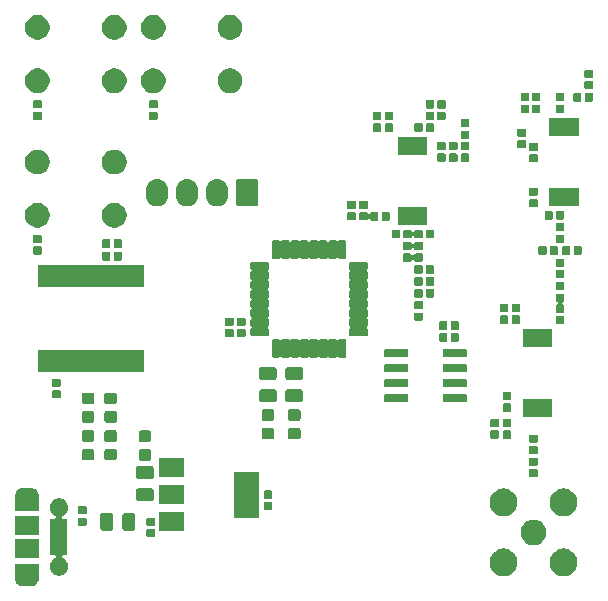
<source format=gbr>
G04 #@! TF.GenerationSoftware,KiCad,Pcbnew,(5.1.5)-3*
G04 #@! TF.CreationDate,2020-05-17T16:05:09+01:00*
G04 #@! TF.ProjectId,Chronos,4368726f-6e6f-4732-9e6b-696361645f70,X301*
G04 #@! TF.SameCoordinates,Original*
G04 #@! TF.FileFunction,Soldermask,Top*
G04 #@! TF.FilePolarity,Negative*
%FSLAX46Y46*%
G04 Gerber Fmt 4.6, Leading zero omitted, Abs format (unit mm)*
G04 Created by KiCad (PCBNEW (5.1.5)-3) date 2020-05-17 16:05:09*
%MOMM*%
%LPD*%
G04 APERTURE LIST*
%ADD10C,0.100000*%
G04 APERTURE END LIST*
D10*
G36*
X183113500Y-158611886D02*
G01*
X183114102Y-158624138D01*
X183116649Y-158650000D01*
X183114102Y-158675862D01*
X183113500Y-158688114D01*
X183113500Y-158761406D01*
X183104543Y-158778164D01*
X183100415Y-158789701D01*
X183074632Y-158874693D01*
X183066854Y-158900336D01*
X183006406Y-159013425D01*
X182925054Y-159112554D01*
X182825925Y-159193906D01*
X182712836Y-159254354D01*
X182680904Y-159264040D01*
X182590118Y-159291580D01*
X182526355Y-159297860D01*
X182494474Y-159301000D01*
X181730526Y-159301000D01*
X181698645Y-159297860D01*
X181634882Y-159291580D01*
X181544096Y-159264040D01*
X181512164Y-159254354D01*
X181399075Y-159193906D01*
X181299946Y-159112554D01*
X181218594Y-159013425D01*
X181158146Y-158900336D01*
X181150368Y-158874693D01*
X181124587Y-158789708D01*
X181115213Y-158767075D01*
X181111500Y-158761518D01*
X181111500Y-158688114D01*
X181110898Y-158675862D01*
X181108351Y-158650000D01*
X181110898Y-158624138D01*
X181111500Y-158611886D01*
X181111500Y-157399000D01*
X183113500Y-157399000D01*
X183113500Y-158611886D01*
G37*
G36*
X227731560Y-156129064D02*
G01*
X227883027Y-156159193D01*
X228097045Y-156247842D01*
X228097046Y-156247843D01*
X228289654Y-156376539D01*
X228453461Y-156540346D01*
X228539258Y-156668751D01*
X228582158Y-156732955D01*
X228670807Y-156946973D01*
X228716000Y-157174174D01*
X228716000Y-157405826D01*
X228670807Y-157633027D01*
X228582158Y-157847045D01*
X228582157Y-157847046D01*
X228453461Y-158039654D01*
X228289654Y-158203461D01*
X228215874Y-158252759D01*
X228097045Y-158332158D01*
X227883027Y-158420807D01*
X227731560Y-158450936D01*
X227655827Y-158466000D01*
X227424173Y-158466000D01*
X227348440Y-158450936D01*
X227196973Y-158420807D01*
X226982955Y-158332158D01*
X226864126Y-158252759D01*
X226790346Y-158203461D01*
X226626539Y-158039654D01*
X226497843Y-157847046D01*
X226497842Y-157847045D01*
X226409193Y-157633027D01*
X226364000Y-157405826D01*
X226364000Y-157174174D01*
X226409193Y-156946973D01*
X226497842Y-156732955D01*
X226540742Y-156668751D01*
X226626539Y-156540346D01*
X226790346Y-156376539D01*
X226982954Y-156247843D01*
X226982955Y-156247842D01*
X227196973Y-156159193D01*
X227348440Y-156129064D01*
X227424173Y-156114000D01*
X227655827Y-156114000D01*
X227731560Y-156129064D01*
G37*
G36*
X222651560Y-156129064D02*
G01*
X222803027Y-156159193D01*
X223017045Y-156247842D01*
X223017046Y-156247843D01*
X223209654Y-156376539D01*
X223373461Y-156540346D01*
X223459258Y-156668751D01*
X223502158Y-156732955D01*
X223590807Y-156946973D01*
X223636000Y-157174174D01*
X223636000Y-157405826D01*
X223590807Y-157633027D01*
X223502158Y-157847045D01*
X223502157Y-157847046D01*
X223373461Y-158039654D01*
X223209654Y-158203461D01*
X223135874Y-158252759D01*
X223017045Y-158332158D01*
X222803027Y-158420807D01*
X222651560Y-158450936D01*
X222575827Y-158466000D01*
X222344173Y-158466000D01*
X222268440Y-158450936D01*
X222116973Y-158420807D01*
X221902955Y-158332158D01*
X221784126Y-158252759D01*
X221710346Y-158203461D01*
X221546539Y-158039654D01*
X221417843Y-157847046D01*
X221417842Y-157847045D01*
X221329193Y-157633027D01*
X221284000Y-157405826D01*
X221284000Y-157174174D01*
X221329193Y-156946973D01*
X221417842Y-156732955D01*
X221460742Y-156668751D01*
X221546539Y-156540346D01*
X221710346Y-156376539D01*
X221902954Y-156247843D01*
X221902955Y-156247842D01*
X222116973Y-156159193D01*
X222268440Y-156129064D01*
X222344173Y-156114000D01*
X222575827Y-156114000D01*
X222651560Y-156129064D01*
G37*
G36*
X185038848Y-151903820D02*
G01*
X185038850Y-151903821D01*
X185038851Y-151903821D01*
X185180074Y-151962317D01*
X185180077Y-151962319D01*
X185307169Y-152047239D01*
X185415261Y-152155331D01*
X185487244Y-152263062D01*
X185500183Y-152282426D01*
X185518160Y-152325827D01*
X185558680Y-152423652D01*
X185588500Y-152573569D01*
X185588500Y-152726431D01*
X185561279Y-152863284D01*
X185558679Y-152876351D01*
X185500183Y-153017574D01*
X185500181Y-153017577D01*
X185415261Y-153144669D01*
X185307169Y-153252761D01*
X185222440Y-153309375D01*
X185180074Y-153337683D01*
X185129772Y-153358519D01*
X185108164Y-153370068D01*
X185089222Y-153385614D01*
X185073677Y-153404556D01*
X185062126Y-153426166D01*
X185055013Y-153449615D01*
X185052611Y-153474001D01*
X185055013Y-153498387D01*
X185062126Y-153521836D01*
X185073677Y-153543447D01*
X185089223Y-153562389D01*
X185108165Y-153577934D01*
X185129775Y-153589485D01*
X185153224Y-153596598D01*
X185177610Y-153599000D01*
X185538500Y-153599000D01*
X185538500Y-156701000D01*
X185177610Y-156701000D01*
X185153224Y-156703402D01*
X185129775Y-156710515D01*
X185108164Y-156722066D01*
X185089222Y-156737611D01*
X185073677Y-156756553D01*
X185062126Y-156778164D01*
X185055013Y-156801613D01*
X185052611Y-156825999D01*
X185055013Y-156850385D01*
X185062126Y-156873834D01*
X185073677Y-156895445D01*
X185089222Y-156914387D01*
X185108164Y-156929932D01*
X185129772Y-156941481D01*
X185180074Y-156962317D01*
X185180075Y-156962318D01*
X185307169Y-157047239D01*
X185415261Y-157155331D01*
X185427851Y-157174174D01*
X185500183Y-157282426D01*
X185551297Y-157405827D01*
X185558680Y-157423652D01*
X185588500Y-157573569D01*
X185588500Y-157726431D01*
X185564509Y-157847045D01*
X185558679Y-157876351D01*
X185500183Y-158017574D01*
X185500181Y-158017577D01*
X185415261Y-158144669D01*
X185307169Y-158252761D01*
X185256564Y-158286574D01*
X185180074Y-158337683D01*
X185038851Y-158396179D01*
X185038850Y-158396179D01*
X185038848Y-158396180D01*
X184888931Y-158426000D01*
X184736069Y-158426000D01*
X184586152Y-158396180D01*
X184586150Y-158396179D01*
X184586149Y-158396179D01*
X184444926Y-158337683D01*
X184368436Y-158286574D01*
X184317831Y-158252761D01*
X184209739Y-158144669D01*
X184124819Y-158017577D01*
X184124817Y-158017574D01*
X184066321Y-157876351D01*
X184060492Y-157847045D01*
X184036500Y-157726431D01*
X184036500Y-157573569D01*
X184066320Y-157423652D01*
X184073703Y-157405827D01*
X184124817Y-157282426D01*
X184197149Y-157174174D01*
X184209739Y-157155331D01*
X184317831Y-157047239D01*
X184444925Y-156962318D01*
X184444926Y-156962317D01*
X184495228Y-156941481D01*
X184516836Y-156929932D01*
X184535778Y-156914386D01*
X184551323Y-156895444D01*
X184562874Y-156873834D01*
X184569987Y-156850385D01*
X184572389Y-156825999D01*
X184569987Y-156801613D01*
X184562874Y-156778164D01*
X184551323Y-156756553D01*
X184535777Y-156737611D01*
X184516835Y-156722066D01*
X184495225Y-156710515D01*
X184471776Y-156703402D01*
X184447390Y-156701000D01*
X184086500Y-156701000D01*
X184086500Y-153599000D01*
X184447390Y-153599000D01*
X184471776Y-153596598D01*
X184495225Y-153589485D01*
X184516836Y-153577934D01*
X184535778Y-153562389D01*
X184551323Y-153543447D01*
X184562874Y-153521836D01*
X184569987Y-153498387D01*
X184572389Y-153474001D01*
X184569987Y-153449615D01*
X184562874Y-153426166D01*
X184551323Y-153404555D01*
X184535778Y-153385613D01*
X184516836Y-153370068D01*
X184495228Y-153358519D01*
X184444926Y-153337683D01*
X184402560Y-153309375D01*
X184317831Y-153252761D01*
X184209739Y-153144669D01*
X184124819Y-153017577D01*
X184124817Y-153017574D01*
X184066321Y-152876351D01*
X184063722Y-152863284D01*
X184036500Y-152726431D01*
X184036500Y-152573569D01*
X184066320Y-152423652D01*
X184106840Y-152325827D01*
X184124817Y-152282426D01*
X184137756Y-152263062D01*
X184209739Y-152155331D01*
X184317831Y-152047239D01*
X184444923Y-151962319D01*
X184444926Y-151962317D01*
X184586149Y-151903821D01*
X184586150Y-151903821D01*
X184586152Y-151903820D01*
X184736069Y-151874000D01*
X184888931Y-151874000D01*
X185038848Y-151903820D01*
G37*
G36*
X183113500Y-156951000D02*
G01*
X181111500Y-156951000D01*
X181111500Y-155349000D01*
X183113500Y-155349000D01*
X183113500Y-156951000D01*
G37*
G36*
X225175271Y-153687783D02*
G01*
X225313858Y-153715350D01*
X225509677Y-153796461D01*
X225685910Y-153914216D01*
X225835784Y-154064090D01*
X225953539Y-154240323D01*
X226034650Y-154436142D01*
X226057474Y-154550886D01*
X226065382Y-154590640D01*
X226076000Y-154644023D01*
X226076000Y-154855977D01*
X226034650Y-155063858D01*
X225953539Y-155259677D01*
X225835784Y-155435910D01*
X225685910Y-155585784D01*
X225509677Y-155703539D01*
X225313858Y-155784650D01*
X225175271Y-155812217D01*
X225105978Y-155826000D01*
X224894022Y-155826000D01*
X224824729Y-155812217D01*
X224686142Y-155784650D01*
X224490323Y-155703539D01*
X224314090Y-155585784D01*
X224164216Y-155435910D01*
X224046461Y-155259677D01*
X223965350Y-155063858D01*
X223924000Y-154855977D01*
X223924000Y-154644023D01*
X223934619Y-154590640D01*
X223942526Y-154550886D01*
X223965350Y-154436142D01*
X224046461Y-154240323D01*
X224164216Y-154064090D01*
X224314090Y-153914216D01*
X224490323Y-153796461D01*
X224686142Y-153715350D01*
X224824729Y-153687783D01*
X224894022Y-153674000D01*
X225105978Y-153674000D01*
X225175271Y-153687783D01*
G37*
G36*
X192881938Y-154476716D02*
G01*
X192902557Y-154482971D01*
X192921553Y-154493124D01*
X192938208Y-154506792D01*
X192951876Y-154523447D01*
X192962029Y-154542443D01*
X192968284Y-154563062D01*
X192971000Y-154590640D01*
X192971000Y-155049360D01*
X192968284Y-155076938D01*
X192962029Y-155097557D01*
X192951876Y-155116553D01*
X192938208Y-155133208D01*
X192921553Y-155146876D01*
X192902557Y-155157029D01*
X192881938Y-155163284D01*
X192854360Y-155166000D01*
X192345640Y-155166000D01*
X192318062Y-155163284D01*
X192297443Y-155157029D01*
X192278447Y-155146876D01*
X192261792Y-155133208D01*
X192248124Y-155116553D01*
X192237971Y-155097557D01*
X192231716Y-155076938D01*
X192229000Y-155049360D01*
X192229000Y-154590640D01*
X192231716Y-154563062D01*
X192237971Y-154542443D01*
X192248124Y-154523447D01*
X192261792Y-154506792D01*
X192278447Y-154493124D01*
X192297443Y-154482971D01*
X192318062Y-154476716D01*
X192345640Y-154474000D01*
X192854360Y-154474000D01*
X192881938Y-154476716D01*
G37*
G36*
X183113500Y-154951000D02*
G01*
X181111500Y-154951000D01*
X181111500Y-153349000D01*
X183113500Y-153349000D01*
X183113500Y-154951000D01*
G37*
G36*
X195426000Y-154651000D02*
G01*
X193324000Y-154651000D01*
X193324000Y-153049000D01*
X195426000Y-153049000D01*
X195426000Y-154651000D01*
G37*
G36*
X191109468Y-153103565D02*
G01*
X191148138Y-153115296D01*
X191183777Y-153134346D01*
X191215017Y-153159983D01*
X191240654Y-153191223D01*
X191259704Y-153226862D01*
X191271435Y-153265532D01*
X191276000Y-153311888D01*
X191276000Y-154388112D01*
X191271435Y-154434468D01*
X191259704Y-154473138D01*
X191240654Y-154508777D01*
X191215017Y-154540017D01*
X191183777Y-154565654D01*
X191148138Y-154584704D01*
X191109468Y-154596435D01*
X191063112Y-154601000D01*
X190411888Y-154601000D01*
X190365532Y-154596435D01*
X190326862Y-154584704D01*
X190291223Y-154565654D01*
X190259983Y-154540017D01*
X190234346Y-154508777D01*
X190215296Y-154473138D01*
X190203565Y-154434468D01*
X190199000Y-154388112D01*
X190199000Y-153311888D01*
X190203565Y-153265532D01*
X190215296Y-153226862D01*
X190234346Y-153191223D01*
X190259983Y-153159983D01*
X190291223Y-153134346D01*
X190326862Y-153115296D01*
X190365532Y-153103565D01*
X190411888Y-153099000D01*
X191063112Y-153099000D01*
X191109468Y-153103565D01*
G37*
G36*
X189234468Y-153103565D02*
G01*
X189273138Y-153115296D01*
X189308777Y-153134346D01*
X189340017Y-153159983D01*
X189365654Y-153191223D01*
X189384704Y-153226862D01*
X189396435Y-153265532D01*
X189401000Y-153311888D01*
X189401000Y-154388112D01*
X189396435Y-154434468D01*
X189384704Y-154473138D01*
X189365654Y-154508777D01*
X189340017Y-154540017D01*
X189308777Y-154565654D01*
X189273138Y-154584704D01*
X189234468Y-154596435D01*
X189188112Y-154601000D01*
X188536888Y-154601000D01*
X188490532Y-154596435D01*
X188451862Y-154584704D01*
X188416223Y-154565654D01*
X188384983Y-154540017D01*
X188359346Y-154508777D01*
X188340296Y-154473138D01*
X188328565Y-154434468D01*
X188324000Y-154388112D01*
X188324000Y-153311888D01*
X188328565Y-153265532D01*
X188340296Y-153226862D01*
X188359346Y-153191223D01*
X188384983Y-153159983D01*
X188416223Y-153134346D01*
X188451862Y-153115296D01*
X188490532Y-153103565D01*
X188536888Y-153099000D01*
X189188112Y-153099000D01*
X189234468Y-153103565D01*
G37*
G36*
X187073187Y-153506716D02*
G01*
X187093806Y-153512971D01*
X187112802Y-153523124D01*
X187129457Y-153536792D01*
X187143125Y-153553447D01*
X187153278Y-153572443D01*
X187159533Y-153593062D01*
X187162249Y-153620640D01*
X187162249Y-154079360D01*
X187159533Y-154106938D01*
X187153278Y-154127557D01*
X187143125Y-154146553D01*
X187129457Y-154163208D01*
X187112802Y-154176876D01*
X187093806Y-154187029D01*
X187073187Y-154193284D01*
X187045609Y-154196000D01*
X186536889Y-154196000D01*
X186509311Y-154193284D01*
X186488692Y-154187029D01*
X186469696Y-154176876D01*
X186453041Y-154163208D01*
X186439373Y-154146553D01*
X186429220Y-154127557D01*
X186422965Y-154106938D01*
X186420249Y-154079360D01*
X186420249Y-153620640D01*
X186422965Y-153593062D01*
X186429220Y-153572443D01*
X186439373Y-153553447D01*
X186453041Y-153536792D01*
X186469696Y-153523124D01*
X186488692Y-153512971D01*
X186509311Y-153506716D01*
X186536889Y-153504000D01*
X187045609Y-153504000D01*
X187073187Y-153506716D01*
G37*
G36*
X192881938Y-153506716D02*
G01*
X192902557Y-153512971D01*
X192921553Y-153523124D01*
X192938208Y-153536792D01*
X192951876Y-153553447D01*
X192962029Y-153572443D01*
X192968284Y-153593062D01*
X192971000Y-153620640D01*
X192971000Y-154079360D01*
X192968284Y-154106938D01*
X192962029Y-154127557D01*
X192951876Y-154146553D01*
X192938208Y-154163208D01*
X192921553Y-154176876D01*
X192902557Y-154187029D01*
X192881938Y-154193284D01*
X192854360Y-154196000D01*
X192345640Y-154196000D01*
X192318062Y-154193284D01*
X192297443Y-154187029D01*
X192278447Y-154176876D01*
X192261792Y-154163208D01*
X192248124Y-154146553D01*
X192237971Y-154127557D01*
X192231716Y-154106938D01*
X192229000Y-154079360D01*
X192229000Y-153620640D01*
X192231716Y-153593062D01*
X192237971Y-153572443D01*
X192248124Y-153553447D01*
X192261792Y-153536792D01*
X192278447Y-153523124D01*
X192297443Y-153512971D01*
X192318062Y-153506716D01*
X192345640Y-153504000D01*
X192854360Y-153504000D01*
X192881938Y-153506716D01*
G37*
G36*
X201726000Y-153501000D02*
G01*
X199624000Y-153501000D01*
X199624000Y-149599000D01*
X201726000Y-149599000D01*
X201726000Y-153501000D01*
G37*
G36*
X222634375Y-151045646D02*
G01*
X222803027Y-151079193D01*
X223017045Y-151167842D01*
X223017046Y-151167843D01*
X223209654Y-151296539D01*
X223373461Y-151460346D01*
X223425744Y-151538594D01*
X223502158Y-151652955D01*
X223590807Y-151866973D01*
X223601746Y-151921968D01*
X223634872Y-152088500D01*
X223636000Y-152094174D01*
X223636000Y-152325826D01*
X223590807Y-152553027D01*
X223502158Y-152767045D01*
X223469078Y-152816553D01*
X223373461Y-152959654D01*
X223209654Y-153123461D01*
X223105270Y-153193208D01*
X223017045Y-153252158D01*
X222803027Y-153340807D01*
X222665061Y-153368250D01*
X222575827Y-153386000D01*
X222344173Y-153386000D01*
X222254939Y-153368250D01*
X222116973Y-153340807D01*
X221902955Y-153252158D01*
X221814730Y-153193208D01*
X221710346Y-153123461D01*
X221546539Y-152959654D01*
X221450922Y-152816553D01*
X221417842Y-152767045D01*
X221329193Y-152553027D01*
X221284000Y-152325826D01*
X221284000Y-152094174D01*
X221285129Y-152088500D01*
X221318254Y-151921968D01*
X221329193Y-151866973D01*
X221417842Y-151652955D01*
X221494256Y-151538594D01*
X221546539Y-151460346D01*
X221710346Y-151296539D01*
X221902954Y-151167843D01*
X221902955Y-151167842D01*
X222116973Y-151079193D01*
X222285625Y-151045646D01*
X222344173Y-151034000D01*
X222575827Y-151034000D01*
X222634375Y-151045646D01*
G37*
G36*
X227714375Y-151045646D02*
G01*
X227883027Y-151079193D01*
X228097045Y-151167842D01*
X228097046Y-151167843D01*
X228289654Y-151296539D01*
X228453461Y-151460346D01*
X228505744Y-151538594D01*
X228582158Y-151652955D01*
X228670807Y-151866973D01*
X228681746Y-151921968D01*
X228714872Y-152088500D01*
X228716000Y-152094174D01*
X228716000Y-152325826D01*
X228670807Y-152553027D01*
X228582158Y-152767045D01*
X228549078Y-152816553D01*
X228453461Y-152959654D01*
X228289654Y-153123461D01*
X228185270Y-153193208D01*
X228097045Y-153252158D01*
X227883027Y-153340807D01*
X227745061Y-153368250D01*
X227655827Y-153386000D01*
X227424173Y-153386000D01*
X227334939Y-153368250D01*
X227196973Y-153340807D01*
X226982955Y-153252158D01*
X226894730Y-153193208D01*
X226790346Y-153123461D01*
X226626539Y-152959654D01*
X226530922Y-152816553D01*
X226497842Y-152767045D01*
X226409193Y-152553027D01*
X226364000Y-152325826D01*
X226364000Y-152094174D01*
X226365129Y-152088500D01*
X226398254Y-151921968D01*
X226409193Y-151866973D01*
X226497842Y-151652955D01*
X226574256Y-151538594D01*
X226626539Y-151460346D01*
X226790346Y-151296539D01*
X226982954Y-151167843D01*
X226982955Y-151167842D01*
X227196973Y-151079193D01*
X227365625Y-151045646D01*
X227424173Y-151034000D01*
X227655827Y-151034000D01*
X227714375Y-151045646D01*
G37*
G36*
X187073187Y-152536716D02*
G01*
X187093806Y-152542971D01*
X187112802Y-152553124D01*
X187129457Y-152566792D01*
X187143125Y-152583447D01*
X187153278Y-152602443D01*
X187159533Y-152623062D01*
X187162249Y-152650640D01*
X187162249Y-153109360D01*
X187159533Y-153136938D01*
X187153278Y-153157557D01*
X187143125Y-153176553D01*
X187129457Y-153193208D01*
X187112802Y-153206876D01*
X187093806Y-153217029D01*
X187073187Y-153223284D01*
X187045609Y-153226000D01*
X186536889Y-153226000D01*
X186509311Y-153223284D01*
X186488692Y-153217029D01*
X186469696Y-153206876D01*
X186453041Y-153193208D01*
X186439373Y-153176553D01*
X186429220Y-153157557D01*
X186422965Y-153136938D01*
X186420249Y-153109360D01*
X186420249Y-152650640D01*
X186422965Y-152623062D01*
X186429220Y-152602443D01*
X186439373Y-152583447D01*
X186453041Y-152566792D01*
X186469696Y-152553124D01*
X186488692Y-152542971D01*
X186509311Y-152536716D01*
X186536889Y-152534000D01*
X187045609Y-152534000D01*
X187073187Y-152536716D01*
G37*
G36*
X182526355Y-151002140D02*
G01*
X182590118Y-151008420D01*
X182667834Y-151031995D01*
X182712836Y-151045646D01*
X182825925Y-151106094D01*
X182925054Y-151187446D01*
X183006406Y-151286575D01*
X183066854Y-151399664D01*
X183066855Y-151399668D01*
X183100413Y-151510292D01*
X183109787Y-151532925D01*
X183113500Y-151538482D01*
X183113500Y-151611886D01*
X183114102Y-151624138D01*
X183116649Y-151650000D01*
X183114102Y-151675862D01*
X183113500Y-151688114D01*
X183113500Y-152901000D01*
X181111500Y-152901000D01*
X181111500Y-151688114D01*
X181110898Y-151675862D01*
X181108351Y-151650000D01*
X181110898Y-151624138D01*
X181111500Y-151611886D01*
X181111500Y-151538594D01*
X181120457Y-151521836D01*
X181124585Y-151510299D01*
X181158145Y-151399668D01*
X181158146Y-151399664D01*
X181218594Y-151286575D01*
X181299946Y-151187446D01*
X181399075Y-151106094D01*
X181512164Y-151045646D01*
X181557166Y-151031995D01*
X181634882Y-151008420D01*
X181698645Y-151002140D01*
X181730526Y-150999000D01*
X182494474Y-150999000D01*
X182526355Y-151002140D01*
G37*
G36*
X202806938Y-152176716D02*
G01*
X202827557Y-152182971D01*
X202846553Y-152193124D01*
X202863208Y-152206792D01*
X202876876Y-152223447D01*
X202887029Y-152242443D01*
X202893284Y-152263062D01*
X202896000Y-152290640D01*
X202896000Y-152749360D01*
X202893284Y-152776938D01*
X202887029Y-152797557D01*
X202876876Y-152816553D01*
X202863208Y-152833208D01*
X202846553Y-152846876D01*
X202827557Y-152857029D01*
X202806938Y-152863284D01*
X202779360Y-152866000D01*
X202270640Y-152866000D01*
X202243062Y-152863284D01*
X202222443Y-152857029D01*
X202203447Y-152846876D01*
X202186792Y-152833208D01*
X202173124Y-152816553D01*
X202162971Y-152797557D01*
X202156716Y-152776938D01*
X202154000Y-152749360D01*
X202154000Y-152290640D01*
X202156716Y-152263062D01*
X202162971Y-152242443D01*
X202173124Y-152223447D01*
X202186792Y-152206792D01*
X202203447Y-152193124D01*
X202222443Y-152182971D01*
X202243062Y-152176716D01*
X202270640Y-152174000D01*
X202779360Y-152174000D01*
X202806938Y-152176716D01*
G37*
G36*
X195426000Y-152351000D02*
G01*
X193324000Y-152351000D01*
X193324000Y-150749000D01*
X195426000Y-150749000D01*
X195426000Y-152351000D01*
G37*
G36*
X192684468Y-151016065D02*
G01*
X192723138Y-151027796D01*
X192758777Y-151046846D01*
X192790017Y-151072483D01*
X192815654Y-151103723D01*
X192834704Y-151139362D01*
X192846435Y-151178032D01*
X192851000Y-151224388D01*
X192851000Y-151875612D01*
X192846435Y-151921968D01*
X192834704Y-151960638D01*
X192815654Y-151996277D01*
X192790017Y-152027517D01*
X192758777Y-152053154D01*
X192723138Y-152072204D01*
X192684468Y-152083935D01*
X192638112Y-152088500D01*
X191561888Y-152088500D01*
X191515532Y-152083935D01*
X191476862Y-152072204D01*
X191441223Y-152053154D01*
X191409983Y-152027517D01*
X191384346Y-151996277D01*
X191365296Y-151960638D01*
X191353565Y-151921968D01*
X191349000Y-151875612D01*
X191349000Y-151224388D01*
X191353565Y-151178032D01*
X191365296Y-151139362D01*
X191384346Y-151103723D01*
X191409983Y-151072483D01*
X191441223Y-151046846D01*
X191476862Y-151027796D01*
X191515532Y-151016065D01*
X191561888Y-151011500D01*
X192638112Y-151011500D01*
X192684468Y-151016065D01*
G37*
G36*
X202806938Y-151206716D02*
G01*
X202827557Y-151212971D01*
X202846553Y-151223124D01*
X202863208Y-151236792D01*
X202876876Y-151253447D01*
X202887029Y-151272443D01*
X202893284Y-151293062D01*
X202896000Y-151320640D01*
X202896000Y-151779360D01*
X202893284Y-151806938D01*
X202887029Y-151827557D01*
X202876876Y-151846553D01*
X202863208Y-151863208D01*
X202846553Y-151876876D01*
X202827557Y-151887029D01*
X202806938Y-151893284D01*
X202779360Y-151896000D01*
X202270640Y-151896000D01*
X202243062Y-151893284D01*
X202222443Y-151887029D01*
X202203447Y-151876876D01*
X202186792Y-151863208D01*
X202173124Y-151846553D01*
X202162971Y-151827557D01*
X202156716Y-151806938D01*
X202154000Y-151779360D01*
X202154000Y-151320640D01*
X202156716Y-151293062D01*
X202162971Y-151272443D01*
X202173124Y-151253447D01*
X202186792Y-151236792D01*
X202203447Y-151223124D01*
X202222443Y-151212971D01*
X202243062Y-151206716D01*
X202270640Y-151204000D01*
X202779360Y-151204000D01*
X202806938Y-151206716D01*
G37*
G36*
X192684468Y-149141065D02*
G01*
X192723138Y-149152796D01*
X192758777Y-149171846D01*
X192790017Y-149197483D01*
X192815654Y-149228723D01*
X192834704Y-149264362D01*
X192846435Y-149303032D01*
X192851000Y-149349388D01*
X192851000Y-150000612D01*
X192846435Y-150046968D01*
X192834704Y-150085638D01*
X192815654Y-150121277D01*
X192790017Y-150152517D01*
X192758777Y-150178154D01*
X192723138Y-150197204D01*
X192684468Y-150208935D01*
X192638112Y-150213500D01*
X191561888Y-150213500D01*
X191515532Y-150208935D01*
X191476862Y-150197204D01*
X191441223Y-150178154D01*
X191409983Y-150152517D01*
X191384346Y-150121277D01*
X191365296Y-150085638D01*
X191353565Y-150046968D01*
X191349000Y-150000612D01*
X191349000Y-149349388D01*
X191353565Y-149303032D01*
X191365296Y-149264362D01*
X191384346Y-149228723D01*
X191409983Y-149197483D01*
X191441223Y-149171846D01*
X191476862Y-149152796D01*
X191515532Y-149141065D01*
X191561888Y-149136500D01*
X192638112Y-149136500D01*
X192684468Y-149141065D01*
G37*
G36*
X225281938Y-149391716D02*
G01*
X225302557Y-149397971D01*
X225321553Y-149408124D01*
X225338208Y-149421792D01*
X225351876Y-149438447D01*
X225362029Y-149457443D01*
X225368284Y-149478062D01*
X225371000Y-149505640D01*
X225371000Y-149964360D01*
X225368284Y-149991938D01*
X225362029Y-150012557D01*
X225351876Y-150031553D01*
X225338208Y-150048208D01*
X225321553Y-150061876D01*
X225302557Y-150072029D01*
X225281938Y-150078284D01*
X225254360Y-150081000D01*
X224745640Y-150081000D01*
X224718062Y-150078284D01*
X224697443Y-150072029D01*
X224678447Y-150061876D01*
X224661792Y-150048208D01*
X224648124Y-150031553D01*
X224637971Y-150012557D01*
X224631716Y-149991938D01*
X224629000Y-149964360D01*
X224629000Y-149505640D01*
X224631716Y-149478062D01*
X224637971Y-149457443D01*
X224648124Y-149438447D01*
X224661792Y-149421792D01*
X224678447Y-149408124D01*
X224697443Y-149397971D01*
X224718062Y-149391716D01*
X224745640Y-149389000D01*
X225254360Y-149389000D01*
X225281938Y-149391716D01*
G37*
G36*
X195426000Y-150051000D02*
G01*
X193324000Y-150051000D01*
X193324000Y-148449000D01*
X195426000Y-148449000D01*
X195426000Y-150051000D01*
G37*
G36*
X225281938Y-148421716D02*
G01*
X225302557Y-148427971D01*
X225321553Y-148438124D01*
X225338208Y-148451792D01*
X225351876Y-148468447D01*
X225362029Y-148487443D01*
X225368284Y-148508062D01*
X225371000Y-148535640D01*
X225371000Y-148994360D01*
X225368284Y-149021938D01*
X225362029Y-149042557D01*
X225351876Y-149061553D01*
X225338208Y-149078208D01*
X225321553Y-149091876D01*
X225302557Y-149102029D01*
X225281938Y-149108284D01*
X225254360Y-149111000D01*
X224745640Y-149111000D01*
X224718062Y-149108284D01*
X224697443Y-149102029D01*
X224678447Y-149091876D01*
X224661792Y-149078208D01*
X224648124Y-149061553D01*
X224637971Y-149042557D01*
X224631716Y-149021938D01*
X224629000Y-148994360D01*
X224629000Y-148535640D01*
X224631716Y-148508062D01*
X224637971Y-148487443D01*
X224648124Y-148468447D01*
X224661792Y-148451792D01*
X224678447Y-148438124D01*
X224697443Y-148427971D01*
X224718062Y-148421716D01*
X224745640Y-148419000D01*
X225254360Y-148419000D01*
X225281938Y-148421716D01*
G37*
G36*
X192479591Y-147703085D02*
G01*
X192513569Y-147713393D01*
X192544890Y-147730134D01*
X192572339Y-147752661D01*
X192594866Y-147780110D01*
X192611607Y-147811431D01*
X192621915Y-147845409D01*
X192626000Y-147886890D01*
X192626000Y-148488110D01*
X192621915Y-148529591D01*
X192611607Y-148563569D01*
X192594866Y-148594890D01*
X192572339Y-148622339D01*
X192544890Y-148644866D01*
X192513569Y-148661607D01*
X192479591Y-148671915D01*
X192438110Y-148676000D01*
X191761890Y-148676000D01*
X191720409Y-148671915D01*
X191686431Y-148661607D01*
X191655110Y-148644866D01*
X191627661Y-148622339D01*
X191605134Y-148594890D01*
X191588393Y-148563569D01*
X191578085Y-148529591D01*
X191574000Y-148488110D01*
X191574000Y-147886890D01*
X191578085Y-147845409D01*
X191588393Y-147811431D01*
X191605134Y-147780110D01*
X191627661Y-147752661D01*
X191655110Y-147730134D01*
X191686431Y-147713393D01*
X191720409Y-147703085D01*
X191761890Y-147699000D01*
X192438110Y-147699000D01*
X192479591Y-147703085D01*
G37*
G36*
X189579591Y-147690585D02*
G01*
X189613569Y-147700893D01*
X189644890Y-147717634D01*
X189672339Y-147740161D01*
X189694866Y-147767610D01*
X189711607Y-147798931D01*
X189721915Y-147832909D01*
X189726000Y-147874390D01*
X189726000Y-148475610D01*
X189721915Y-148517091D01*
X189711607Y-148551069D01*
X189694866Y-148582390D01*
X189672339Y-148609839D01*
X189644890Y-148632366D01*
X189613569Y-148649107D01*
X189579591Y-148659415D01*
X189538110Y-148663500D01*
X188861890Y-148663500D01*
X188820409Y-148659415D01*
X188786431Y-148649107D01*
X188755110Y-148632366D01*
X188727661Y-148609839D01*
X188705134Y-148582390D01*
X188688393Y-148551069D01*
X188678085Y-148517091D01*
X188674000Y-148475610D01*
X188674000Y-147874390D01*
X188678085Y-147832909D01*
X188688393Y-147798931D01*
X188705134Y-147767610D01*
X188727661Y-147740161D01*
X188755110Y-147717634D01*
X188786431Y-147700893D01*
X188820409Y-147690585D01*
X188861890Y-147686500D01*
X189538110Y-147686500D01*
X189579591Y-147690585D01*
G37*
G36*
X187679591Y-147690585D02*
G01*
X187713569Y-147700893D01*
X187744890Y-147717634D01*
X187772339Y-147740161D01*
X187794866Y-147767610D01*
X187811607Y-147798931D01*
X187821915Y-147832909D01*
X187826000Y-147874390D01*
X187826000Y-148475610D01*
X187821915Y-148517091D01*
X187811607Y-148551069D01*
X187794866Y-148582390D01*
X187772339Y-148609839D01*
X187744890Y-148632366D01*
X187713569Y-148649107D01*
X187679591Y-148659415D01*
X187638110Y-148663500D01*
X186961890Y-148663500D01*
X186920409Y-148659415D01*
X186886431Y-148649107D01*
X186855110Y-148632366D01*
X186827661Y-148609839D01*
X186805134Y-148582390D01*
X186788393Y-148551069D01*
X186778085Y-148517091D01*
X186774000Y-148475610D01*
X186774000Y-147874390D01*
X186778085Y-147832909D01*
X186788393Y-147798931D01*
X186805134Y-147767610D01*
X186827661Y-147740161D01*
X186855110Y-147717634D01*
X186886431Y-147700893D01*
X186920409Y-147690585D01*
X186961890Y-147686500D01*
X187638110Y-147686500D01*
X187679591Y-147690585D01*
G37*
G36*
X225281938Y-147441716D02*
G01*
X225302557Y-147447971D01*
X225321553Y-147458124D01*
X225338208Y-147471792D01*
X225351876Y-147488447D01*
X225362029Y-147507443D01*
X225368284Y-147528062D01*
X225371000Y-147555640D01*
X225371000Y-148014360D01*
X225368284Y-148041938D01*
X225362029Y-148062557D01*
X225351876Y-148081553D01*
X225338208Y-148098208D01*
X225321553Y-148111876D01*
X225302557Y-148122029D01*
X225281938Y-148128284D01*
X225254360Y-148131000D01*
X224745640Y-148131000D01*
X224718062Y-148128284D01*
X224697443Y-148122029D01*
X224678447Y-148111876D01*
X224661792Y-148098208D01*
X224648124Y-148081553D01*
X224637971Y-148062557D01*
X224631716Y-148041938D01*
X224629000Y-148014360D01*
X224629000Y-147555640D01*
X224631716Y-147528062D01*
X224637971Y-147507443D01*
X224648124Y-147488447D01*
X224661792Y-147471792D01*
X224678447Y-147458124D01*
X224697443Y-147447971D01*
X224718062Y-147441716D01*
X224745640Y-147439000D01*
X225254360Y-147439000D01*
X225281938Y-147441716D01*
G37*
G36*
X225281938Y-146471716D02*
G01*
X225302557Y-146477971D01*
X225321553Y-146488124D01*
X225338208Y-146501792D01*
X225351876Y-146518447D01*
X225362029Y-146537443D01*
X225368284Y-146558062D01*
X225371000Y-146585640D01*
X225371000Y-147044360D01*
X225368284Y-147071938D01*
X225362029Y-147092557D01*
X225351876Y-147111553D01*
X225338208Y-147128208D01*
X225321553Y-147141876D01*
X225302557Y-147152029D01*
X225281938Y-147158284D01*
X225254360Y-147161000D01*
X224745640Y-147161000D01*
X224718062Y-147158284D01*
X224697443Y-147152029D01*
X224678447Y-147141876D01*
X224661792Y-147128208D01*
X224648124Y-147111553D01*
X224637971Y-147092557D01*
X224631716Y-147071938D01*
X224629000Y-147044360D01*
X224629000Y-146585640D01*
X224631716Y-146558062D01*
X224637971Y-146537443D01*
X224648124Y-146518447D01*
X224661792Y-146501792D01*
X224678447Y-146488124D01*
X224697443Y-146477971D01*
X224718062Y-146471716D01*
X224745640Y-146469000D01*
X225254360Y-146469000D01*
X225281938Y-146471716D01*
G37*
G36*
X192479591Y-146128085D02*
G01*
X192513569Y-146138393D01*
X192544890Y-146155134D01*
X192572339Y-146177661D01*
X192594866Y-146205110D01*
X192611607Y-146236431D01*
X192621915Y-146270409D01*
X192626000Y-146311890D01*
X192626000Y-146913110D01*
X192621915Y-146954591D01*
X192611607Y-146988569D01*
X192594866Y-147019890D01*
X192572339Y-147047339D01*
X192544890Y-147069866D01*
X192513569Y-147086607D01*
X192479591Y-147096915D01*
X192438110Y-147101000D01*
X191761890Y-147101000D01*
X191720409Y-147096915D01*
X191686431Y-147086607D01*
X191655110Y-147069866D01*
X191627661Y-147047339D01*
X191605134Y-147019890D01*
X191588393Y-146988569D01*
X191578085Y-146954591D01*
X191574000Y-146913110D01*
X191574000Y-146311890D01*
X191578085Y-146270409D01*
X191588393Y-146236431D01*
X191605134Y-146205110D01*
X191627661Y-146177661D01*
X191655110Y-146155134D01*
X191686431Y-146138393D01*
X191720409Y-146128085D01*
X191761890Y-146124000D01*
X192438110Y-146124000D01*
X192479591Y-146128085D01*
G37*
G36*
X189579591Y-146115585D02*
G01*
X189613569Y-146125893D01*
X189644890Y-146142634D01*
X189672339Y-146165161D01*
X189694866Y-146192610D01*
X189711607Y-146223931D01*
X189721915Y-146257909D01*
X189726000Y-146299390D01*
X189726000Y-146900610D01*
X189721915Y-146942091D01*
X189711607Y-146976069D01*
X189694866Y-147007390D01*
X189672339Y-147034839D01*
X189644890Y-147057366D01*
X189613569Y-147074107D01*
X189579591Y-147084415D01*
X189538110Y-147088500D01*
X188861890Y-147088500D01*
X188820409Y-147084415D01*
X188786431Y-147074107D01*
X188755110Y-147057366D01*
X188727661Y-147034839D01*
X188705134Y-147007390D01*
X188688393Y-146976069D01*
X188678085Y-146942091D01*
X188674000Y-146900610D01*
X188674000Y-146299390D01*
X188678085Y-146257909D01*
X188688393Y-146223931D01*
X188705134Y-146192610D01*
X188727661Y-146165161D01*
X188755110Y-146142634D01*
X188786431Y-146125893D01*
X188820409Y-146115585D01*
X188861890Y-146111500D01*
X189538110Y-146111500D01*
X189579591Y-146115585D01*
G37*
G36*
X187679591Y-146115585D02*
G01*
X187713569Y-146125893D01*
X187744890Y-146142634D01*
X187772339Y-146165161D01*
X187794866Y-146192610D01*
X187811607Y-146223931D01*
X187821915Y-146257909D01*
X187826000Y-146299390D01*
X187826000Y-146900610D01*
X187821915Y-146942091D01*
X187811607Y-146976069D01*
X187794866Y-147007390D01*
X187772339Y-147034839D01*
X187744890Y-147057366D01*
X187713569Y-147074107D01*
X187679591Y-147084415D01*
X187638110Y-147088500D01*
X186961890Y-147088500D01*
X186920409Y-147084415D01*
X186886431Y-147074107D01*
X186855110Y-147057366D01*
X186827661Y-147034839D01*
X186805134Y-147007390D01*
X186788393Y-146976069D01*
X186778085Y-146942091D01*
X186774000Y-146900610D01*
X186774000Y-146299390D01*
X186778085Y-146257909D01*
X186788393Y-146223931D01*
X186805134Y-146192610D01*
X186827661Y-146165161D01*
X186855110Y-146142634D01*
X186886431Y-146125893D01*
X186920409Y-146115585D01*
X186961890Y-146111500D01*
X187638110Y-146111500D01*
X187679591Y-146115585D01*
G37*
G36*
X205129591Y-145903085D02*
G01*
X205163569Y-145913393D01*
X205194890Y-145930134D01*
X205222339Y-145952661D01*
X205244866Y-145980110D01*
X205261607Y-146011431D01*
X205271915Y-146045409D01*
X205276000Y-146086890D01*
X205276000Y-146688110D01*
X205271915Y-146729591D01*
X205261607Y-146763569D01*
X205244866Y-146794890D01*
X205222339Y-146822339D01*
X205194890Y-146844866D01*
X205163569Y-146861607D01*
X205129591Y-146871915D01*
X205088110Y-146876000D01*
X204411890Y-146876000D01*
X204370409Y-146871915D01*
X204336431Y-146861607D01*
X204305110Y-146844866D01*
X204277661Y-146822339D01*
X204255134Y-146794890D01*
X204238393Y-146763569D01*
X204228085Y-146729591D01*
X204224000Y-146688110D01*
X204224000Y-146086890D01*
X204228085Y-146045409D01*
X204238393Y-146011431D01*
X204255134Y-145980110D01*
X204277661Y-145952661D01*
X204305110Y-145930134D01*
X204336431Y-145913393D01*
X204370409Y-145903085D01*
X204411890Y-145899000D01*
X205088110Y-145899000D01*
X205129591Y-145903085D01*
G37*
G36*
X202879591Y-145903085D02*
G01*
X202913569Y-145913393D01*
X202944890Y-145930134D01*
X202972339Y-145952661D01*
X202994866Y-145980110D01*
X203011607Y-146011431D01*
X203021915Y-146045409D01*
X203026000Y-146086890D01*
X203026000Y-146688110D01*
X203021915Y-146729591D01*
X203011607Y-146763569D01*
X202994866Y-146794890D01*
X202972339Y-146822339D01*
X202944890Y-146844866D01*
X202913569Y-146861607D01*
X202879591Y-146871915D01*
X202838110Y-146876000D01*
X202161890Y-146876000D01*
X202120409Y-146871915D01*
X202086431Y-146861607D01*
X202055110Y-146844866D01*
X202027661Y-146822339D01*
X202005134Y-146794890D01*
X201988393Y-146763569D01*
X201978085Y-146729591D01*
X201974000Y-146688110D01*
X201974000Y-146086890D01*
X201978085Y-146045409D01*
X201988393Y-146011431D01*
X202005134Y-145980110D01*
X202027661Y-145952661D01*
X202055110Y-145930134D01*
X202086431Y-145913393D01*
X202120409Y-145903085D01*
X202161890Y-145899000D01*
X202838110Y-145899000D01*
X202879591Y-145903085D01*
G37*
G36*
X223031938Y-146126716D02*
G01*
X223052557Y-146132971D01*
X223071553Y-146143124D01*
X223088208Y-146156792D01*
X223101876Y-146173447D01*
X223112029Y-146192443D01*
X223118284Y-146213062D01*
X223121000Y-146240640D01*
X223121000Y-146699360D01*
X223118284Y-146726938D01*
X223112029Y-146747557D01*
X223101876Y-146766553D01*
X223088208Y-146783208D01*
X223071553Y-146796876D01*
X223052557Y-146807029D01*
X223031938Y-146813284D01*
X223004360Y-146816000D01*
X222495640Y-146816000D01*
X222468062Y-146813284D01*
X222447443Y-146807029D01*
X222428447Y-146796876D01*
X222411792Y-146783208D01*
X222398124Y-146766553D01*
X222387971Y-146747557D01*
X222381716Y-146726938D01*
X222379000Y-146699360D01*
X222379000Y-146240640D01*
X222381716Y-146213062D01*
X222387971Y-146192443D01*
X222398124Y-146173447D01*
X222411792Y-146156792D01*
X222428447Y-146143124D01*
X222447443Y-146132971D01*
X222468062Y-146126716D01*
X222495640Y-146124000D01*
X223004360Y-146124000D01*
X223031938Y-146126716D01*
G37*
G36*
X221981938Y-146126716D02*
G01*
X222002557Y-146132971D01*
X222021553Y-146143124D01*
X222038208Y-146156792D01*
X222051876Y-146173447D01*
X222062029Y-146192443D01*
X222068284Y-146213062D01*
X222071000Y-146240640D01*
X222071000Y-146699360D01*
X222068284Y-146726938D01*
X222062029Y-146747557D01*
X222051876Y-146766553D01*
X222038208Y-146783208D01*
X222021553Y-146796876D01*
X222002557Y-146807029D01*
X221981938Y-146813284D01*
X221954360Y-146816000D01*
X221445640Y-146816000D01*
X221418062Y-146813284D01*
X221397443Y-146807029D01*
X221378447Y-146796876D01*
X221361792Y-146783208D01*
X221348124Y-146766553D01*
X221337971Y-146747557D01*
X221331716Y-146726938D01*
X221329000Y-146699360D01*
X221329000Y-146240640D01*
X221331716Y-146213062D01*
X221337971Y-146192443D01*
X221348124Y-146173447D01*
X221361792Y-146156792D01*
X221378447Y-146143124D01*
X221397443Y-146132971D01*
X221418062Y-146126716D01*
X221445640Y-146124000D01*
X221954360Y-146124000D01*
X221981938Y-146126716D01*
G37*
G36*
X223031938Y-145156716D02*
G01*
X223052557Y-145162971D01*
X223071553Y-145173124D01*
X223088208Y-145186792D01*
X223101876Y-145203447D01*
X223112029Y-145222443D01*
X223118284Y-145243062D01*
X223121000Y-145270640D01*
X223121000Y-145729360D01*
X223118284Y-145756938D01*
X223112029Y-145777557D01*
X223101876Y-145796553D01*
X223088208Y-145813208D01*
X223071553Y-145826876D01*
X223052557Y-145837029D01*
X223031938Y-145843284D01*
X223004360Y-145846000D01*
X222495640Y-145846000D01*
X222468062Y-145843284D01*
X222447443Y-145837029D01*
X222428447Y-145826876D01*
X222411792Y-145813208D01*
X222398124Y-145796553D01*
X222387971Y-145777557D01*
X222381716Y-145756938D01*
X222379000Y-145729360D01*
X222379000Y-145270640D01*
X222381716Y-145243062D01*
X222387971Y-145222443D01*
X222398124Y-145203447D01*
X222411792Y-145186792D01*
X222428447Y-145173124D01*
X222447443Y-145162971D01*
X222468062Y-145156716D01*
X222495640Y-145154000D01*
X223004360Y-145154000D01*
X223031938Y-145156716D01*
G37*
G36*
X221981938Y-145156716D02*
G01*
X222002557Y-145162971D01*
X222021553Y-145173124D01*
X222038208Y-145186792D01*
X222051876Y-145203447D01*
X222062029Y-145222443D01*
X222068284Y-145243062D01*
X222071000Y-145270640D01*
X222071000Y-145729360D01*
X222068284Y-145756938D01*
X222062029Y-145777557D01*
X222051876Y-145796553D01*
X222038208Y-145813208D01*
X222021553Y-145826876D01*
X222002557Y-145837029D01*
X221981938Y-145843284D01*
X221954360Y-145846000D01*
X221445640Y-145846000D01*
X221418062Y-145843284D01*
X221397443Y-145837029D01*
X221378447Y-145826876D01*
X221361792Y-145813208D01*
X221348124Y-145796553D01*
X221337971Y-145777557D01*
X221331716Y-145756938D01*
X221329000Y-145729360D01*
X221329000Y-145270640D01*
X221331716Y-145243062D01*
X221337971Y-145222443D01*
X221348124Y-145203447D01*
X221361792Y-145186792D01*
X221378447Y-145173124D01*
X221397443Y-145162971D01*
X221418062Y-145156716D01*
X221445640Y-145154000D01*
X221954360Y-145154000D01*
X221981938Y-145156716D01*
G37*
G36*
X187679591Y-144490585D02*
G01*
X187713569Y-144500893D01*
X187744890Y-144517634D01*
X187772339Y-144540161D01*
X187794866Y-144567610D01*
X187811607Y-144598931D01*
X187821915Y-144632909D01*
X187826000Y-144674390D01*
X187826000Y-145275610D01*
X187821915Y-145317091D01*
X187811607Y-145351069D01*
X187794866Y-145382390D01*
X187772339Y-145409839D01*
X187744890Y-145432366D01*
X187713569Y-145449107D01*
X187679591Y-145459415D01*
X187638110Y-145463500D01*
X186961890Y-145463500D01*
X186920409Y-145459415D01*
X186886431Y-145449107D01*
X186855110Y-145432366D01*
X186827661Y-145409839D01*
X186805134Y-145382390D01*
X186788393Y-145351069D01*
X186778085Y-145317091D01*
X186774000Y-145275610D01*
X186774000Y-144674390D01*
X186778085Y-144632909D01*
X186788393Y-144598931D01*
X186805134Y-144567610D01*
X186827661Y-144540161D01*
X186855110Y-144517634D01*
X186886431Y-144500893D01*
X186920409Y-144490585D01*
X186961890Y-144486500D01*
X187638110Y-144486500D01*
X187679591Y-144490585D01*
G37*
G36*
X189579591Y-144490585D02*
G01*
X189613569Y-144500893D01*
X189644890Y-144517634D01*
X189672339Y-144540161D01*
X189694866Y-144567610D01*
X189711607Y-144598931D01*
X189721915Y-144632909D01*
X189726000Y-144674390D01*
X189726000Y-145275610D01*
X189721915Y-145317091D01*
X189711607Y-145351069D01*
X189694866Y-145382390D01*
X189672339Y-145409839D01*
X189644890Y-145432366D01*
X189613569Y-145449107D01*
X189579591Y-145459415D01*
X189538110Y-145463500D01*
X188861890Y-145463500D01*
X188820409Y-145459415D01*
X188786431Y-145449107D01*
X188755110Y-145432366D01*
X188727661Y-145409839D01*
X188705134Y-145382390D01*
X188688393Y-145351069D01*
X188678085Y-145317091D01*
X188674000Y-145275610D01*
X188674000Y-144674390D01*
X188678085Y-144632909D01*
X188688393Y-144598931D01*
X188705134Y-144567610D01*
X188727661Y-144540161D01*
X188755110Y-144517634D01*
X188786431Y-144500893D01*
X188820409Y-144490585D01*
X188861890Y-144486500D01*
X189538110Y-144486500D01*
X189579591Y-144490585D01*
G37*
G36*
X205129591Y-144328085D02*
G01*
X205163569Y-144338393D01*
X205194890Y-144355134D01*
X205222339Y-144377661D01*
X205244866Y-144405110D01*
X205261607Y-144436431D01*
X205271915Y-144470409D01*
X205276000Y-144511890D01*
X205276000Y-145113110D01*
X205271915Y-145154591D01*
X205261607Y-145188569D01*
X205244866Y-145219890D01*
X205222339Y-145247339D01*
X205194890Y-145269866D01*
X205163569Y-145286607D01*
X205129591Y-145296915D01*
X205088110Y-145301000D01*
X204411890Y-145301000D01*
X204370409Y-145296915D01*
X204336431Y-145286607D01*
X204305110Y-145269866D01*
X204277661Y-145247339D01*
X204255134Y-145219890D01*
X204238393Y-145188569D01*
X204228085Y-145154591D01*
X204224000Y-145113110D01*
X204224000Y-144511890D01*
X204228085Y-144470409D01*
X204238393Y-144436431D01*
X204255134Y-144405110D01*
X204277661Y-144377661D01*
X204305110Y-144355134D01*
X204336431Y-144338393D01*
X204370409Y-144328085D01*
X204411890Y-144324000D01*
X205088110Y-144324000D01*
X205129591Y-144328085D01*
G37*
G36*
X202879591Y-144328085D02*
G01*
X202913569Y-144338393D01*
X202944890Y-144355134D01*
X202972339Y-144377661D01*
X202994866Y-144405110D01*
X203011607Y-144436431D01*
X203021915Y-144470409D01*
X203026000Y-144511890D01*
X203026000Y-145113110D01*
X203021915Y-145154591D01*
X203011607Y-145188569D01*
X202994866Y-145219890D01*
X202972339Y-145247339D01*
X202944890Y-145269866D01*
X202913569Y-145286607D01*
X202879591Y-145296915D01*
X202838110Y-145301000D01*
X202161890Y-145301000D01*
X202120409Y-145296915D01*
X202086431Y-145286607D01*
X202055110Y-145269866D01*
X202027661Y-145247339D01*
X202005134Y-145219890D01*
X201988393Y-145188569D01*
X201978085Y-145154591D01*
X201974000Y-145113110D01*
X201974000Y-144511890D01*
X201978085Y-144470409D01*
X201988393Y-144436431D01*
X202005134Y-144405110D01*
X202027661Y-144377661D01*
X202055110Y-144355134D01*
X202086431Y-144338393D01*
X202120409Y-144328085D01*
X202161890Y-144324000D01*
X202838110Y-144324000D01*
X202879591Y-144328085D01*
G37*
G36*
X226576000Y-144976000D02*
G01*
X224074000Y-144976000D01*
X224074000Y-143424000D01*
X226576000Y-143424000D01*
X226576000Y-144976000D01*
G37*
G36*
X223031938Y-143841716D02*
G01*
X223052557Y-143847971D01*
X223071553Y-143858124D01*
X223088208Y-143871792D01*
X223101876Y-143888447D01*
X223112029Y-143907443D01*
X223118284Y-143928062D01*
X223121000Y-143955640D01*
X223121000Y-144414360D01*
X223118284Y-144441938D01*
X223112029Y-144462557D01*
X223101876Y-144481553D01*
X223088208Y-144498208D01*
X223071553Y-144511876D01*
X223052557Y-144522029D01*
X223031938Y-144528284D01*
X223004360Y-144531000D01*
X222495640Y-144531000D01*
X222468062Y-144528284D01*
X222447443Y-144522029D01*
X222428447Y-144511876D01*
X222411792Y-144498208D01*
X222398124Y-144481553D01*
X222387971Y-144462557D01*
X222381716Y-144441938D01*
X222379000Y-144414360D01*
X222379000Y-143955640D01*
X222381716Y-143928062D01*
X222387971Y-143907443D01*
X222398124Y-143888447D01*
X222411792Y-143871792D01*
X222428447Y-143858124D01*
X222447443Y-143847971D01*
X222468062Y-143841716D01*
X222495640Y-143839000D01*
X223004360Y-143839000D01*
X223031938Y-143841716D01*
G37*
G36*
X187679591Y-142915585D02*
G01*
X187713569Y-142925893D01*
X187744890Y-142942634D01*
X187772339Y-142965161D01*
X187794866Y-142992610D01*
X187811607Y-143023931D01*
X187821915Y-143057909D01*
X187826000Y-143099390D01*
X187826000Y-143700610D01*
X187821915Y-143742091D01*
X187811607Y-143776069D01*
X187794866Y-143807390D01*
X187772339Y-143834839D01*
X187744890Y-143857366D01*
X187713569Y-143874107D01*
X187679591Y-143884415D01*
X187638110Y-143888500D01*
X186961890Y-143888500D01*
X186920409Y-143884415D01*
X186886431Y-143874107D01*
X186855110Y-143857366D01*
X186827661Y-143834839D01*
X186805134Y-143807390D01*
X186788393Y-143776069D01*
X186778085Y-143742091D01*
X186774000Y-143700610D01*
X186774000Y-143099390D01*
X186778085Y-143057909D01*
X186788393Y-143023931D01*
X186805134Y-142992610D01*
X186827661Y-142965161D01*
X186855110Y-142942634D01*
X186886431Y-142925893D01*
X186920409Y-142915585D01*
X186961890Y-142911500D01*
X187638110Y-142911500D01*
X187679591Y-142915585D01*
G37*
G36*
X189579591Y-142915585D02*
G01*
X189613569Y-142925893D01*
X189644890Y-142942634D01*
X189672339Y-142965161D01*
X189694866Y-142992610D01*
X189711607Y-143023931D01*
X189721915Y-143057909D01*
X189726000Y-143099390D01*
X189726000Y-143700610D01*
X189721915Y-143742091D01*
X189711607Y-143776069D01*
X189694866Y-143807390D01*
X189672339Y-143834839D01*
X189644890Y-143857366D01*
X189613569Y-143874107D01*
X189579591Y-143884415D01*
X189538110Y-143888500D01*
X188861890Y-143888500D01*
X188820409Y-143884415D01*
X188786431Y-143874107D01*
X188755110Y-143857366D01*
X188727661Y-143834839D01*
X188705134Y-143807390D01*
X188688393Y-143776069D01*
X188678085Y-143742091D01*
X188674000Y-143700610D01*
X188674000Y-143099390D01*
X188678085Y-143057909D01*
X188688393Y-143023931D01*
X188705134Y-142992610D01*
X188727661Y-142965161D01*
X188755110Y-142942634D01*
X188786431Y-142925893D01*
X188820409Y-142915585D01*
X188861890Y-142911500D01*
X189538110Y-142911500D01*
X189579591Y-142915585D01*
G37*
G36*
X214309928Y-143056764D02*
G01*
X214331009Y-143063160D01*
X214350445Y-143073548D01*
X214367476Y-143087524D01*
X214381452Y-143104555D01*
X214391840Y-143123991D01*
X214398236Y-143145072D01*
X214401000Y-143173140D01*
X214401000Y-143636860D01*
X214398236Y-143664928D01*
X214391840Y-143686009D01*
X214381452Y-143705445D01*
X214367476Y-143722476D01*
X214350445Y-143736452D01*
X214331009Y-143746840D01*
X214309928Y-143753236D01*
X214281860Y-143756000D01*
X212468140Y-143756000D01*
X212440072Y-143753236D01*
X212418991Y-143746840D01*
X212399555Y-143736452D01*
X212382524Y-143722476D01*
X212368548Y-143705445D01*
X212358160Y-143686009D01*
X212351764Y-143664928D01*
X212349000Y-143636860D01*
X212349000Y-143173140D01*
X212351764Y-143145072D01*
X212358160Y-143123991D01*
X212368548Y-143104555D01*
X212382524Y-143087524D01*
X212399555Y-143073548D01*
X212418991Y-143063160D01*
X212440072Y-143056764D01*
X212468140Y-143054000D01*
X214281860Y-143054000D01*
X214309928Y-143056764D01*
G37*
G36*
X219259928Y-143056764D02*
G01*
X219281009Y-143063160D01*
X219300445Y-143073548D01*
X219317476Y-143087524D01*
X219331452Y-143104555D01*
X219341840Y-143123991D01*
X219348236Y-143145072D01*
X219351000Y-143173140D01*
X219351000Y-143636860D01*
X219348236Y-143664928D01*
X219341840Y-143686009D01*
X219331452Y-143705445D01*
X219317476Y-143722476D01*
X219300445Y-143736452D01*
X219281009Y-143746840D01*
X219259928Y-143753236D01*
X219231860Y-143756000D01*
X217418140Y-143756000D01*
X217390072Y-143753236D01*
X217368991Y-143746840D01*
X217349555Y-143736452D01*
X217332524Y-143722476D01*
X217318548Y-143705445D01*
X217308160Y-143686009D01*
X217301764Y-143664928D01*
X217299000Y-143636860D01*
X217299000Y-143173140D01*
X217301764Y-143145072D01*
X217308160Y-143123991D01*
X217318548Y-143104555D01*
X217332524Y-143087524D01*
X217349555Y-143073548D01*
X217368991Y-143063160D01*
X217390072Y-143056764D01*
X217418140Y-143054000D01*
X219231860Y-143054000D01*
X219259928Y-143056764D01*
G37*
G36*
X203084468Y-142653565D02*
G01*
X203123138Y-142665296D01*
X203158777Y-142684346D01*
X203190017Y-142709983D01*
X203215654Y-142741223D01*
X203234704Y-142776862D01*
X203246435Y-142815532D01*
X203251000Y-142861888D01*
X203251000Y-143513112D01*
X203246435Y-143559468D01*
X203234704Y-143598138D01*
X203215654Y-143633777D01*
X203190017Y-143665017D01*
X203158777Y-143690654D01*
X203123138Y-143709704D01*
X203084468Y-143721435D01*
X203038112Y-143726000D01*
X201961888Y-143726000D01*
X201915532Y-143721435D01*
X201876862Y-143709704D01*
X201841223Y-143690654D01*
X201809983Y-143665017D01*
X201784346Y-143633777D01*
X201765296Y-143598138D01*
X201753565Y-143559468D01*
X201749000Y-143513112D01*
X201749000Y-142861888D01*
X201753565Y-142815532D01*
X201765296Y-142776862D01*
X201784346Y-142741223D01*
X201809983Y-142709983D01*
X201841223Y-142684346D01*
X201876862Y-142665296D01*
X201915532Y-142653565D01*
X201961888Y-142649000D01*
X203038112Y-142649000D01*
X203084468Y-142653565D01*
G37*
G36*
X205334468Y-142653565D02*
G01*
X205373138Y-142665296D01*
X205408777Y-142684346D01*
X205440017Y-142709983D01*
X205465654Y-142741223D01*
X205484704Y-142776862D01*
X205496435Y-142815532D01*
X205501000Y-142861888D01*
X205501000Y-143513112D01*
X205496435Y-143559468D01*
X205484704Y-143598138D01*
X205465654Y-143633777D01*
X205440017Y-143665017D01*
X205408777Y-143690654D01*
X205373138Y-143709704D01*
X205334468Y-143721435D01*
X205288112Y-143726000D01*
X204211888Y-143726000D01*
X204165532Y-143721435D01*
X204126862Y-143709704D01*
X204091223Y-143690654D01*
X204059983Y-143665017D01*
X204034346Y-143633777D01*
X204015296Y-143598138D01*
X204003565Y-143559468D01*
X203999000Y-143513112D01*
X203999000Y-142861888D01*
X204003565Y-142815532D01*
X204015296Y-142776862D01*
X204034346Y-142741223D01*
X204059983Y-142709983D01*
X204091223Y-142684346D01*
X204126862Y-142665296D01*
X204165532Y-142653565D01*
X204211888Y-142649000D01*
X205288112Y-142649000D01*
X205334468Y-142653565D01*
G37*
G36*
X223031938Y-142871716D02*
G01*
X223052557Y-142877971D01*
X223071553Y-142888124D01*
X223088208Y-142901792D01*
X223101876Y-142918447D01*
X223112029Y-142937443D01*
X223118284Y-142958062D01*
X223121000Y-142985640D01*
X223121000Y-143444360D01*
X223118284Y-143471938D01*
X223112029Y-143492557D01*
X223101876Y-143511553D01*
X223088208Y-143528208D01*
X223071553Y-143541876D01*
X223052557Y-143552029D01*
X223031938Y-143558284D01*
X223004360Y-143561000D01*
X222495640Y-143561000D01*
X222468062Y-143558284D01*
X222447443Y-143552029D01*
X222428447Y-143541876D01*
X222411792Y-143528208D01*
X222398124Y-143511553D01*
X222387971Y-143492557D01*
X222381716Y-143471938D01*
X222379000Y-143444360D01*
X222379000Y-142985640D01*
X222381716Y-142958062D01*
X222387971Y-142937443D01*
X222398124Y-142918447D01*
X222411792Y-142901792D01*
X222428447Y-142888124D01*
X222447443Y-142877971D01*
X222468062Y-142871716D01*
X222495640Y-142869000D01*
X223004360Y-142869000D01*
X223031938Y-142871716D01*
G37*
G36*
X184881938Y-142716716D02*
G01*
X184902557Y-142722971D01*
X184921553Y-142733124D01*
X184938208Y-142746792D01*
X184951876Y-142763447D01*
X184962029Y-142782443D01*
X184968284Y-142803062D01*
X184971000Y-142830640D01*
X184971000Y-143289360D01*
X184968284Y-143316938D01*
X184962029Y-143337557D01*
X184951876Y-143356553D01*
X184938208Y-143373208D01*
X184921553Y-143386876D01*
X184902557Y-143397029D01*
X184881938Y-143403284D01*
X184854360Y-143406000D01*
X184345640Y-143406000D01*
X184318062Y-143403284D01*
X184297443Y-143397029D01*
X184278447Y-143386876D01*
X184261792Y-143373208D01*
X184248124Y-143356553D01*
X184237971Y-143337557D01*
X184231716Y-143316938D01*
X184229000Y-143289360D01*
X184229000Y-142830640D01*
X184231716Y-142803062D01*
X184237971Y-142782443D01*
X184248124Y-142763447D01*
X184261792Y-142746792D01*
X184278447Y-142733124D01*
X184297443Y-142722971D01*
X184318062Y-142716716D01*
X184345640Y-142714000D01*
X184854360Y-142714000D01*
X184881938Y-142716716D01*
G37*
G36*
X219259928Y-141786764D02*
G01*
X219281009Y-141793160D01*
X219300445Y-141803548D01*
X219317476Y-141817524D01*
X219331452Y-141834555D01*
X219341840Y-141853991D01*
X219348236Y-141875072D01*
X219351000Y-141903140D01*
X219351000Y-142366860D01*
X219348236Y-142394928D01*
X219341840Y-142416009D01*
X219331452Y-142435445D01*
X219317476Y-142452476D01*
X219300445Y-142466452D01*
X219281009Y-142476840D01*
X219259928Y-142483236D01*
X219231860Y-142486000D01*
X217418140Y-142486000D01*
X217390072Y-142483236D01*
X217368991Y-142476840D01*
X217349555Y-142466452D01*
X217332524Y-142452476D01*
X217318548Y-142435445D01*
X217308160Y-142416009D01*
X217301764Y-142394928D01*
X217299000Y-142366860D01*
X217299000Y-141903140D01*
X217301764Y-141875072D01*
X217308160Y-141853991D01*
X217318548Y-141834555D01*
X217332524Y-141817524D01*
X217349555Y-141803548D01*
X217368991Y-141793160D01*
X217390072Y-141786764D01*
X217418140Y-141784000D01*
X219231860Y-141784000D01*
X219259928Y-141786764D01*
G37*
G36*
X214309928Y-141786764D02*
G01*
X214331009Y-141793160D01*
X214350445Y-141803548D01*
X214367476Y-141817524D01*
X214381452Y-141834555D01*
X214391840Y-141853991D01*
X214398236Y-141875072D01*
X214401000Y-141903140D01*
X214401000Y-142366860D01*
X214398236Y-142394928D01*
X214391840Y-142416009D01*
X214381452Y-142435445D01*
X214367476Y-142452476D01*
X214350445Y-142466452D01*
X214331009Y-142476840D01*
X214309928Y-142483236D01*
X214281860Y-142486000D01*
X212468140Y-142486000D01*
X212440072Y-142483236D01*
X212418991Y-142476840D01*
X212399555Y-142466452D01*
X212382524Y-142452476D01*
X212368548Y-142435445D01*
X212358160Y-142416009D01*
X212351764Y-142394928D01*
X212349000Y-142366860D01*
X212349000Y-141903140D01*
X212351764Y-141875072D01*
X212358160Y-141853991D01*
X212368548Y-141834555D01*
X212382524Y-141817524D01*
X212399555Y-141803548D01*
X212418991Y-141793160D01*
X212440072Y-141786764D01*
X212468140Y-141784000D01*
X214281860Y-141784000D01*
X214309928Y-141786764D01*
G37*
G36*
X184881938Y-141746716D02*
G01*
X184902557Y-141752971D01*
X184921553Y-141763124D01*
X184938208Y-141776792D01*
X184951876Y-141793447D01*
X184962029Y-141812443D01*
X184968284Y-141833062D01*
X184971000Y-141860640D01*
X184971000Y-142319360D01*
X184968284Y-142346938D01*
X184962029Y-142367557D01*
X184951876Y-142386553D01*
X184938208Y-142403208D01*
X184921553Y-142416876D01*
X184902557Y-142427029D01*
X184881938Y-142433284D01*
X184854360Y-142436000D01*
X184345640Y-142436000D01*
X184318062Y-142433284D01*
X184297443Y-142427029D01*
X184278447Y-142416876D01*
X184261792Y-142403208D01*
X184248124Y-142386553D01*
X184237971Y-142367557D01*
X184231716Y-142346938D01*
X184229000Y-142319360D01*
X184229000Y-141860640D01*
X184231716Y-141833062D01*
X184237971Y-141812443D01*
X184248124Y-141793447D01*
X184261792Y-141776792D01*
X184278447Y-141763124D01*
X184297443Y-141752971D01*
X184318062Y-141746716D01*
X184345640Y-141744000D01*
X184854360Y-141744000D01*
X184881938Y-141746716D01*
G37*
G36*
X203084468Y-140778565D02*
G01*
X203123138Y-140790296D01*
X203158777Y-140809346D01*
X203190017Y-140834983D01*
X203215654Y-140866223D01*
X203234704Y-140901862D01*
X203246435Y-140940532D01*
X203251000Y-140986888D01*
X203251000Y-141638112D01*
X203246435Y-141684468D01*
X203234704Y-141723138D01*
X203215654Y-141758777D01*
X203190017Y-141790017D01*
X203158777Y-141815654D01*
X203123138Y-141834704D01*
X203084468Y-141846435D01*
X203038112Y-141851000D01*
X201961888Y-141851000D01*
X201915532Y-141846435D01*
X201876862Y-141834704D01*
X201841223Y-141815654D01*
X201809983Y-141790017D01*
X201784346Y-141758777D01*
X201765296Y-141723138D01*
X201753565Y-141684468D01*
X201749000Y-141638112D01*
X201749000Y-140986888D01*
X201753565Y-140940532D01*
X201765296Y-140901862D01*
X201784346Y-140866223D01*
X201809983Y-140834983D01*
X201841223Y-140809346D01*
X201876862Y-140790296D01*
X201915532Y-140778565D01*
X201961888Y-140774000D01*
X203038112Y-140774000D01*
X203084468Y-140778565D01*
G37*
G36*
X205334468Y-140778565D02*
G01*
X205373138Y-140790296D01*
X205408777Y-140809346D01*
X205440017Y-140834983D01*
X205465654Y-140866223D01*
X205484704Y-140901862D01*
X205496435Y-140940532D01*
X205501000Y-140986888D01*
X205501000Y-141638112D01*
X205496435Y-141684468D01*
X205484704Y-141723138D01*
X205465654Y-141758777D01*
X205440017Y-141790017D01*
X205408777Y-141815654D01*
X205373138Y-141834704D01*
X205334468Y-141846435D01*
X205288112Y-141851000D01*
X204211888Y-141851000D01*
X204165532Y-141846435D01*
X204126862Y-141834704D01*
X204091223Y-141815654D01*
X204059983Y-141790017D01*
X204034346Y-141758777D01*
X204015296Y-141723138D01*
X204003565Y-141684468D01*
X203999000Y-141638112D01*
X203999000Y-140986888D01*
X204003565Y-140940532D01*
X204015296Y-140901862D01*
X204034346Y-140866223D01*
X204059983Y-140834983D01*
X204091223Y-140809346D01*
X204126862Y-140790296D01*
X204165532Y-140778565D01*
X204211888Y-140774000D01*
X205288112Y-140774000D01*
X205334468Y-140778565D01*
G37*
G36*
X214309928Y-140516764D02*
G01*
X214331009Y-140523160D01*
X214350445Y-140533548D01*
X214367476Y-140547524D01*
X214381452Y-140564555D01*
X214391840Y-140583991D01*
X214398236Y-140605072D01*
X214401000Y-140633140D01*
X214401000Y-141096860D01*
X214398236Y-141124928D01*
X214391840Y-141146009D01*
X214381452Y-141165445D01*
X214367476Y-141182476D01*
X214350445Y-141196452D01*
X214331009Y-141206840D01*
X214309928Y-141213236D01*
X214281860Y-141216000D01*
X212468140Y-141216000D01*
X212440072Y-141213236D01*
X212418991Y-141206840D01*
X212399555Y-141196452D01*
X212382524Y-141182476D01*
X212368548Y-141165445D01*
X212358160Y-141146009D01*
X212351764Y-141124928D01*
X212349000Y-141096860D01*
X212349000Y-140633140D01*
X212351764Y-140605072D01*
X212358160Y-140583991D01*
X212368548Y-140564555D01*
X212382524Y-140547524D01*
X212399555Y-140533548D01*
X212418991Y-140523160D01*
X212440072Y-140516764D01*
X212468140Y-140514000D01*
X214281860Y-140514000D01*
X214309928Y-140516764D01*
G37*
G36*
X219259928Y-140516764D02*
G01*
X219281009Y-140523160D01*
X219300445Y-140533548D01*
X219317476Y-140547524D01*
X219331452Y-140564555D01*
X219341840Y-140583991D01*
X219348236Y-140605072D01*
X219351000Y-140633140D01*
X219351000Y-141096860D01*
X219348236Y-141124928D01*
X219341840Y-141146009D01*
X219331452Y-141165445D01*
X219317476Y-141182476D01*
X219300445Y-141196452D01*
X219281009Y-141206840D01*
X219259928Y-141213236D01*
X219231860Y-141216000D01*
X217418140Y-141216000D01*
X217390072Y-141213236D01*
X217368991Y-141206840D01*
X217349555Y-141196452D01*
X217332524Y-141182476D01*
X217318548Y-141165445D01*
X217308160Y-141146009D01*
X217301764Y-141124928D01*
X217299000Y-141096860D01*
X217299000Y-140633140D01*
X217301764Y-140605072D01*
X217308160Y-140583991D01*
X217318548Y-140564555D01*
X217332524Y-140547524D01*
X217349555Y-140533548D01*
X217368991Y-140523160D01*
X217390072Y-140516764D01*
X217418140Y-140514000D01*
X219231860Y-140514000D01*
X219259928Y-140516764D01*
G37*
G36*
X192026000Y-141201000D02*
G01*
X183024000Y-141201000D01*
X183024000Y-139349000D01*
X192026000Y-139349000D01*
X192026000Y-141201000D01*
G37*
G36*
X203430051Y-138376284D02*
G01*
X203446443Y-138381257D01*
X203461555Y-138389334D01*
X203474798Y-138400202D01*
X203485667Y-138413447D01*
X203489761Y-138421106D01*
X203503374Y-138441480D01*
X203520701Y-138458807D01*
X203541076Y-138472421D01*
X203563714Y-138481798D01*
X203587748Y-138486579D01*
X203612252Y-138486579D01*
X203636285Y-138481799D01*
X203658924Y-138472421D01*
X203679298Y-138458808D01*
X203696625Y-138441481D01*
X203710239Y-138421106D01*
X203714333Y-138413447D01*
X203725202Y-138400202D01*
X203738445Y-138389334D01*
X203753557Y-138381257D01*
X203769949Y-138376284D01*
X203793141Y-138374000D01*
X204206859Y-138374000D01*
X204230051Y-138376284D01*
X204246443Y-138381257D01*
X204261555Y-138389334D01*
X204274798Y-138400202D01*
X204285667Y-138413447D01*
X204289761Y-138421106D01*
X204303374Y-138441480D01*
X204320701Y-138458807D01*
X204341076Y-138472421D01*
X204363714Y-138481798D01*
X204387748Y-138486579D01*
X204412252Y-138486579D01*
X204436285Y-138481799D01*
X204458924Y-138472421D01*
X204479298Y-138458808D01*
X204496625Y-138441481D01*
X204510239Y-138421106D01*
X204514333Y-138413447D01*
X204525202Y-138400202D01*
X204538445Y-138389334D01*
X204553557Y-138381257D01*
X204569949Y-138376284D01*
X204593141Y-138374000D01*
X205006859Y-138374000D01*
X205030051Y-138376284D01*
X205046443Y-138381257D01*
X205061555Y-138389334D01*
X205074798Y-138400202D01*
X205085667Y-138413447D01*
X205089761Y-138421106D01*
X205103374Y-138441480D01*
X205120701Y-138458807D01*
X205141076Y-138472421D01*
X205163714Y-138481798D01*
X205187748Y-138486579D01*
X205212252Y-138486579D01*
X205236285Y-138481799D01*
X205258924Y-138472421D01*
X205279298Y-138458808D01*
X205296625Y-138441481D01*
X205310239Y-138421106D01*
X205314333Y-138413447D01*
X205325202Y-138400202D01*
X205338445Y-138389334D01*
X205353557Y-138381257D01*
X205369949Y-138376284D01*
X205393141Y-138374000D01*
X205806859Y-138374000D01*
X205830051Y-138376284D01*
X205846443Y-138381257D01*
X205861555Y-138389334D01*
X205874798Y-138400202D01*
X205885667Y-138413447D01*
X205889761Y-138421106D01*
X205903374Y-138441480D01*
X205920701Y-138458807D01*
X205941076Y-138472421D01*
X205963714Y-138481798D01*
X205987748Y-138486579D01*
X206012252Y-138486579D01*
X206036285Y-138481799D01*
X206058924Y-138472421D01*
X206079298Y-138458808D01*
X206096625Y-138441481D01*
X206110239Y-138421106D01*
X206114333Y-138413447D01*
X206125202Y-138400202D01*
X206138445Y-138389334D01*
X206153557Y-138381257D01*
X206169949Y-138376284D01*
X206193141Y-138374000D01*
X206606859Y-138374000D01*
X206630051Y-138376284D01*
X206646443Y-138381257D01*
X206661555Y-138389334D01*
X206674798Y-138400202D01*
X206685667Y-138413447D01*
X206689761Y-138421106D01*
X206703374Y-138441480D01*
X206720701Y-138458807D01*
X206741076Y-138472421D01*
X206763714Y-138481798D01*
X206787748Y-138486579D01*
X206812252Y-138486579D01*
X206836285Y-138481799D01*
X206858924Y-138472421D01*
X206879298Y-138458808D01*
X206896625Y-138441481D01*
X206910239Y-138421106D01*
X206914333Y-138413447D01*
X206925202Y-138400202D01*
X206938445Y-138389334D01*
X206953557Y-138381257D01*
X206969949Y-138376284D01*
X206993141Y-138374000D01*
X207406859Y-138374000D01*
X207430051Y-138376284D01*
X207446443Y-138381257D01*
X207461555Y-138389334D01*
X207474798Y-138400202D01*
X207485667Y-138413447D01*
X207489761Y-138421106D01*
X207503374Y-138441480D01*
X207520701Y-138458807D01*
X207541076Y-138472421D01*
X207563714Y-138481798D01*
X207587748Y-138486579D01*
X207612252Y-138486579D01*
X207636285Y-138481799D01*
X207658924Y-138472421D01*
X207679298Y-138458808D01*
X207696625Y-138441481D01*
X207710239Y-138421106D01*
X207714333Y-138413447D01*
X207725202Y-138400202D01*
X207738445Y-138389334D01*
X207753557Y-138381257D01*
X207769949Y-138376284D01*
X207793141Y-138374000D01*
X208206859Y-138374000D01*
X208230051Y-138376284D01*
X208246443Y-138381257D01*
X208261555Y-138389334D01*
X208274798Y-138400202D01*
X208285667Y-138413447D01*
X208289761Y-138421106D01*
X208303374Y-138441480D01*
X208320701Y-138458807D01*
X208341076Y-138472421D01*
X208363714Y-138481798D01*
X208387748Y-138486579D01*
X208412252Y-138486579D01*
X208436285Y-138481799D01*
X208458924Y-138472421D01*
X208479298Y-138458808D01*
X208496625Y-138441481D01*
X208510239Y-138421106D01*
X208514333Y-138413447D01*
X208525202Y-138400202D01*
X208538445Y-138389334D01*
X208553557Y-138381257D01*
X208569949Y-138376284D01*
X208593141Y-138374000D01*
X209006859Y-138374000D01*
X209030051Y-138376284D01*
X209046443Y-138381257D01*
X209061555Y-138389334D01*
X209074798Y-138400202D01*
X209085666Y-138413445D01*
X209093743Y-138428557D01*
X209098716Y-138444949D01*
X209101000Y-138468141D01*
X209101000Y-139881859D01*
X209098716Y-139905051D01*
X209093743Y-139921443D01*
X209085666Y-139936555D01*
X209074798Y-139949798D01*
X209061555Y-139960666D01*
X209046443Y-139968743D01*
X209030051Y-139973716D01*
X209006859Y-139976000D01*
X208593141Y-139976000D01*
X208569949Y-139973716D01*
X208553557Y-139968743D01*
X208538445Y-139960666D01*
X208525202Y-139949798D01*
X208514333Y-139936553D01*
X208510239Y-139928894D01*
X208496626Y-139908520D01*
X208479299Y-139891193D01*
X208458924Y-139877579D01*
X208436286Y-139868202D01*
X208412252Y-139863421D01*
X208387748Y-139863421D01*
X208363715Y-139868201D01*
X208341076Y-139877579D01*
X208320702Y-139891192D01*
X208303375Y-139908519D01*
X208289761Y-139928894D01*
X208285667Y-139936553D01*
X208274798Y-139949798D01*
X208261555Y-139960666D01*
X208246443Y-139968743D01*
X208230051Y-139973716D01*
X208206859Y-139976000D01*
X207793141Y-139976000D01*
X207769949Y-139973716D01*
X207753557Y-139968743D01*
X207738445Y-139960666D01*
X207725202Y-139949798D01*
X207714333Y-139936553D01*
X207710239Y-139928894D01*
X207696626Y-139908520D01*
X207679299Y-139891193D01*
X207658924Y-139877579D01*
X207636286Y-139868202D01*
X207612252Y-139863421D01*
X207587748Y-139863421D01*
X207563715Y-139868201D01*
X207541076Y-139877579D01*
X207520702Y-139891192D01*
X207503375Y-139908519D01*
X207489761Y-139928894D01*
X207485667Y-139936553D01*
X207474798Y-139949798D01*
X207461555Y-139960666D01*
X207446443Y-139968743D01*
X207430051Y-139973716D01*
X207406859Y-139976000D01*
X206993141Y-139976000D01*
X206969949Y-139973716D01*
X206953557Y-139968743D01*
X206938445Y-139960666D01*
X206925202Y-139949798D01*
X206914333Y-139936553D01*
X206910239Y-139928894D01*
X206896626Y-139908520D01*
X206879299Y-139891193D01*
X206858924Y-139877579D01*
X206836286Y-139868202D01*
X206812252Y-139863421D01*
X206787748Y-139863421D01*
X206763715Y-139868201D01*
X206741076Y-139877579D01*
X206720702Y-139891192D01*
X206703375Y-139908519D01*
X206689761Y-139928894D01*
X206685667Y-139936553D01*
X206674798Y-139949798D01*
X206661555Y-139960666D01*
X206646443Y-139968743D01*
X206630051Y-139973716D01*
X206606859Y-139976000D01*
X206193141Y-139976000D01*
X206169949Y-139973716D01*
X206153557Y-139968743D01*
X206138445Y-139960666D01*
X206125202Y-139949798D01*
X206114333Y-139936553D01*
X206110239Y-139928894D01*
X206096626Y-139908520D01*
X206079299Y-139891193D01*
X206058924Y-139877579D01*
X206036286Y-139868202D01*
X206012252Y-139863421D01*
X205987748Y-139863421D01*
X205963715Y-139868201D01*
X205941076Y-139877579D01*
X205920702Y-139891192D01*
X205903375Y-139908519D01*
X205889761Y-139928894D01*
X205885667Y-139936553D01*
X205874798Y-139949798D01*
X205861555Y-139960666D01*
X205846443Y-139968743D01*
X205830051Y-139973716D01*
X205806859Y-139976000D01*
X205393141Y-139976000D01*
X205369949Y-139973716D01*
X205353557Y-139968743D01*
X205338445Y-139960666D01*
X205325202Y-139949798D01*
X205314333Y-139936553D01*
X205310239Y-139928894D01*
X205296626Y-139908520D01*
X205279299Y-139891193D01*
X205258924Y-139877579D01*
X205236286Y-139868202D01*
X205212252Y-139863421D01*
X205187748Y-139863421D01*
X205163715Y-139868201D01*
X205141076Y-139877579D01*
X205120702Y-139891192D01*
X205103375Y-139908519D01*
X205089761Y-139928894D01*
X205085667Y-139936553D01*
X205074798Y-139949798D01*
X205061555Y-139960666D01*
X205046443Y-139968743D01*
X205030051Y-139973716D01*
X205006859Y-139976000D01*
X204593141Y-139976000D01*
X204569949Y-139973716D01*
X204553557Y-139968743D01*
X204538445Y-139960666D01*
X204525202Y-139949798D01*
X204514333Y-139936553D01*
X204510239Y-139928894D01*
X204496626Y-139908520D01*
X204479299Y-139891193D01*
X204458924Y-139877579D01*
X204436286Y-139868202D01*
X204412252Y-139863421D01*
X204387748Y-139863421D01*
X204363715Y-139868201D01*
X204341076Y-139877579D01*
X204320702Y-139891192D01*
X204303375Y-139908519D01*
X204289761Y-139928894D01*
X204285667Y-139936553D01*
X204274798Y-139949798D01*
X204261555Y-139960666D01*
X204246443Y-139968743D01*
X204230051Y-139973716D01*
X204206859Y-139976000D01*
X203793141Y-139976000D01*
X203769949Y-139973716D01*
X203753557Y-139968743D01*
X203738445Y-139960666D01*
X203725202Y-139949798D01*
X203714333Y-139936553D01*
X203710239Y-139928894D01*
X203696626Y-139908520D01*
X203679299Y-139891193D01*
X203658924Y-139877579D01*
X203636286Y-139868202D01*
X203612252Y-139863421D01*
X203587748Y-139863421D01*
X203563715Y-139868201D01*
X203541076Y-139877579D01*
X203520702Y-139891192D01*
X203503375Y-139908519D01*
X203489761Y-139928894D01*
X203485667Y-139936553D01*
X203474798Y-139949798D01*
X203461555Y-139960666D01*
X203446443Y-139968743D01*
X203430051Y-139973716D01*
X203406859Y-139976000D01*
X202993141Y-139976000D01*
X202969949Y-139973716D01*
X202953557Y-139968743D01*
X202938445Y-139960666D01*
X202925202Y-139949798D01*
X202914334Y-139936555D01*
X202906257Y-139921443D01*
X202901284Y-139905051D01*
X202899000Y-139881859D01*
X202899000Y-138468141D01*
X202901284Y-138444949D01*
X202906257Y-138428557D01*
X202914334Y-138413445D01*
X202925202Y-138400202D01*
X202938445Y-138389334D01*
X202953557Y-138381257D01*
X202969949Y-138376284D01*
X202993141Y-138374000D01*
X203406859Y-138374000D01*
X203430051Y-138376284D01*
G37*
G36*
X219259928Y-139246764D02*
G01*
X219281009Y-139253160D01*
X219300445Y-139263548D01*
X219317476Y-139277524D01*
X219331452Y-139294555D01*
X219341840Y-139313991D01*
X219348236Y-139335072D01*
X219351000Y-139363140D01*
X219351000Y-139826860D01*
X219348236Y-139854928D01*
X219341840Y-139876009D01*
X219331452Y-139895445D01*
X219317476Y-139912476D01*
X219300445Y-139926452D01*
X219281009Y-139936840D01*
X219259928Y-139943236D01*
X219231860Y-139946000D01*
X217418140Y-139946000D01*
X217390072Y-139943236D01*
X217368991Y-139936840D01*
X217349555Y-139926452D01*
X217332524Y-139912476D01*
X217318548Y-139895445D01*
X217308160Y-139876009D01*
X217301764Y-139854928D01*
X217299000Y-139826860D01*
X217299000Y-139363140D01*
X217301764Y-139335072D01*
X217308160Y-139313991D01*
X217318548Y-139294555D01*
X217332524Y-139277524D01*
X217349555Y-139263548D01*
X217368991Y-139253160D01*
X217390072Y-139246764D01*
X217418140Y-139244000D01*
X219231860Y-139244000D01*
X219259928Y-139246764D01*
G37*
G36*
X214309928Y-139246764D02*
G01*
X214331009Y-139253160D01*
X214350445Y-139263548D01*
X214367476Y-139277524D01*
X214381452Y-139294555D01*
X214391840Y-139313991D01*
X214398236Y-139335072D01*
X214401000Y-139363140D01*
X214401000Y-139826860D01*
X214398236Y-139854928D01*
X214391840Y-139876009D01*
X214381452Y-139895445D01*
X214367476Y-139912476D01*
X214350445Y-139926452D01*
X214331009Y-139936840D01*
X214309928Y-139943236D01*
X214281860Y-139946000D01*
X212468140Y-139946000D01*
X212440072Y-139943236D01*
X212418991Y-139936840D01*
X212399555Y-139926452D01*
X212382524Y-139912476D01*
X212368548Y-139895445D01*
X212358160Y-139876009D01*
X212351764Y-139854928D01*
X212349000Y-139826860D01*
X212349000Y-139363140D01*
X212351764Y-139335072D01*
X212358160Y-139313991D01*
X212368548Y-139294555D01*
X212382524Y-139277524D01*
X212399555Y-139263548D01*
X212418991Y-139253160D01*
X212440072Y-139246764D01*
X212468140Y-139244000D01*
X214281860Y-139244000D01*
X214309928Y-139246764D01*
G37*
G36*
X226576000Y-139076000D02*
G01*
X224074000Y-139076000D01*
X224074000Y-137524000D01*
X226576000Y-137524000D01*
X226576000Y-139076000D01*
G37*
G36*
X217621938Y-137881716D02*
G01*
X217642557Y-137887971D01*
X217661553Y-137898124D01*
X217678208Y-137911792D01*
X217691876Y-137928447D01*
X217702029Y-137947443D01*
X217708284Y-137968062D01*
X217711000Y-137995640D01*
X217711000Y-138504360D01*
X217708284Y-138531938D01*
X217702029Y-138552557D01*
X217691876Y-138571553D01*
X217678208Y-138588208D01*
X217661553Y-138601876D01*
X217642557Y-138612029D01*
X217621938Y-138618284D01*
X217594360Y-138621000D01*
X217135640Y-138621000D01*
X217108062Y-138618284D01*
X217087443Y-138612029D01*
X217068447Y-138601876D01*
X217051792Y-138588208D01*
X217038124Y-138571553D01*
X217027971Y-138552557D01*
X217021716Y-138531938D01*
X217019000Y-138504360D01*
X217019000Y-137995640D01*
X217021716Y-137968062D01*
X217027971Y-137947443D01*
X217038124Y-137928447D01*
X217051792Y-137911792D01*
X217068447Y-137898124D01*
X217087443Y-137887971D01*
X217108062Y-137881716D01*
X217135640Y-137879000D01*
X217594360Y-137879000D01*
X217621938Y-137881716D01*
G37*
G36*
X218591938Y-137881716D02*
G01*
X218612557Y-137887971D01*
X218631553Y-137898124D01*
X218648208Y-137911792D01*
X218661876Y-137928447D01*
X218672029Y-137947443D01*
X218678284Y-137968062D01*
X218681000Y-137995640D01*
X218681000Y-138504360D01*
X218678284Y-138531938D01*
X218672029Y-138552557D01*
X218661876Y-138571553D01*
X218648208Y-138588208D01*
X218631553Y-138601876D01*
X218612557Y-138612029D01*
X218591938Y-138618284D01*
X218564360Y-138621000D01*
X218105640Y-138621000D01*
X218078062Y-138618284D01*
X218057443Y-138612029D01*
X218038447Y-138601876D01*
X218021792Y-138588208D01*
X218008124Y-138571553D01*
X217997971Y-138552557D01*
X217991716Y-138531938D01*
X217989000Y-138504360D01*
X217989000Y-137995640D01*
X217991716Y-137968062D01*
X217997971Y-137947443D01*
X218008124Y-137928447D01*
X218021792Y-137911792D01*
X218038447Y-137898124D01*
X218057443Y-137887971D01*
X218078062Y-137881716D01*
X218105640Y-137879000D01*
X218564360Y-137879000D01*
X218591938Y-137881716D01*
G37*
G36*
X199531938Y-137541716D02*
G01*
X199552557Y-137547971D01*
X199571553Y-137558124D01*
X199588208Y-137571792D01*
X199601876Y-137588447D01*
X199612029Y-137607443D01*
X199618284Y-137628062D01*
X199621000Y-137655640D01*
X199621000Y-138114360D01*
X199618284Y-138141938D01*
X199612029Y-138162557D01*
X199601876Y-138181553D01*
X199588208Y-138198208D01*
X199571553Y-138211876D01*
X199552557Y-138222029D01*
X199531938Y-138228284D01*
X199504360Y-138231000D01*
X198995640Y-138231000D01*
X198968062Y-138228284D01*
X198947443Y-138222029D01*
X198928447Y-138211876D01*
X198911792Y-138198208D01*
X198898124Y-138181553D01*
X198887971Y-138162557D01*
X198881716Y-138141938D01*
X198879000Y-138114360D01*
X198879000Y-137655640D01*
X198881716Y-137628062D01*
X198887971Y-137607443D01*
X198898124Y-137588447D01*
X198911792Y-137571792D01*
X198928447Y-137558124D01*
X198947443Y-137547971D01*
X198968062Y-137541716D01*
X198995640Y-137539000D01*
X199504360Y-137539000D01*
X199531938Y-137541716D01*
G37*
G36*
X200531938Y-137541716D02*
G01*
X200552557Y-137547971D01*
X200571553Y-137558124D01*
X200588208Y-137571792D01*
X200601876Y-137588447D01*
X200612029Y-137607443D01*
X200618284Y-137628062D01*
X200621000Y-137655640D01*
X200621000Y-138114360D01*
X200618284Y-138141938D01*
X200612029Y-138162557D01*
X200601876Y-138181553D01*
X200588208Y-138198208D01*
X200571553Y-138211876D01*
X200552557Y-138222029D01*
X200531938Y-138228284D01*
X200504360Y-138231000D01*
X199995640Y-138231000D01*
X199968062Y-138228284D01*
X199947443Y-138222029D01*
X199928447Y-138211876D01*
X199911792Y-138198208D01*
X199898124Y-138181553D01*
X199887971Y-138162557D01*
X199881716Y-138141938D01*
X199879000Y-138114360D01*
X199879000Y-137655640D01*
X199881716Y-137628062D01*
X199887971Y-137607443D01*
X199898124Y-137588447D01*
X199911792Y-137571792D01*
X199928447Y-137558124D01*
X199947443Y-137547971D01*
X199968062Y-137541716D01*
X199995640Y-137539000D01*
X200504360Y-137539000D01*
X200531938Y-137541716D01*
G37*
G36*
X202555051Y-131901284D02*
G01*
X202571443Y-131906257D01*
X202586555Y-131914334D01*
X202599798Y-131925202D01*
X202610666Y-131938445D01*
X202618743Y-131953557D01*
X202623716Y-131969949D01*
X202626000Y-131993141D01*
X202626000Y-132406859D01*
X202623716Y-132430051D01*
X202618743Y-132446443D01*
X202610666Y-132461555D01*
X202599798Y-132474798D01*
X202586553Y-132485667D01*
X202578894Y-132489761D01*
X202558520Y-132503374D01*
X202541193Y-132520701D01*
X202527579Y-132541076D01*
X202518202Y-132563714D01*
X202513421Y-132587748D01*
X202513421Y-132612252D01*
X202518201Y-132636285D01*
X202527579Y-132658924D01*
X202541192Y-132679298D01*
X202558519Y-132696625D01*
X202578894Y-132710239D01*
X202586553Y-132714333D01*
X202599798Y-132725202D01*
X202610666Y-132738445D01*
X202618743Y-132753557D01*
X202623716Y-132769949D01*
X202626000Y-132793141D01*
X202626000Y-133206859D01*
X202623716Y-133230051D01*
X202618743Y-133246443D01*
X202610666Y-133261555D01*
X202599798Y-133274798D01*
X202586553Y-133285667D01*
X202578894Y-133289761D01*
X202558520Y-133303374D01*
X202541193Y-133320701D01*
X202527579Y-133341076D01*
X202518202Y-133363714D01*
X202513421Y-133387748D01*
X202513421Y-133412252D01*
X202518201Y-133436285D01*
X202527579Y-133458924D01*
X202541192Y-133479298D01*
X202558519Y-133496625D01*
X202578894Y-133510239D01*
X202586553Y-133514333D01*
X202599798Y-133525202D01*
X202610666Y-133538445D01*
X202618743Y-133553557D01*
X202623716Y-133569949D01*
X202626000Y-133593141D01*
X202626000Y-134006859D01*
X202623716Y-134030051D01*
X202618743Y-134046443D01*
X202610666Y-134061555D01*
X202599798Y-134074798D01*
X202586553Y-134085667D01*
X202578894Y-134089761D01*
X202558520Y-134103374D01*
X202541193Y-134120701D01*
X202527579Y-134141076D01*
X202518202Y-134163714D01*
X202513421Y-134187748D01*
X202513421Y-134212252D01*
X202518201Y-134236285D01*
X202527579Y-134258924D01*
X202541192Y-134279298D01*
X202558519Y-134296625D01*
X202578894Y-134310239D01*
X202586553Y-134314333D01*
X202599798Y-134325202D01*
X202610666Y-134338445D01*
X202618743Y-134353557D01*
X202623716Y-134369949D01*
X202626000Y-134393141D01*
X202626000Y-134806859D01*
X202623716Y-134830051D01*
X202618743Y-134846443D01*
X202610666Y-134861555D01*
X202599798Y-134874798D01*
X202586553Y-134885667D01*
X202578894Y-134889761D01*
X202558520Y-134903374D01*
X202541193Y-134920701D01*
X202527579Y-134941076D01*
X202518202Y-134963714D01*
X202513421Y-134987748D01*
X202513421Y-135012252D01*
X202518201Y-135036285D01*
X202527579Y-135058924D01*
X202541192Y-135079298D01*
X202558519Y-135096625D01*
X202578894Y-135110239D01*
X202586553Y-135114333D01*
X202599798Y-135125202D01*
X202610666Y-135138445D01*
X202618743Y-135153557D01*
X202623716Y-135169949D01*
X202626000Y-135193141D01*
X202626000Y-135606859D01*
X202623716Y-135630051D01*
X202618743Y-135646443D01*
X202610666Y-135661555D01*
X202599798Y-135674798D01*
X202586553Y-135685667D01*
X202578894Y-135689761D01*
X202558520Y-135703374D01*
X202541193Y-135720701D01*
X202527579Y-135741076D01*
X202518202Y-135763714D01*
X202513421Y-135787748D01*
X202513421Y-135812252D01*
X202518201Y-135836285D01*
X202527579Y-135858924D01*
X202541192Y-135879298D01*
X202558519Y-135896625D01*
X202578894Y-135910239D01*
X202586553Y-135914333D01*
X202599798Y-135925202D01*
X202610666Y-135938445D01*
X202618743Y-135953557D01*
X202623716Y-135969949D01*
X202626000Y-135993141D01*
X202626000Y-136406859D01*
X202623716Y-136430051D01*
X202618743Y-136446443D01*
X202610666Y-136461555D01*
X202599798Y-136474798D01*
X202586553Y-136485667D01*
X202578894Y-136489761D01*
X202558520Y-136503374D01*
X202541193Y-136520701D01*
X202527579Y-136541076D01*
X202518202Y-136563714D01*
X202513421Y-136587748D01*
X202513421Y-136612252D01*
X202518201Y-136636285D01*
X202527579Y-136658924D01*
X202541192Y-136679298D01*
X202558519Y-136696625D01*
X202578894Y-136710239D01*
X202586553Y-136714333D01*
X202599798Y-136725202D01*
X202610666Y-136738445D01*
X202618743Y-136753557D01*
X202623716Y-136769949D01*
X202626000Y-136793141D01*
X202626000Y-137206859D01*
X202623716Y-137230051D01*
X202618743Y-137246443D01*
X202610666Y-137261555D01*
X202599798Y-137274798D01*
X202586553Y-137285667D01*
X202578894Y-137289761D01*
X202558520Y-137303374D01*
X202541193Y-137320701D01*
X202527579Y-137341076D01*
X202518202Y-137363714D01*
X202513421Y-137387748D01*
X202513421Y-137412252D01*
X202518201Y-137436285D01*
X202527579Y-137458924D01*
X202541192Y-137479298D01*
X202558519Y-137496625D01*
X202578894Y-137510239D01*
X202586553Y-137514333D01*
X202599798Y-137525202D01*
X202610666Y-137538445D01*
X202618743Y-137553557D01*
X202623716Y-137569949D01*
X202626000Y-137593141D01*
X202626000Y-138006859D01*
X202623716Y-138030051D01*
X202618743Y-138046443D01*
X202610666Y-138061555D01*
X202599798Y-138074798D01*
X202586555Y-138085666D01*
X202571443Y-138093743D01*
X202555051Y-138098716D01*
X202531859Y-138101000D01*
X201118141Y-138101000D01*
X201094949Y-138098716D01*
X201078557Y-138093743D01*
X201063445Y-138085666D01*
X201050202Y-138074798D01*
X201039334Y-138061555D01*
X201031257Y-138046443D01*
X201026284Y-138030051D01*
X201024000Y-138006859D01*
X201024000Y-137593141D01*
X201026284Y-137569949D01*
X201031257Y-137553557D01*
X201039334Y-137538445D01*
X201050202Y-137525202D01*
X201063447Y-137514333D01*
X201071106Y-137510239D01*
X201091480Y-137496626D01*
X201108807Y-137479299D01*
X201122421Y-137458924D01*
X201131798Y-137436286D01*
X201136579Y-137412252D01*
X201136579Y-137387748D01*
X201131799Y-137363715D01*
X201122421Y-137341076D01*
X201108808Y-137320702D01*
X201091481Y-137303375D01*
X201071106Y-137289761D01*
X201063447Y-137285667D01*
X201050202Y-137274798D01*
X201039334Y-137261555D01*
X201031257Y-137246443D01*
X201026284Y-137230051D01*
X201024000Y-137206859D01*
X201024000Y-136793141D01*
X201026284Y-136769949D01*
X201031257Y-136753557D01*
X201039334Y-136738445D01*
X201050202Y-136725202D01*
X201063447Y-136714333D01*
X201071106Y-136710239D01*
X201091480Y-136696626D01*
X201108807Y-136679299D01*
X201122421Y-136658924D01*
X201131798Y-136636286D01*
X201136579Y-136612252D01*
X201136579Y-136587748D01*
X201131799Y-136563715D01*
X201122421Y-136541076D01*
X201108808Y-136520702D01*
X201091481Y-136503375D01*
X201071106Y-136489761D01*
X201063447Y-136485667D01*
X201050202Y-136474798D01*
X201039334Y-136461555D01*
X201031257Y-136446443D01*
X201026284Y-136430051D01*
X201024000Y-136406859D01*
X201024000Y-135993141D01*
X201026284Y-135969949D01*
X201031257Y-135953557D01*
X201039334Y-135938445D01*
X201050202Y-135925202D01*
X201063447Y-135914333D01*
X201071106Y-135910239D01*
X201091480Y-135896626D01*
X201108807Y-135879299D01*
X201122421Y-135858924D01*
X201131798Y-135836286D01*
X201136579Y-135812252D01*
X201136579Y-135787748D01*
X201131799Y-135763715D01*
X201122421Y-135741076D01*
X201108808Y-135720702D01*
X201091481Y-135703375D01*
X201071106Y-135689761D01*
X201063447Y-135685667D01*
X201050202Y-135674798D01*
X201039334Y-135661555D01*
X201031257Y-135646443D01*
X201026284Y-135630051D01*
X201024000Y-135606859D01*
X201024000Y-135193141D01*
X201026284Y-135169949D01*
X201031257Y-135153557D01*
X201039334Y-135138445D01*
X201050202Y-135125202D01*
X201063447Y-135114333D01*
X201071106Y-135110239D01*
X201091480Y-135096626D01*
X201108807Y-135079299D01*
X201122421Y-135058924D01*
X201131798Y-135036286D01*
X201136579Y-135012252D01*
X201136579Y-134987748D01*
X201131799Y-134963715D01*
X201122421Y-134941076D01*
X201108808Y-134920702D01*
X201091481Y-134903375D01*
X201071106Y-134889761D01*
X201063447Y-134885667D01*
X201050202Y-134874798D01*
X201039334Y-134861555D01*
X201031257Y-134846443D01*
X201026284Y-134830051D01*
X201024000Y-134806859D01*
X201024000Y-134393141D01*
X201026284Y-134369949D01*
X201031257Y-134353557D01*
X201039334Y-134338445D01*
X201050202Y-134325202D01*
X201063447Y-134314333D01*
X201071106Y-134310239D01*
X201091480Y-134296626D01*
X201108807Y-134279299D01*
X201122421Y-134258924D01*
X201131798Y-134236286D01*
X201136579Y-134212252D01*
X201136579Y-134187748D01*
X201131799Y-134163715D01*
X201122421Y-134141076D01*
X201108808Y-134120702D01*
X201091481Y-134103375D01*
X201071106Y-134089761D01*
X201063447Y-134085667D01*
X201050202Y-134074798D01*
X201039334Y-134061555D01*
X201031257Y-134046443D01*
X201026284Y-134030051D01*
X201024000Y-134006859D01*
X201024000Y-133593141D01*
X201026284Y-133569949D01*
X201031257Y-133553557D01*
X201039334Y-133538445D01*
X201050202Y-133525202D01*
X201063447Y-133514333D01*
X201071106Y-133510239D01*
X201091480Y-133496626D01*
X201108807Y-133479299D01*
X201122421Y-133458924D01*
X201131798Y-133436286D01*
X201136579Y-133412252D01*
X201136579Y-133387748D01*
X201131799Y-133363715D01*
X201122421Y-133341076D01*
X201108808Y-133320702D01*
X201091481Y-133303375D01*
X201071106Y-133289761D01*
X201063447Y-133285667D01*
X201050202Y-133274798D01*
X201039334Y-133261555D01*
X201031257Y-133246443D01*
X201026284Y-133230051D01*
X201024000Y-133206859D01*
X201024000Y-132793141D01*
X201026284Y-132769949D01*
X201031257Y-132753557D01*
X201039334Y-132738445D01*
X201050202Y-132725202D01*
X201063447Y-132714333D01*
X201071106Y-132710239D01*
X201091480Y-132696626D01*
X201108807Y-132679299D01*
X201122421Y-132658924D01*
X201131798Y-132636286D01*
X201136579Y-132612252D01*
X201136579Y-132587748D01*
X201131799Y-132563715D01*
X201122421Y-132541076D01*
X201108808Y-132520702D01*
X201091481Y-132503375D01*
X201071106Y-132489761D01*
X201063447Y-132485667D01*
X201050202Y-132474798D01*
X201039334Y-132461555D01*
X201031257Y-132446443D01*
X201026284Y-132430051D01*
X201024000Y-132406859D01*
X201024000Y-131993141D01*
X201026284Y-131969949D01*
X201031257Y-131953557D01*
X201039334Y-131938445D01*
X201050202Y-131925202D01*
X201063445Y-131914334D01*
X201078557Y-131906257D01*
X201094949Y-131901284D01*
X201118141Y-131899000D01*
X202531859Y-131899000D01*
X202555051Y-131901284D01*
G37*
G36*
X210905051Y-131901284D02*
G01*
X210921443Y-131906257D01*
X210936555Y-131914334D01*
X210949798Y-131925202D01*
X210960666Y-131938445D01*
X210968743Y-131953557D01*
X210973716Y-131969949D01*
X210976000Y-131993141D01*
X210976000Y-132406859D01*
X210973716Y-132430051D01*
X210968743Y-132446443D01*
X210960666Y-132461555D01*
X210949798Y-132474798D01*
X210936553Y-132485667D01*
X210928894Y-132489761D01*
X210908520Y-132503374D01*
X210891193Y-132520701D01*
X210877579Y-132541076D01*
X210868202Y-132563714D01*
X210863421Y-132587748D01*
X210863421Y-132612252D01*
X210868201Y-132636285D01*
X210877579Y-132658924D01*
X210891192Y-132679298D01*
X210908519Y-132696625D01*
X210928894Y-132710239D01*
X210936553Y-132714333D01*
X210949798Y-132725202D01*
X210960666Y-132738445D01*
X210968743Y-132753557D01*
X210973716Y-132769949D01*
X210976000Y-132793141D01*
X210976000Y-133206859D01*
X210973716Y-133230051D01*
X210968743Y-133246443D01*
X210960666Y-133261555D01*
X210949798Y-133274798D01*
X210936553Y-133285667D01*
X210928894Y-133289761D01*
X210908520Y-133303374D01*
X210891193Y-133320701D01*
X210877579Y-133341076D01*
X210868202Y-133363714D01*
X210863421Y-133387748D01*
X210863421Y-133412252D01*
X210868201Y-133436285D01*
X210877579Y-133458924D01*
X210891192Y-133479298D01*
X210908519Y-133496625D01*
X210928894Y-133510239D01*
X210936553Y-133514333D01*
X210949798Y-133525202D01*
X210960666Y-133538445D01*
X210968743Y-133553557D01*
X210973716Y-133569949D01*
X210976000Y-133593141D01*
X210976000Y-134006859D01*
X210973716Y-134030051D01*
X210968743Y-134046443D01*
X210960666Y-134061555D01*
X210949798Y-134074798D01*
X210936553Y-134085667D01*
X210928894Y-134089761D01*
X210908520Y-134103374D01*
X210891193Y-134120701D01*
X210877579Y-134141076D01*
X210868202Y-134163714D01*
X210863421Y-134187748D01*
X210863421Y-134212252D01*
X210868201Y-134236285D01*
X210877579Y-134258924D01*
X210891192Y-134279298D01*
X210908519Y-134296625D01*
X210928894Y-134310239D01*
X210936553Y-134314333D01*
X210949798Y-134325202D01*
X210960666Y-134338445D01*
X210968743Y-134353557D01*
X210973716Y-134369949D01*
X210976000Y-134393141D01*
X210976000Y-134806859D01*
X210973716Y-134830051D01*
X210968743Y-134846443D01*
X210960666Y-134861555D01*
X210949798Y-134874798D01*
X210936553Y-134885667D01*
X210928894Y-134889761D01*
X210908520Y-134903374D01*
X210891193Y-134920701D01*
X210877579Y-134941076D01*
X210868202Y-134963714D01*
X210863421Y-134987748D01*
X210863421Y-135012252D01*
X210868201Y-135036285D01*
X210877579Y-135058924D01*
X210891192Y-135079298D01*
X210908519Y-135096625D01*
X210928894Y-135110239D01*
X210936553Y-135114333D01*
X210949798Y-135125202D01*
X210960666Y-135138445D01*
X210968743Y-135153557D01*
X210973716Y-135169949D01*
X210976000Y-135193141D01*
X210976000Y-135606859D01*
X210973716Y-135630051D01*
X210968743Y-135646443D01*
X210960666Y-135661555D01*
X210949798Y-135674798D01*
X210936553Y-135685667D01*
X210928894Y-135689761D01*
X210908520Y-135703374D01*
X210891193Y-135720701D01*
X210877579Y-135741076D01*
X210868202Y-135763714D01*
X210863421Y-135787748D01*
X210863421Y-135812252D01*
X210868201Y-135836285D01*
X210877579Y-135858924D01*
X210891192Y-135879298D01*
X210908519Y-135896625D01*
X210928894Y-135910239D01*
X210936553Y-135914333D01*
X210949798Y-135925202D01*
X210960666Y-135938445D01*
X210968743Y-135953557D01*
X210973716Y-135969949D01*
X210976000Y-135993141D01*
X210976000Y-136406859D01*
X210973716Y-136430051D01*
X210968743Y-136446443D01*
X210960666Y-136461555D01*
X210949798Y-136474798D01*
X210936553Y-136485667D01*
X210928894Y-136489761D01*
X210908520Y-136503374D01*
X210891193Y-136520701D01*
X210877579Y-136541076D01*
X210868202Y-136563714D01*
X210863421Y-136587748D01*
X210863421Y-136612252D01*
X210868201Y-136636285D01*
X210877579Y-136658924D01*
X210891192Y-136679298D01*
X210908519Y-136696625D01*
X210928894Y-136710239D01*
X210936553Y-136714333D01*
X210949798Y-136725202D01*
X210960666Y-136738445D01*
X210968743Y-136753557D01*
X210973716Y-136769949D01*
X210976000Y-136793141D01*
X210976000Y-137206859D01*
X210973716Y-137230051D01*
X210968743Y-137246443D01*
X210960666Y-137261555D01*
X210949798Y-137274798D01*
X210936553Y-137285667D01*
X210928894Y-137289761D01*
X210908520Y-137303374D01*
X210891193Y-137320701D01*
X210877579Y-137341076D01*
X210868202Y-137363714D01*
X210863421Y-137387748D01*
X210863421Y-137412252D01*
X210868201Y-137436285D01*
X210877579Y-137458924D01*
X210891192Y-137479298D01*
X210908519Y-137496625D01*
X210928894Y-137510239D01*
X210936553Y-137514333D01*
X210949798Y-137525202D01*
X210960666Y-137538445D01*
X210968743Y-137553557D01*
X210973716Y-137569949D01*
X210976000Y-137593141D01*
X210976000Y-138006859D01*
X210973716Y-138030051D01*
X210968743Y-138046443D01*
X210960666Y-138061555D01*
X210949798Y-138074798D01*
X210936555Y-138085666D01*
X210921443Y-138093743D01*
X210905051Y-138098716D01*
X210881859Y-138101000D01*
X209468141Y-138101000D01*
X209444949Y-138098716D01*
X209428557Y-138093743D01*
X209413445Y-138085666D01*
X209400202Y-138074798D01*
X209389334Y-138061555D01*
X209381257Y-138046443D01*
X209376284Y-138030051D01*
X209374000Y-138006859D01*
X209374000Y-137593141D01*
X209376284Y-137569949D01*
X209381257Y-137553557D01*
X209389334Y-137538445D01*
X209400202Y-137525202D01*
X209413447Y-137514333D01*
X209421106Y-137510239D01*
X209441480Y-137496626D01*
X209458807Y-137479299D01*
X209472421Y-137458924D01*
X209481798Y-137436286D01*
X209486579Y-137412252D01*
X209486579Y-137387748D01*
X209481799Y-137363715D01*
X209472421Y-137341076D01*
X209458808Y-137320702D01*
X209441481Y-137303375D01*
X209421106Y-137289761D01*
X209413447Y-137285667D01*
X209400202Y-137274798D01*
X209389334Y-137261555D01*
X209381257Y-137246443D01*
X209376284Y-137230051D01*
X209374000Y-137206859D01*
X209374000Y-136793141D01*
X209376284Y-136769949D01*
X209381257Y-136753557D01*
X209389334Y-136738445D01*
X209400202Y-136725202D01*
X209413447Y-136714333D01*
X209421106Y-136710239D01*
X209441480Y-136696626D01*
X209458807Y-136679299D01*
X209472421Y-136658924D01*
X209481798Y-136636286D01*
X209486579Y-136612252D01*
X209486579Y-136587748D01*
X209481799Y-136563715D01*
X209472421Y-136541076D01*
X209458808Y-136520702D01*
X209441481Y-136503375D01*
X209421106Y-136489761D01*
X209413447Y-136485667D01*
X209400202Y-136474798D01*
X209389334Y-136461555D01*
X209381257Y-136446443D01*
X209376284Y-136430051D01*
X209374000Y-136406859D01*
X209374000Y-135993141D01*
X209376284Y-135969949D01*
X209381257Y-135953557D01*
X209389334Y-135938445D01*
X209400202Y-135925202D01*
X209413447Y-135914333D01*
X209421106Y-135910239D01*
X209441480Y-135896626D01*
X209458807Y-135879299D01*
X209472421Y-135858924D01*
X209481798Y-135836286D01*
X209486579Y-135812252D01*
X209486579Y-135787748D01*
X209481799Y-135763715D01*
X209472421Y-135741076D01*
X209458808Y-135720702D01*
X209441481Y-135703375D01*
X209421106Y-135689761D01*
X209413447Y-135685667D01*
X209400202Y-135674798D01*
X209389334Y-135661555D01*
X209381257Y-135646443D01*
X209376284Y-135630051D01*
X209374000Y-135606859D01*
X209374000Y-135193141D01*
X209376284Y-135169949D01*
X209381257Y-135153557D01*
X209389334Y-135138445D01*
X209400202Y-135125202D01*
X209413447Y-135114333D01*
X209421106Y-135110239D01*
X209441480Y-135096626D01*
X209458807Y-135079299D01*
X209472421Y-135058924D01*
X209481798Y-135036286D01*
X209486579Y-135012252D01*
X209486579Y-134987748D01*
X209481799Y-134963715D01*
X209472421Y-134941076D01*
X209458808Y-134920702D01*
X209441481Y-134903375D01*
X209421106Y-134889761D01*
X209413447Y-134885667D01*
X209400202Y-134874798D01*
X209389334Y-134861555D01*
X209381257Y-134846443D01*
X209376284Y-134830051D01*
X209374000Y-134806859D01*
X209374000Y-134393141D01*
X209376284Y-134369949D01*
X209381257Y-134353557D01*
X209389334Y-134338445D01*
X209400202Y-134325202D01*
X209413447Y-134314333D01*
X209421106Y-134310239D01*
X209441480Y-134296626D01*
X209458807Y-134279299D01*
X209472421Y-134258924D01*
X209481798Y-134236286D01*
X209486579Y-134212252D01*
X209486579Y-134187748D01*
X209481799Y-134163715D01*
X209472421Y-134141076D01*
X209458808Y-134120702D01*
X209441481Y-134103375D01*
X209421106Y-134089761D01*
X209413447Y-134085667D01*
X209400202Y-134074798D01*
X209389334Y-134061555D01*
X209381257Y-134046443D01*
X209376284Y-134030051D01*
X209374000Y-134006859D01*
X209374000Y-133593141D01*
X209376284Y-133569949D01*
X209381257Y-133553557D01*
X209389334Y-133538445D01*
X209400202Y-133525202D01*
X209413447Y-133514333D01*
X209421106Y-133510239D01*
X209441480Y-133496626D01*
X209458807Y-133479299D01*
X209472421Y-133458924D01*
X209481798Y-133436286D01*
X209486579Y-133412252D01*
X209486579Y-133387748D01*
X209481799Y-133363715D01*
X209472421Y-133341076D01*
X209458808Y-133320702D01*
X209441481Y-133303375D01*
X209421106Y-133289761D01*
X209413447Y-133285667D01*
X209400202Y-133274798D01*
X209389334Y-133261555D01*
X209381257Y-133246443D01*
X209376284Y-133230051D01*
X209374000Y-133206859D01*
X209374000Y-132793141D01*
X209376284Y-132769949D01*
X209381257Y-132753557D01*
X209389334Y-132738445D01*
X209400202Y-132725202D01*
X209413447Y-132714333D01*
X209421106Y-132710239D01*
X209441480Y-132696626D01*
X209458807Y-132679299D01*
X209472421Y-132658924D01*
X209481798Y-132636286D01*
X209486579Y-132612252D01*
X209486579Y-132587748D01*
X209481799Y-132563715D01*
X209472421Y-132541076D01*
X209458808Y-132520702D01*
X209441481Y-132503375D01*
X209421106Y-132489761D01*
X209413447Y-132485667D01*
X209400202Y-132474798D01*
X209389334Y-132461555D01*
X209381257Y-132446443D01*
X209376284Y-132430051D01*
X209374000Y-132406859D01*
X209374000Y-131993141D01*
X209376284Y-131969949D01*
X209381257Y-131953557D01*
X209389334Y-131938445D01*
X209400202Y-131925202D01*
X209413445Y-131914334D01*
X209428557Y-131906257D01*
X209444949Y-131901284D01*
X209468141Y-131899000D01*
X210881859Y-131899000D01*
X210905051Y-131901284D01*
G37*
G36*
X218591938Y-136881716D02*
G01*
X218612557Y-136887971D01*
X218631553Y-136898124D01*
X218648208Y-136911792D01*
X218661876Y-136928447D01*
X218672029Y-136947443D01*
X218678284Y-136968062D01*
X218681000Y-136995640D01*
X218681000Y-137504360D01*
X218678284Y-137531938D01*
X218672029Y-137552557D01*
X218661876Y-137571553D01*
X218648208Y-137588208D01*
X218631553Y-137601876D01*
X218612557Y-137612029D01*
X218591938Y-137618284D01*
X218564360Y-137621000D01*
X218105640Y-137621000D01*
X218078062Y-137618284D01*
X218057443Y-137612029D01*
X218038447Y-137601876D01*
X218021792Y-137588208D01*
X218008124Y-137571553D01*
X217997971Y-137552557D01*
X217991716Y-137531938D01*
X217989000Y-137504360D01*
X217989000Y-136995640D01*
X217991716Y-136968062D01*
X217997971Y-136947443D01*
X218008124Y-136928447D01*
X218021792Y-136911792D01*
X218038447Y-136898124D01*
X218057443Y-136887971D01*
X218078062Y-136881716D01*
X218105640Y-136879000D01*
X218564360Y-136879000D01*
X218591938Y-136881716D01*
G37*
G36*
X217621938Y-136881716D02*
G01*
X217642557Y-136887971D01*
X217661553Y-136898124D01*
X217678208Y-136911792D01*
X217691876Y-136928447D01*
X217702029Y-136947443D01*
X217708284Y-136968062D01*
X217711000Y-136995640D01*
X217711000Y-137504360D01*
X217708284Y-137531938D01*
X217702029Y-137552557D01*
X217691876Y-137571553D01*
X217678208Y-137588208D01*
X217661553Y-137601876D01*
X217642557Y-137612029D01*
X217621938Y-137618284D01*
X217594360Y-137621000D01*
X217135640Y-137621000D01*
X217108062Y-137618284D01*
X217087443Y-137612029D01*
X217068447Y-137601876D01*
X217051792Y-137588208D01*
X217038124Y-137571553D01*
X217027971Y-137552557D01*
X217021716Y-137531938D01*
X217019000Y-137504360D01*
X217019000Y-136995640D01*
X217021716Y-136968062D01*
X217027971Y-136947443D01*
X217038124Y-136928447D01*
X217051792Y-136911792D01*
X217068447Y-136898124D01*
X217087443Y-136887971D01*
X217108062Y-136881716D01*
X217135640Y-136879000D01*
X217594360Y-136879000D01*
X217621938Y-136881716D01*
G37*
G36*
X200531938Y-136571716D02*
G01*
X200552557Y-136577971D01*
X200571553Y-136588124D01*
X200588208Y-136601792D01*
X200601876Y-136618447D01*
X200612029Y-136637443D01*
X200618284Y-136658062D01*
X200621000Y-136685640D01*
X200621000Y-137144360D01*
X200618284Y-137171938D01*
X200612029Y-137192557D01*
X200601876Y-137211553D01*
X200588208Y-137228208D01*
X200571553Y-137241876D01*
X200552557Y-137252029D01*
X200531938Y-137258284D01*
X200504360Y-137261000D01*
X199995640Y-137261000D01*
X199968062Y-137258284D01*
X199947443Y-137252029D01*
X199928447Y-137241876D01*
X199911792Y-137228208D01*
X199898124Y-137211553D01*
X199887971Y-137192557D01*
X199881716Y-137171938D01*
X199879000Y-137144360D01*
X199879000Y-136685640D01*
X199881716Y-136658062D01*
X199887971Y-136637443D01*
X199898124Y-136618447D01*
X199911792Y-136601792D01*
X199928447Y-136588124D01*
X199947443Y-136577971D01*
X199968062Y-136571716D01*
X199995640Y-136569000D01*
X200504360Y-136569000D01*
X200531938Y-136571716D01*
G37*
G36*
X199531938Y-136571716D02*
G01*
X199552557Y-136577971D01*
X199571553Y-136588124D01*
X199588208Y-136601792D01*
X199601876Y-136618447D01*
X199612029Y-136637443D01*
X199618284Y-136658062D01*
X199621000Y-136685640D01*
X199621000Y-137144360D01*
X199618284Y-137171938D01*
X199612029Y-137192557D01*
X199601876Y-137211553D01*
X199588208Y-137228208D01*
X199571553Y-137241876D01*
X199552557Y-137252029D01*
X199531938Y-137258284D01*
X199504360Y-137261000D01*
X198995640Y-137261000D01*
X198968062Y-137258284D01*
X198947443Y-137252029D01*
X198928447Y-137241876D01*
X198911792Y-137228208D01*
X198898124Y-137211553D01*
X198887971Y-137192557D01*
X198881716Y-137171938D01*
X198879000Y-137144360D01*
X198879000Y-136685640D01*
X198881716Y-136658062D01*
X198887971Y-136637443D01*
X198898124Y-136618447D01*
X198911792Y-136601792D01*
X198928447Y-136588124D01*
X198947443Y-136577971D01*
X198968062Y-136571716D01*
X198995640Y-136569000D01*
X199504360Y-136569000D01*
X199531938Y-136571716D01*
G37*
G36*
X227531938Y-136441716D02*
G01*
X227552557Y-136447971D01*
X227571553Y-136458124D01*
X227588208Y-136471792D01*
X227601876Y-136488447D01*
X227612029Y-136507443D01*
X227618284Y-136528062D01*
X227621000Y-136555640D01*
X227621000Y-137014360D01*
X227618284Y-137041938D01*
X227612029Y-137062557D01*
X227601876Y-137081553D01*
X227588208Y-137098208D01*
X227571553Y-137111876D01*
X227552557Y-137122029D01*
X227531938Y-137128284D01*
X227504360Y-137131000D01*
X226995640Y-137131000D01*
X226968062Y-137128284D01*
X226947443Y-137122029D01*
X226928447Y-137111876D01*
X226911792Y-137098208D01*
X226898124Y-137081553D01*
X226887971Y-137062557D01*
X226881716Y-137041938D01*
X226879000Y-137014360D01*
X226879000Y-136555640D01*
X226881716Y-136528062D01*
X226887971Y-136507443D01*
X226898124Y-136488447D01*
X226911792Y-136471792D01*
X226928447Y-136458124D01*
X226947443Y-136447971D01*
X226968062Y-136441716D01*
X226995640Y-136439000D01*
X227504360Y-136439000D01*
X227531938Y-136441716D01*
G37*
G36*
X223741938Y-136381716D02*
G01*
X223762557Y-136387971D01*
X223781553Y-136398124D01*
X223798208Y-136411792D01*
X223811876Y-136428447D01*
X223822029Y-136447443D01*
X223828284Y-136468062D01*
X223831000Y-136495640D01*
X223831000Y-137004360D01*
X223828284Y-137031938D01*
X223822029Y-137052557D01*
X223811876Y-137071553D01*
X223798208Y-137088208D01*
X223781553Y-137101876D01*
X223762557Y-137112029D01*
X223741938Y-137118284D01*
X223714360Y-137121000D01*
X223255640Y-137121000D01*
X223228062Y-137118284D01*
X223207443Y-137112029D01*
X223188447Y-137101876D01*
X223171792Y-137088208D01*
X223158124Y-137071553D01*
X223147971Y-137052557D01*
X223141716Y-137031938D01*
X223139000Y-137004360D01*
X223139000Y-136495640D01*
X223141716Y-136468062D01*
X223147971Y-136447443D01*
X223158124Y-136428447D01*
X223171792Y-136411792D01*
X223188447Y-136398124D01*
X223207443Y-136387971D01*
X223228062Y-136381716D01*
X223255640Y-136379000D01*
X223714360Y-136379000D01*
X223741938Y-136381716D01*
G37*
G36*
X222771938Y-136381716D02*
G01*
X222792557Y-136387971D01*
X222811553Y-136398124D01*
X222828208Y-136411792D01*
X222841876Y-136428447D01*
X222852029Y-136447443D01*
X222858284Y-136468062D01*
X222861000Y-136495640D01*
X222861000Y-137004360D01*
X222858284Y-137031938D01*
X222852029Y-137052557D01*
X222841876Y-137071553D01*
X222828208Y-137088208D01*
X222811553Y-137101876D01*
X222792557Y-137112029D01*
X222771938Y-137118284D01*
X222744360Y-137121000D01*
X222285640Y-137121000D01*
X222258062Y-137118284D01*
X222237443Y-137112029D01*
X222218447Y-137101876D01*
X222201792Y-137088208D01*
X222188124Y-137071553D01*
X222177971Y-137052557D01*
X222171716Y-137031938D01*
X222169000Y-137004360D01*
X222169000Y-136495640D01*
X222171716Y-136468062D01*
X222177971Y-136447443D01*
X222188124Y-136428447D01*
X222201792Y-136411792D01*
X222218447Y-136398124D01*
X222237443Y-136387971D01*
X222258062Y-136381716D01*
X222285640Y-136379000D01*
X222744360Y-136379000D01*
X222771938Y-136381716D01*
G37*
G36*
X215546938Y-136141716D02*
G01*
X215567557Y-136147971D01*
X215586553Y-136158124D01*
X215603208Y-136171792D01*
X215616876Y-136188447D01*
X215627029Y-136207443D01*
X215633284Y-136228062D01*
X215636000Y-136255640D01*
X215636000Y-136714360D01*
X215633284Y-136741938D01*
X215627029Y-136762557D01*
X215616876Y-136781553D01*
X215603208Y-136798208D01*
X215586553Y-136811876D01*
X215567557Y-136822029D01*
X215546938Y-136828284D01*
X215519360Y-136831000D01*
X215010640Y-136831000D01*
X214983062Y-136828284D01*
X214962443Y-136822029D01*
X214943447Y-136811876D01*
X214926792Y-136798208D01*
X214913124Y-136781553D01*
X214902971Y-136762557D01*
X214896716Y-136741938D01*
X214894000Y-136714360D01*
X214894000Y-136255640D01*
X214896716Y-136228062D01*
X214902971Y-136207443D01*
X214913124Y-136188447D01*
X214926792Y-136171792D01*
X214943447Y-136158124D01*
X214962443Y-136147971D01*
X214983062Y-136141716D01*
X215010640Y-136139000D01*
X215519360Y-136139000D01*
X215546938Y-136141716D01*
G37*
G36*
X227531938Y-134541716D02*
G01*
X227552557Y-134547971D01*
X227571553Y-134558124D01*
X227588208Y-134571792D01*
X227601876Y-134588447D01*
X227612029Y-134607443D01*
X227618284Y-134628062D01*
X227621000Y-134655640D01*
X227621000Y-135114360D01*
X227618284Y-135141938D01*
X227612029Y-135162557D01*
X227601876Y-135181553D01*
X227588208Y-135198208D01*
X227571553Y-135211876D01*
X227552556Y-135222030D01*
X227525019Y-135230383D01*
X227502380Y-135239760D01*
X227482005Y-135253374D01*
X227464678Y-135270701D01*
X227451064Y-135291075D01*
X227441687Y-135313714D01*
X227436906Y-135337747D01*
X227436906Y-135362251D01*
X227441686Y-135386284D01*
X227451063Y-135408923D01*
X227464677Y-135429298D01*
X227482004Y-135446625D01*
X227502378Y-135460239D01*
X227525019Y-135469617D01*
X227552556Y-135477970D01*
X227571553Y-135488124D01*
X227588208Y-135501792D01*
X227601876Y-135518447D01*
X227612029Y-135537443D01*
X227618284Y-135558062D01*
X227621000Y-135585640D01*
X227621000Y-136044360D01*
X227618284Y-136071938D01*
X227612029Y-136092557D01*
X227601876Y-136111553D01*
X227588208Y-136128208D01*
X227571553Y-136141876D01*
X227552557Y-136152029D01*
X227531938Y-136158284D01*
X227504360Y-136161000D01*
X226995640Y-136161000D01*
X226968062Y-136158284D01*
X226947443Y-136152029D01*
X226928447Y-136141876D01*
X226911792Y-136128208D01*
X226898124Y-136111553D01*
X226887971Y-136092557D01*
X226881716Y-136071938D01*
X226879000Y-136044360D01*
X226879000Y-135585640D01*
X226881716Y-135558062D01*
X226887971Y-135537443D01*
X226898124Y-135518447D01*
X226911792Y-135501792D01*
X226928447Y-135488124D01*
X226947444Y-135477970D01*
X226974981Y-135469617D01*
X226997620Y-135460240D01*
X227017995Y-135446626D01*
X227035322Y-135429299D01*
X227048936Y-135408925D01*
X227058313Y-135386286D01*
X227063094Y-135362253D01*
X227063094Y-135337749D01*
X227058314Y-135313716D01*
X227048937Y-135291077D01*
X227035323Y-135270702D01*
X227017996Y-135253375D01*
X226997622Y-135239761D01*
X226974981Y-135230383D01*
X226947444Y-135222030D01*
X226928447Y-135211876D01*
X226911792Y-135198208D01*
X226898124Y-135181553D01*
X226887971Y-135162557D01*
X226881716Y-135141938D01*
X226879000Y-135114360D01*
X226879000Y-134655640D01*
X226881716Y-134628062D01*
X226887971Y-134607443D01*
X226898124Y-134588447D01*
X226911792Y-134571792D01*
X226928447Y-134558124D01*
X226947443Y-134547971D01*
X226968062Y-134541716D01*
X226995640Y-134539000D01*
X227504360Y-134539000D01*
X227531938Y-134541716D01*
G37*
G36*
X223741938Y-135381716D02*
G01*
X223762557Y-135387971D01*
X223781553Y-135398124D01*
X223798208Y-135411792D01*
X223811876Y-135428447D01*
X223822029Y-135447443D01*
X223828284Y-135468062D01*
X223831000Y-135495640D01*
X223831000Y-136004360D01*
X223828284Y-136031938D01*
X223822029Y-136052557D01*
X223811876Y-136071553D01*
X223798208Y-136088208D01*
X223781553Y-136101876D01*
X223762557Y-136112029D01*
X223741938Y-136118284D01*
X223714360Y-136121000D01*
X223255640Y-136121000D01*
X223228062Y-136118284D01*
X223207443Y-136112029D01*
X223188447Y-136101876D01*
X223171792Y-136088208D01*
X223158124Y-136071553D01*
X223147971Y-136052557D01*
X223141716Y-136031938D01*
X223139000Y-136004360D01*
X223139000Y-135495640D01*
X223141716Y-135468062D01*
X223147971Y-135447443D01*
X223158124Y-135428447D01*
X223171792Y-135411792D01*
X223188447Y-135398124D01*
X223207443Y-135387971D01*
X223228062Y-135381716D01*
X223255640Y-135379000D01*
X223714360Y-135379000D01*
X223741938Y-135381716D01*
G37*
G36*
X222771938Y-135381716D02*
G01*
X222792557Y-135387971D01*
X222811553Y-135398124D01*
X222828208Y-135411792D01*
X222841876Y-135428447D01*
X222852029Y-135447443D01*
X222858284Y-135468062D01*
X222861000Y-135495640D01*
X222861000Y-136004360D01*
X222858284Y-136031938D01*
X222852029Y-136052557D01*
X222841876Y-136071553D01*
X222828208Y-136088208D01*
X222811553Y-136101876D01*
X222792557Y-136112029D01*
X222771938Y-136118284D01*
X222744360Y-136121000D01*
X222285640Y-136121000D01*
X222258062Y-136118284D01*
X222237443Y-136112029D01*
X222218447Y-136101876D01*
X222201792Y-136088208D01*
X222188124Y-136071553D01*
X222177971Y-136052557D01*
X222171716Y-136031938D01*
X222169000Y-136004360D01*
X222169000Y-135495640D01*
X222171716Y-135468062D01*
X222177971Y-135447443D01*
X222188124Y-135428447D01*
X222201792Y-135411792D01*
X222218447Y-135398124D01*
X222237443Y-135387971D01*
X222258062Y-135381716D01*
X222285640Y-135379000D01*
X222744360Y-135379000D01*
X222771938Y-135381716D01*
G37*
G36*
X215546938Y-135171716D02*
G01*
X215567557Y-135177971D01*
X215586553Y-135188124D01*
X215603208Y-135201792D01*
X215616876Y-135218447D01*
X215627029Y-135237443D01*
X215633284Y-135258062D01*
X215636000Y-135285640D01*
X215636000Y-135744360D01*
X215633284Y-135771938D01*
X215627029Y-135792557D01*
X215616876Y-135811553D01*
X215603208Y-135828208D01*
X215586553Y-135841876D01*
X215567557Y-135852029D01*
X215546938Y-135858284D01*
X215519360Y-135861000D01*
X215010640Y-135861000D01*
X214983062Y-135858284D01*
X214962443Y-135852029D01*
X214943447Y-135841876D01*
X214926792Y-135828208D01*
X214913124Y-135811553D01*
X214902971Y-135792557D01*
X214896716Y-135771938D01*
X214894000Y-135744360D01*
X214894000Y-135285640D01*
X214896716Y-135258062D01*
X214902971Y-135237443D01*
X214913124Y-135218447D01*
X214926792Y-135201792D01*
X214943447Y-135188124D01*
X214962443Y-135177971D01*
X214983062Y-135171716D01*
X215010640Y-135169000D01*
X215519360Y-135169000D01*
X215546938Y-135171716D01*
G37*
G36*
X216491938Y-134131716D02*
G01*
X216512557Y-134137971D01*
X216531553Y-134148124D01*
X216548208Y-134161792D01*
X216561876Y-134178447D01*
X216572029Y-134197443D01*
X216578284Y-134218062D01*
X216581000Y-134245640D01*
X216581000Y-134754360D01*
X216578284Y-134781938D01*
X216572029Y-134802557D01*
X216561876Y-134821553D01*
X216548208Y-134838208D01*
X216531553Y-134851876D01*
X216512557Y-134862029D01*
X216491938Y-134868284D01*
X216464360Y-134871000D01*
X216005640Y-134871000D01*
X215978062Y-134868284D01*
X215957443Y-134862029D01*
X215938447Y-134851876D01*
X215921792Y-134838208D01*
X215908124Y-134821553D01*
X215897971Y-134802557D01*
X215891716Y-134781938D01*
X215889000Y-134754360D01*
X215889000Y-134245640D01*
X215891716Y-134218062D01*
X215897971Y-134197443D01*
X215908124Y-134178447D01*
X215921792Y-134161792D01*
X215938447Y-134148124D01*
X215957443Y-134137971D01*
X215978062Y-134131716D01*
X216005640Y-134129000D01*
X216464360Y-134129000D01*
X216491938Y-134131716D01*
G37*
G36*
X215521938Y-134131716D02*
G01*
X215542557Y-134137971D01*
X215561553Y-134148124D01*
X215578208Y-134161792D01*
X215591876Y-134178447D01*
X215602029Y-134197443D01*
X215608284Y-134218062D01*
X215611000Y-134245640D01*
X215611000Y-134754360D01*
X215608284Y-134781938D01*
X215602029Y-134802557D01*
X215591876Y-134821553D01*
X215578208Y-134838208D01*
X215561553Y-134851876D01*
X215542557Y-134862029D01*
X215521938Y-134868284D01*
X215494360Y-134871000D01*
X215035640Y-134871000D01*
X215008062Y-134868284D01*
X214987443Y-134862029D01*
X214968447Y-134851876D01*
X214951792Y-134838208D01*
X214938124Y-134821553D01*
X214927971Y-134802557D01*
X214921716Y-134781938D01*
X214919000Y-134754360D01*
X214919000Y-134245640D01*
X214921716Y-134218062D01*
X214927971Y-134197443D01*
X214938124Y-134178447D01*
X214951792Y-134161792D01*
X214968447Y-134148124D01*
X214987443Y-134137971D01*
X215008062Y-134131716D01*
X215035640Y-134129000D01*
X215494360Y-134129000D01*
X215521938Y-134131716D01*
G37*
G36*
X227531938Y-133571716D02*
G01*
X227552557Y-133577971D01*
X227571553Y-133588124D01*
X227588208Y-133601792D01*
X227601876Y-133618447D01*
X227612029Y-133637443D01*
X227618284Y-133658062D01*
X227621000Y-133685640D01*
X227621000Y-134144360D01*
X227618284Y-134171938D01*
X227612029Y-134192557D01*
X227601876Y-134211553D01*
X227588208Y-134228208D01*
X227571553Y-134241876D01*
X227552557Y-134252029D01*
X227531938Y-134258284D01*
X227504360Y-134261000D01*
X226995640Y-134261000D01*
X226968062Y-134258284D01*
X226947443Y-134252029D01*
X226928447Y-134241876D01*
X226911792Y-134228208D01*
X226898124Y-134211553D01*
X226887971Y-134192557D01*
X226881716Y-134171938D01*
X226879000Y-134144360D01*
X226879000Y-133685640D01*
X226881716Y-133658062D01*
X226887971Y-133637443D01*
X226898124Y-133618447D01*
X226911792Y-133601792D01*
X226928447Y-133588124D01*
X226947443Y-133577971D01*
X226968062Y-133571716D01*
X226995640Y-133569000D01*
X227504360Y-133569000D01*
X227531938Y-133571716D01*
G37*
G36*
X192026000Y-134001000D02*
G01*
X183024000Y-134001000D01*
X183024000Y-132149000D01*
X192026000Y-132149000D01*
X192026000Y-134001000D01*
G37*
G36*
X216491938Y-133131716D02*
G01*
X216512557Y-133137971D01*
X216531553Y-133148124D01*
X216548208Y-133161792D01*
X216561876Y-133178447D01*
X216572029Y-133197443D01*
X216578284Y-133218062D01*
X216581000Y-133245640D01*
X216581000Y-133754360D01*
X216578284Y-133781938D01*
X216572029Y-133802557D01*
X216561876Y-133821553D01*
X216548208Y-133838208D01*
X216531553Y-133851876D01*
X216512557Y-133862029D01*
X216491938Y-133868284D01*
X216464360Y-133871000D01*
X216005640Y-133871000D01*
X215978062Y-133868284D01*
X215957443Y-133862029D01*
X215938447Y-133851876D01*
X215921792Y-133838208D01*
X215908124Y-133821553D01*
X215897971Y-133802557D01*
X215891716Y-133781938D01*
X215889000Y-133754360D01*
X215889000Y-133245640D01*
X215891716Y-133218062D01*
X215897971Y-133197443D01*
X215908124Y-133178447D01*
X215921792Y-133161792D01*
X215938447Y-133148124D01*
X215957443Y-133137971D01*
X215978062Y-133131716D01*
X216005640Y-133129000D01*
X216464360Y-133129000D01*
X216491938Y-133131716D01*
G37*
G36*
X215521938Y-133131716D02*
G01*
X215542557Y-133137971D01*
X215561553Y-133148124D01*
X215578208Y-133161792D01*
X215591876Y-133178447D01*
X215602029Y-133197443D01*
X215608284Y-133218062D01*
X215611000Y-133245640D01*
X215611000Y-133754360D01*
X215608284Y-133781938D01*
X215602029Y-133802557D01*
X215591876Y-133821553D01*
X215578208Y-133838208D01*
X215561553Y-133851876D01*
X215542557Y-133862029D01*
X215521938Y-133868284D01*
X215494360Y-133871000D01*
X215035640Y-133871000D01*
X215008062Y-133868284D01*
X214987443Y-133862029D01*
X214968447Y-133851876D01*
X214951792Y-133838208D01*
X214938124Y-133821553D01*
X214927971Y-133802557D01*
X214921716Y-133781938D01*
X214919000Y-133754360D01*
X214919000Y-133245640D01*
X214921716Y-133218062D01*
X214927971Y-133197443D01*
X214938124Y-133178447D01*
X214951792Y-133161792D01*
X214968447Y-133148124D01*
X214987443Y-133137971D01*
X215008062Y-133131716D01*
X215035640Y-133129000D01*
X215494360Y-133129000D01*
X215521938Y-133131716D01*
G37*
G36*
X227531938Y-132541716D02*
G01*
X227552557Y-132547971D01*
X227571553Y-132558124D01*
X227588208Y-132571792D01*
X227601876Y-132588447D01*
X227612029Y-132607443D01*
X227618284Y-132628062D01*
X227621000Y-132655640D01*
X227621000Y-133114360D01*
X227618284Y-133141938D01*
X227612029Y-133162557D01*
X227601876Y-133181553D01*
X227588208Y-133198208D01*
X227571553Y-133211876D01*
X227552557Y-133222029D01*
X227531938Y-133228284D01*
X227504360Y-133231000D01*
X226995640Y-133231000D01*
X226968062Y-133228284D01*
X226947443Y-133222029D01*
X226928447Y-133211876D01*
X226911792Y-133198208D01*
X226898124Y-133181553D01*
X226887971Y-133162557D01*
X226881716Y-133141938D01*
X226879000Y-133114360D01*
X226879000Y-132655640D01*
X226881716Y-132628062D01*
X226887971Y-132607443D01*
X226898124Y-132588447D01*
X226911792Y-132571792D01*
X226928447Y-132558124D01*
X226947443Y-132547971D01*
X226968062Y-132541716D01*
X226995640Y-132539000D01*
X227504360Y-132539000D01*
X227531938Y-132541716D01*
G37*
G36*
X216491938Y-132131716D02*
G01*
X216512557Y-132137971D01*
X216531553Y-132148124D01*
X216548208Y-132161792D01*
X216561876Y-132178447D01*
X216572029Y-132197443D01*
X216578284Y-132218062D01*
X216581000Y-132245640D01*
X216581000Y-132754360D01*
X216578284Y-132781938D01*
X216572029Y-132802557D01*
X216561876Y-132821553D01*
X216548208Y-132838208D01*
X216531553Y-132851876D01*
X216512557Y-132862029D01*
X216491938Y-132868284D01*
X216464360Y-132871000D01*
X216005640Y-132871000D01*
X215978062Y-132868284D01*
X215957443Y-132862029D01*
X215938447Y-132851876D01*
X215921792Y-132838208D01*
X215908124Y-132821553D01*
X215897971Y-132802557D01*
X215891716Y-132781938D01*
X215889000Y-132754360D01*
X215889000Y-132245640D01*
X215891716Y-132218062D01*
X215897971Y-132197443D01*
X215908124Y-132178447D01*
X215921792Y-132161792D01*
X215938447Y-132148124D01*
X215957443Y-132137971D01*
X215978062Y-132131716D01*
X216005640Y-132129000D01*
X216464360Y-132129000D01*
X216491938Y-132131716D01*
G37*
G36*
X215521938Y-132131716D02*
G01*
X215542557Y-132137971D01*
X215561553Y-132148124D01*
X215578208Y-132161792D01*
X215591876Y-132178447D01*
X215602029Y-132197443D01*
X215608284Y-132218062D01*
X215611000Y-132245640D01*
X215611000Y-132754360D01*
X215608284Y-132781938D01*
X215602029Y-132802557D01*
X215591876Y-132821553D01*
X215578208Y-132838208D01*
X215561553Y-132851876D01*
X215542557Y-132862029D01*
X215521938Y-132868284D01*
X215494360Y-132871000D01*
X215035640Y-132871000D01*
X215008062Y-132868284D01*
X214987443Y-132862029D01*
X214968447Y-132851876D01*
X214951792Y-132838208D01*
X214938124Y-132821553D01*
X214927971Y-132802557D01*
X214921716Y-132781938D01*
X214919000Y-132754360D01*
X214919000Y-132245640D01*
X214921716Y-132218062D01*
X214927971Y-132197443D01*
X214938124Y-132178447D01*
X214951792Y-132161792D01*
X214968447Y-132148124D01*
X214987443Y-132137971D01*
X215008062Y-132131716D01*
X215035640Y-132129000D01*
X215494360Y-132129000D01*
X215521938Y-132131716D01*
G37*
G36*
X227531938Y-131571716D02*
G01*
X227552557Y-131577971D01*
X227571553Y-131588124D01*
X227588208Y-131601792D01*
X227601876Y-131618447D01*
X227612029Y-131637443D01*
X227618284Y-131658062D01*
X227621000Y-131685640D01*
X227621000Y-132144360D01*
X227618284Y-132171938D01*
X227612029Y-132192557D01*
X227601876Y-132211553D01*
X227588208Y-132228208D01*
X227571553Y-132241876D01*
X227552557Y-132252029D01*
X227531938Y-132258284D01*
X227504360Y-132261000D01*
X226995640Y-132261000D01*
X226968062Y-132258284D01*
X226947443Y-132252029D01*
X226928447Y-132241876D01*
X226911792Y-132228208D01*
X226898124Y-132211553D01*
X226887971Y-132192557D01*
X226881716Y-132171938D01*
X226879000Y-132144360D01*
X226879000Y-131685640D01*
X226881716Y-131658062D01*
X226887971Y-131637443D01*
X226898124Y-131618447D01*
X226911792Y-131601792D01*
X226928447Y-131588124D01*
X226947443Y-131577971D01*
X226968062Y-131571716D01*
X226995640Y-131569000D01*
X227504360Y-131569000D01*
X227531938Y-131571716D01*
G37*
G36*
X214581938Y-131141716D02*
G01*
X214602557Y-131147971D01*
X214621553Y-131158124D01*
X214638208Y-131171792D01*
X214651876Y-131188447D01*
X214662029Y-131207443D01*
X214662883Y-131210257D01*
X214672261Y-131232896D01*
X214685874Y-131253270D01*
X214703201Y-131270597D01*
X214723576Y-131284211D01*
X214746214Y-131293588D01*
X214770248Y-131298369D01*
X214794752Y-131298369D01*
X214818785Y-131293589D01*
X214841424Y-131284211D01*
X214861798Y-131270598D01*
X214879125Y-131253271D01*
X214892739Y-131232896D01*
X214902117Y-131210257D01*
X214902971Y-131207443D01*
X214913124Y-131188447D01*
X214926792Y-131171792D01*
X214943447Y-131158124D01*
X214962443Y-131147971D01*
X214983062Y-131141716D01*
X215010640Y-131139000D01*
X215519360Y-131139000D01*
X215546938Y-131141716D01*
X215567557Y-131147971D01*
X215586553Y-131158124D01*
X215603208Y-131171792D01*
X215616876Y-131188447D01*
X215627029Y-131207443D01*
X215633284Y-131228062D01*
X215636000Y-131255640D01*
X215636000Y-131714360D01*
X215633284Y-131741938D01*
X215627029Y-131762557D01*
X215616876Y-131781553D01*
X215603208Y-131798208D01*
X215586553Y-131811876D01*
X215567557Y-131822029D01*
X215546938Y-131828284D01*
X215519360Y-131831000D01*
X215010640Y-131831000D01*
X214983062Y-131828284D01*
X214962443Y-131822029D01*
X214943447Y-131811876D01*
X214926792Y-131798208D01*
X214913124Y-131781553D01*
X214902971Y-131762557D01*
X214902117Y-131759743D01*
X214892739Y-131737104D01*
X214879126Y-131716730D01*
X214861799Y-131699403D01*
X214841424Y-131685789D01*
X214818786Y-131676412D01*
X214794752Y-131671631D01*
X214770248Y-131671631D01*
X214746215Y-131676411D01*
X214723576Y-131685789D01*
X214703202Y-131699402D01*
X214685875Y-131716729D01*
X214672261Y-131737104D01*
X214662883Y-131759743D01*
X214662029Y-131762557D01*
X214651876Y-131781553D01*
X214638208Y-131798208D01*
X214621553Y-131811876D01*
X214602557Y-131822029D01*
X214581938Y-131828284D01*
X214554360Y-131831000D01*
X214045640Y-131831000D01*
X214018062Y-131828284D01*
X213997443Y-131822029D01*
X213978447Y-131811876D01*
X213961792Y-131798208D01*
X213948124Y-131781553D01*
X213937971Y-131762557D01*
X213931716Y-131741938D01*
X213929000Y-131714360D01*
X213929000Y-131255640D01*
X213931716Y-131228062D01*
X213937971Y-131207443D01*
X213948124Y-131188447D01*
X213961792Y-131171792D01*
X213978447Y-131158124D01*
X213997443Y-131147971D01*
X214018062Y-131141716D01*
X214045640Y-131139000D01*
X214554360Y-131139000D01*
X214581938Y-131141716D01*
G37*
G36*
X189086938Y-131006716D02*
G01*
X189107557Y-131012971D01*
X189126553Y-131023124D01*
X189143208Y-131036792D01*
X189156876Y-131053447D01*
X189167029Y-131072443D01*
X189173284Y-131093062D01*
X189176000Y-131120640D01*
X189176000Y-131629360D01*
X189173284Y-131656938D01*
X189167029Y-131677557D01*
X189156876Y-131696553D01*
X189143208Y-131713208D01*
X189126553Y-131726876D01*
X189107557Y-131737029D01*
X189086938Y-131743284D01*
X189059360Y-131746000D01*
X188600640Y-131746000D01*
X188573062Y-131743284D01*
X188552443Y-131737029D01*
X188533447Y-131726876D01*
X188516792Y-131713208D01*
X188503124Y-131696553D01*
X188492971Y-131677557D01*
X188486716Y-131656938D01*
X188484000Y-131629360D01*
X188484000Y-131120640D01*
X188486716Y-131093062D01*
X188492971Y-131072443D01*
X188503124Y-131053447D01*
X188516792Y-131036792D01*
X188533447Y-131023124D01*
X188552443Y-131012971D01*
X188573062Y-131006716D01*
X188600640Y-131004000D01*
X189059360Y-131004000D01*
X189086938Y-131006716D01*
G37*
G36*
X190056938Y-131006716D02*
G01*
X190077557Y-131012971D01*
X190096553Y-131023124D01*
X190113208Y-131036792D01*
X190126876Y-131053447D01*
X190137029Y-131072443D01*
X190143284Y-131093062D01*
X190146000Y-131120640D01*
X190146000Y-131629360D01*
X190143284Y-131656938D01*
X190137029Y-131677557D01*
X190126876Y-131696553D01*
X190113208Y-131713208D01*
X190096553Y-131726876D01*
X190077557Y-131737029D01*
X190056938Y-131743284D01*
X190029360Y-131746000D01*
X189570640Y-131746000D01*
X189543062Y-131743284D01*
X189522443Y-131737029D01*
X189503447Y-131726876D01*
X189486792Y-131713208D01*
X189473124Y-131696553D01*
X189462971Y-131677557D01*
X189456716Y-131656938D01*
X189454000Y-131629360D01*
X189454000Y-131120640D01*
X189456716Y-131093062D01*
X189462971Y-131072443D01*
X189473124Y-131053447D01*
X189486792Y-131036792D01*
X189503447Y-131023124D01*
X189522443Y-131012971D01*
X189543062Y-131006716D01*
X189570640Y-131004000D01*
X190029360Y-131004000D01*
X190056938Y-131006716D01*
G37*
G36*
X203430051Y-130026284D02*
G01*
X203446443Y-130031257D01*
X203461555Y-130039334D01*
X203474798Y-130050202D01*
X203485667Y-130063447D01*
X203489761Y-130071106D01*
X203503374Y-130091480D01*
X203520701Y-130108807D01*
X203541076Y-130122421D01*
X203563714Y-130131798D01*
X203587748Y-130136579D01*
X203612252Y-130136579D01*
X203636285Y-130131799D01*
X203658924Y-130122421D01*
X203679298Y-130108808D01*
X203696625Y-130091481D01*
X203710239Y-130071106D01*
X203714333Y-130063447D01*
X203725202Y-130050202D01*
X203738445Y-130039334D01*
X203753557Y-130031257D01*
X203769949Y-130026284D01*
X203793141Y-130024000D01*
X204206859Y-130024000D01*
X204230051Y-130026284D01*
X204246443Y-130031257D01*
X204261555Y-130039334D01*
X204274798Y-130050202D01*
X204285667Y-130063447D01*
X204289761Y-130071106D01*
X204303374Y-130091480D01*
X204320701Y-130108807D01*
X204341076Y-130122421D01*
X204363714Y-130131798D01*
X204387748Y-130136579D01*
X204412252Y-130136579D01*
X204436285Y-130131799D01*
X204458924Y-130122421D01*
X204479298Y-130108808D01*
X204496625Y-130091481D01*
X204510239Y-130071106D01*
X204514333Y-130063447D01*
X204525202Y-130050202D01*
X204538445Y-130039334D01*
X204553557Y-130031257D01*
X204569949Y-130026284D01*
X204593141Y-130024000D01*
X205006859Y-130024000D01*
X205030051Y-130026284D01*
X205046443Y-130031257D01*
X205061555Y-130039334D01*
X205074798Y-130050202D01*
X205085667Y-130063447D01*
X205089761Y-130071106D01*
X205103374Y-130091480D01*
X205120701Y-130108807D01*
X205141076Y-130122421D01*
X205163714Y-130131798D01*
X205187748Y-130136579D01*
X205212252Y-130136579D01*
X205236285Y-130131799D01*
X205258924Y-130122421D01*
X205279298Y-130108808D01*
X205296625Y-130091481D01*
X205310239Y-130071106D01*
X205314333Y-130063447D01*
X205325202Y-130050202D01*
X205338445Y-130039334D01*
X205353557Y-130031257D01*
X205369949Y-130026284D01*
X205393141Y-130024000D01*
X205806859Y-130024000D01*
X205830051Y-130026284D01*
X205846443Y-130031257D01*
X205861555Y-130039334D01*
X205874798Y-130050202D01*
X205885667Y-130063447D01*
X205889761Y-130071106D01*
X205903374Y-130091480D01*
X205920701Y-130108807D01*
X205941076Y-130122421D01*
X205963714Y-130131798D01*
X205987748Y-130136579D01*
X206012252Y-130136579D01*
X206036285Y-130131799D01*
X206058924Y-130122421D01*
X206079298Y-130108808D01*
X206096625Y-130091481D01*
X206110239Y-130071106D01*
X206114333Y-130063447D01*
X206125202Y-130050202D01*
X206138445Y-130039334D01*
X206153557Y-130031257D01*
X206169949Y-130026284D01*
X206193141Y-130024000D01*
X206606859Y-130024000D01*
X206630051Y-130026284D01*
X206646443Y-130031257D01*
X206661555Y-130039334D01*
X206674798Y-130050202D01*
X206685667Y-130063447D01*
X206689761Y-130071106D01*
X206703374Y-130091480D01*
X206720701Y-130108807D01*
X206741076Y-130122421D01*
X206763714Y-130131798D01*
X206787748Y-130136579D01*
X206812252Y-130136579D01*
X206836285Y-130131799D01*
X206858924Y-130122421D01*
X206879298Y-130108808D01*
X206896625Y-130091481D01*
X206910239Y-130071106D01*
X206914333Y-130063447D01*
X206925202Y-130050202D01*
X206938445Y-130039334D01*
X206953557Y-130031257D01*
X206969949Y-130026284D01*
X206993141Y-130024000D01*
X207406859Y-130024000D01*
X207430051Y-130026284D01*
X207446443Y-130031257D01*
X207461555Y-130039334D01*
X207474798Y-130050202D01*
X207485667Y-130063447D01*
X207489761Y-130071106D01*
X207503374Y-130091480D01*
X207520701Y-130108807D01*
X207541076Y-130122421D01*
X207563714Y-130131798D01*
X207587748Y-130136579D01*
X207612252Y-130136579D01*
X207636285Y-130131799D01*
X207658924Y-130122421D01*
X207679298Y-130108808D01*
X207696625Y-130091481D01*
X207710239Y-130071106D01*
X207714333Y-130063447D01*
X207725202Y-130050202D01*
X207738445Y-130039334D01*
X207753557Y-130031257D01*
X207769949Y-130026284D01*
X207793141Y-130024000D01*
X208206859Y-130024000D01*
X208230051Y-130026284D01*
X208246443Y-130031257D01*
X208261555Y-130039334D01*
X208274798Y-130050202D01*
X208285667Y-130063447D01*
X208289761Y-130071106D01*
X208303374Y-130091480D01*
X208320701Y-130108807D01*
X208341076Y-130122421D01*
X208363714Y-130131798D01*
X208387748Y-130136579D01*
X208412252Y-130136579D01*
X208436285Y-130131799D01*
X208458924Y-130122421D01*
X208479298Y-130108808D01*
X208496625Y-130091481D01*
X208510239Y-130071106D01*
X208514333Y-130063447D01*
X208525202Y-130050202D01*
X208538445Y-130039334D01*
X208553557Y-130031257D01*
X208569949Y-130026284D01*
X208593141Y-130024000D01*
X209006859Y-130024000D01*
X209030051Y-130026284D01*
X209046443Y-130031257D01*
X209061555Y-130039334D01*
X209074798Y-130050202D01*
X209085666Y-130063445D01*
X209093743Y-130078557D01*
X209098716Y-130094949D01*
X209101000Y-130118141D01*
X209101000Y-131531859D01*
X209098716Y-131555051D01*
X209093743Y-131571443D01*
X209085666Y-131586555D01*
X209074798Y-131599798D01*
X209061555Y-131610666D01*
X209046443Y-131618743D01*
X209030051Y-131623716D01*
X209006859Y-131626000D01*
X208593141Y-131626000D01*
X208569949Y-131623716D01*
X208553557Y-131618743D01*
X208538445Y-131610666D01*
X208525202Y-131599798D01*
X208514333Y-131586553D01*
X208510239Y-131578894D01*
X208496626Y-131558520D01*
X208479299Y-131541193D01*
X208458924Y-131527579D01*
X208436286Y-131518202D01*
X208412252Y-131513421D01*
X208387748Y-131513421D01*
X208363715Y-131518201D01*
X208341076Y-131527579D01*
X208320702Y-131541192D01*
X208303375Y-131558519D01*
X208289761Y-131578894D01*
X208285667Y-131586553D01*
X208274798Y-131599798D01*
X208261555Y-131610666D01*
X208246443Y-131618743D01*
X208230051Y-131623716D01*
X208206859Y-131626000D01*
X207793141Y-131626000D01*
X207769949Y-131623716D01*
X207753557Y-131618743D01*
X207738445Y-131610666D01*
X207725202Y-131599798D01*
X207714333Y-131586553D01*
X207710239Y-131578894D01*
X207696626Y-131558520D01*
X207679299Y-131541193D01*
X207658924Y-131527579D01*
X207636286Y-131518202D01*
X207612252Y-131513421D01*
X207587748Y-131513421D01*
X207563715Y-131518201D01*
X207541076Y-131527579D01*
X207520702Y-131541192D01*
X207503375Y-131558519D01*
X207489761Y-131578894D01*
X207485667Y-131586553D01*
X207474798Y-131599798D01*
X207461555Y-131610666D01*
X207446443Y-131618743D01*
X207430051Y-131623716D01*
X207406859Y-131626000D01*
X206993141Y-131626000D01*
X206969949Y-131623716D01*
X206953557Y-131618743D01*
X206938445Y-131610666D01*
X206925202Y-131599798D01*
X206914333Y-131586553D01*
X206910239Y-131578894D01*
X206896626Y-131558520D01*
X206879299Y-131541193D01*
X206858924Y-131527579D01*
X206836286Y-131518202D01*
X206812252Y-131513421D01*
X206787748Y-131513421D01*
X206763715Y-131518201D01*
X206741076Y-131527579D01*
X206720702Y-131541192D01*
X206703375Y-131558519D01*
X206689761Y-131578894D01*
X206685667Y-131586553D01*
X206674798Y-131599798D01*
X206661555Y-131610666D01*
X206646443Y-131618743D01*
X206630051Y-131623716D01*
X206606859Y-131626000D01*
X206193141Y-131626000D01*
X206169949Y-131623716D01*
X206153557Y-131618743D01*
X206138445Y-131610666D01*
X206125202Y-131599798D01*
X206114333Y-131586553D01*
X206110239Y-131578894D01*
X206096626Y-131558520D01*
X206079299Y-131541193D01*
X206058924Y-131527579D01*
X206036286Y-131518202D01*
X206012252Y-131513421D01*
X205987748Y-131513421D01*
X205963715Y-131518201D01*
X205941076Y-131527579D01*
X205920702Y-131541192D01*
X205903375Y-131558519D01*
X205889761Y-131578894D01*
X205885667Y-131586553D01*
X205874798Y-131599798D01*
X205861555Y-131610666D01*
X205846443Y-131618743D01*
X205830051Y-131623716D01*
X205806859Y-131626000D01*
X205393141Y-131626000D01*
X205369949Y-131623716D01*
X205353557Y-131618743D01*
X205338445Y-131610666D01*
X205325202Y-131599798D01*
X205314333Y-131586553D01*
X205310239Y-131578894D01*
X205296626Y-131558520D01*
X205279299Y-131541193D01*
X205258924Y-131527579D01*
X205236286Y-131518202D01*
X205212252Y-131513421D01*
X205187748Y-131513421D01*
X205163715Y-131518201D01*
X205141076Y-131527579D01*
X205120702Y-131541192D01*
X205103375Y-131558519D01*
X205089761Y-131578894D01*
X205085667Y-131586553D01*
X205074798Y-131599798D01*
X205061555Y-131610666D01*
X205046443Y-131618743D01*
X205030051Y-131623716D01*
X205006859Y-131626000D01*
X204593141Y-131626000D01*
X204569949Y-131623716D01*
X204553557Y-131618743D01*
X204538445Y-131610666D01*
X204525202Y-131599798D01*
X204514333Y-131586553D01*
X204510239Y-131578894D01*
X204496626Y-131558520D01*
X204479299Y-131541193D01*
X204458924Y-131527579D01*
X204436286Y-131518202D01*
X204412252Y-131513421D01*
X204387748Y-131513421D01*
X204363715Y-131518201D01*
X204341076Y-131527579D01*
X204320702Y-131541192D01*
X204303375Y-131558519D01*
X204289761Y-131578894D01*
X204285667Y-131586553D01*
X204274798Y-131599798D01*
X204261555Y-131610666D01*
X204246443Y-131618743D01*
X204230051Y-131623716D01*
X204206859Y-131626000D01*
X203793141Y-131626000D01*
X203769949Y-131623716D01*
X203753557Y-131618743D01*
X203738445Y-131610666D01*
X203725202Y-131599798D01*
X203714333Y-131586553D01*
X203710239Y-131578894D01*
X203696626Y-131558520D01*
X203679299Y-131541193D01*
X203658924Y-131527579D01*
X203636286Y-131518202D01*
X203612252Y-131513421D01*
X203587748Y-131513421D01*
X203563715Y-131518201D01*
X203541076Y-131527579D01*
X203520702Y-131541192D01*
X203503375Y-131558519D01*
X203489761Y-131578894D01*
X203485667Y-131586553D01*
X203474798Y-131599798D01*
X203461555Y-131610666D01*
X203446443Y-131618743D01*
X203430051Y-131623716D01*
X203406859Y-131626000D01*
X202993141Y-131626000D01*
X202969949Y-131623716D01*
X202953557Y-131618743D01*
X202938445Y-131610666D01*
X202925202Y-131599798D01*
X202914334Y-131586555D01*
X202906257Y-131571443D01*
X202901284Y-131555051D01*
X202899000Y-131531859D01*
X202899000Y-130118141D01*
X202901284Y-130094949D01*
X202906257Y-130078557D01*
X202914334Y-130063445D01*
X202925202Y-130050202D01*
X202938445Y-130039334D01*
X202953557Y-130031257D01*
X202969949Y-130026284D01*
X202993141Y-130024000D01*
X203406859Y-130024000D01*
X203430051Y-130026284D01*
G37*
G36*
X228021938Y-130531716D02*
G01*
X228042557Y-130537971D01*
X228061553Y-130548124D01*
X228078208Y-130561792D01*
X228091876Y-130578447D01*
X228102029Y-130597443D01*
X228108284Y-130618062D01*
X228111000Y-130645640D01*
X228111000Y-131154360D01*
X228108284Y-131181938D01*
X228102029Y-131202557D01*
X228091876Y-131221553D01*
X228078208Y-131238208D01*
X228061553Y-131251876D01*
X228042557Y-131262029D01*
X228021938Y-131268284D01*
X227994360Y-131271000D01*
X227535640Y-131271000D01*
X227508062Y-131268284D01*
X227487443Y-131262029D01*
X227468447Y-131251876D01*
X227451792Y-131238208D01*
X227438124Y-131221553D01*
X227427971Y-131202557D01*
X227421716Y-131181938D01*
X227419000Y-131154360D01*
X227419000Y-130645640D01*
X227421716Y-130618062D01*
X227427971Y-130597443D01*
X227438124Y-130578447D01*
X227451792Y-130561792D01*
X227468447Y-130548124D01*
X227487443Y-130537971D01*
X227508062Y-130531716D01*
X227535640Y-130529000D01*
X227994360Y-130529000D01*
X228021938Y-130531716D01*
G37*
G36*
X226991938Y-130531716D02*
G01*
X227012557Y-130537971D01*
X227031553Y-130548124D01*
X227048208Y-130561792D01*
X227061876Y-130578447D01*
X227072029Y-130597443D01*
X227078284Y-130618062D01*
X227081000Y-130645640D01*
X227081000Y-131154360D01*
X227078284Y-131181938D01*
X227072029Y-131202557D01*
X227061876Y-131221553D01*
X227048208Y-131238208D01*
X227031553Y-131251876D01*
X227012557Y-131262029D01*
X226991938Y-131268284D01*
X226964360Y-131271000D01*
X226505640Y-131271000D01*
X226478062Y-131268284D01*
X226457443Y-131262029D01*
X226438447Y-131251876D01*
X226421792Y-131238208D01*
X226408124Y-131221553D01*
X226397971Y-131202557D01*
X226391716Y-131181938D01*
X226389000Y-131154360D01*
X226389000Y-130645640D01*
X226391716Y-130618062D01*
X226397971Y-130597443D01*
X226408124Y-130578447D01*
X226421792Y-130561792D01*
X226438447Y-130548124D01*
X226457443Y-130537971D01*
X226478062Y-130531716D01*
X226505640Y-130529000D01*
X226964360Y-130529000D01*
X226991938Y-130531716D01*
G37*
G36*
X226021938Y-130531716D02*
G01*
X226042557Y-130537971D01*
X226061553Y-130548124D01*
X226078208Y-130561792D01*
X226091876Y-130578447D01*
X226102029Y-130597443D01*
X226108284Y-130618062D01*
X226111000Y-130645640D01*
X226111000Y-131154360D01*
X226108284Y-131181938D01*
X226102029Y-131202557D01*
X226091876Y-131221553D01*
X226078208Y-131238208D01*
X226061553Y-131251876D01*
X226042557Y-131262029D01*
X226021938Y-131268284D01*
X225994360Y-131271000D01*
X225535640Y-131271000D01*
X225508062Y-131268284D01*
X225487443Y-131262029D01*
X225468447Y-131251876D01*
X225451792Y-131238208D01*
X225438124Y-131221553D01*
X225427971Y-131202557D01*
X225421716Y-131181938D01*
X225419000Y-131154360D01*
X225419000Y-130645640D01*
X225421716Y-130618062D01*
X225427971Y-130597443D01*
X225438124Y-130578447D01*
X225451792Y-130561792D01*
X225468447Y-130548124D01*
X225487443Y-130537971D01*
X225508062Y-130531716D01*
X225535640Y-130529000D01*
X225994360Y-130529000D01*
X226021938Y-130531716D01*
G37*
G36*
X228991938Y-130531716D02*
G01*
X229012557Y-130537971D01*
X229031553Y-130548124D01*
X229048208Y-130561792D01*
X229061876Y-130578447D01*
X229072029Y-130597443D01*
X229078284Y-130618062D01*
X229081000Y-130645640D01*
X229081000Y-131154360D01*
X229078284Y-131181938D01*
X229072029Y-131202557D01*
X229061876Y-131221553D01*
X229048208Y-131238208D01*
X229031553Y-131251876D01*
X229012557Y-131262029D01*
X228991938Y-131268284D01*
X228964360Y-131271000D01*
X228505640Y-131271000D01*
X228478062Y-131268284D01*
X228457443Y-131262029D01*
X228438447Y-131251876D01*
X228421792Y-131238208D01*
X228408124Y-131221553D01*
X228397971Y-131202557D01*
X228391716Y-131181938D01*
X228389000Y-131154360D01*
X228389000Y-130645640D01*
X228391716Y-130618062D01*
X228397971Y-130597443D01*
X228408124Y-130578447D01*
X228421792Y-130561792D01*
X228438447Y-130548124D01*
X228457443Y-130537971D01*
X228478062Y-130531716D01*
X228505640Y-130529000D01*
X228964360Y-130529000D01*
X228991938Y-130531716D01*
G37*
G36*
X183281938Y-130541716D02*
G01*
X183302557Y-130547971D01*
X183321553Y-130558124D01*
X183338208Y-130571792D01*
X183351876Y-130588447D01*
X183362029Y-130607443D01*
X183368284Y-130628062D01*
X183371000Y-130655640D01*
X183371000Y-131114360D01*
X183368284Y-131141938D01*
X183362029Y-131162557D01*
X183351876Y-131181553D01*
X183338208Y-131198208D01*
X183321553Y-131211876D01*
X183302557Y-131222029D01*
X183281938Y-131228284D01*
X183254360Y-131231000D01*
X182745640Y-131231000D01*
X182718062Y-131228284D01*
X182697443Y-131222029D01*
X182678447Y-131211876D01*
X182661792Y-131198208D01*
X182648124Y-131181553D01*
X182637971Y-131162557D01*
X182631716Y-131141938D01*
X182629000Y-131114360D01*
X182629000Y-130655640D01*
X182631716Y-130628062D01*
X182637971Y-130607443D01*
X182648124Y-130588447D01*
X182661792Y-130571792D01*
X182678447Y-130558124D01*
X182697443Y-130547971D01*
X182718062Y-130541716D01*
X182745640Y-130539000D01*
X183254360Y-130539000D01*
X183281938Y-130541716D01*
G37*
G36*
X214581938Y-130171716D02*
G01*
X214602557Y-130177971D01*
X214621553Y-130188124D01*
X214638208Y-130201792D01*
X214651876Y-130218447D01*
X214662029Y-130237443D01*
X214662883Y-130240257D01*
X214672261Y-130262896D01*
X214685874Y-130283270D01*
X214703201Y-130300597D01*
X214723576Y-130314211D01*
X214746214Y-130323588D01*
X214770248Y-130328369D01*
X214794752Y-130328369D01*
X214818785Y-130323589D01*
X214841424Y-130314211D01*
X214861798Y-130300598D01*
X214879125Y-130283271D01*
X214892739Y-130262896D01*
X214902117Y-130240257D01*
X214902971Y-130237443D01*
X214913124Y-130218447D01*
X214926792Y-130201792D01*
X214943447Y-130188124D01*
X214962443Y-130177971D01*
X214983062Y-130171716D01*
X215010640Y-130169000D01*
X215519360Y-130169000D01*
X215546938Y-130171716D01*
X215567557Y-130177971D01*
X215586553Y-130188124D01*
X215603208Y-130201792D01*
X215616876Y-130218447D01*
X215627029Y-130237443D01*
X215633284Y-130258062D01*
X215636000Y-130285640D01*
X215636000Y-130744360D01*
X215633284Y-130771938D01*
X215627029Y-130792557D01*
X215616876Y-130811553D01*
X215603208Y-130828208D01*
X215586553Y-130841876D01*
X215567557Y-130852029D01*
X215546938Y-130858284D01*
X215519360Y-130861000D01*
X215010640Y-130861000D01*
X214983062Y-130858284D01*
X214962443Y-130852029D01*
X214943447Y-130841876D01*
X214926792Y-130828208D01*
X214913124Y-130811553D01*
X214902971Y-130792557D01*
X214902117Y-130789743D01*
X214892739Y-130767104D01*
X214879126Y-130746730D01*
X214861799Y-130729403D01*
X214841424Y-130715789D01*
X214818786Y-130706412D01*
X214794752Y-130701631D01*
X214770248Y-130701631D01*
X214746215Y-130706411D01*
X214723576Y-130715789D01*
X214703202Y-130729402D01*
X214685875Y-130746729D01*
X214672261Y-130767104D01*
X214662883Y-130789743D01*
X214662029Y-130792557D01*
X214651876Y-130811553D01*
X214638208Y-130828208D01*
X214621553Y-130841876D01*
X214602557Y-130852029D01*
X214581938Y-130858284D01*
X214554360Y-130861000D01*
X214045640Y-130861000D01*
X214018062Y-130858284D01*
X213997443Y-130852029D01*
X213978447Y-130841876D01*
X213961792Y-130828208D01*
X213948124Y-130811553D01*
X213937971Y-130792557D01*
X213931716Y-130771938D01*
X213929000Y-130744360D01*
X213929000Y-130285640D01*
X213931716Y-130258062D01*
X213937971Y-130237443D01*
X213948124Y-130218447D01*
X213961792Y-130201792D01*
X213978447Y-130188124D01*
X213997443Y-130177971D01*
X214018062Y-130171716D01*
X214045640Y-130169000D01*
X214554360Y-130169000D01*
X214581938Y-130171716D01*
G37*
G36*
X189086938Y-129931716D02*
G01*
X189107557Y-129937971D01*
X189126553Y-129948124D01*
X189143208Y-129961792D01*
X189156876Y-129978447D01*
X189167029Y-129997443D01*
X189173284Y-130018062D01*
X189176000Y-130045640D01*
X189176000Y-130554360D01*
X189173284Y-130581938D01*
X189167029Y-130602557D01*
X189156876Y-130621553D01*
X189143208Y-130638208D01*
X189126553Y-130651876D01*
X189107557Y-130662029D01*
X189086938Y-130668284D01*
X189059360Y-130671000D01*
X188600640Y-130671000D01*
X188573062Y-130668284D01*
X188552443Y-130662029D01*
X188533447Y-130651876D01*
X188516792Y-130638208D01*
X188503124Y-130621553D01*
X188492971Y-130602557D01*
X188486716Y-130581938D01*
X188484000Y-130554360D01*
X188484000Y-130045640D01*
X188486716Y-130018062D01*
X188492971Y-129997443D01*
X188503124Y-129978447D01*
X188516792Y-129961792D01*
X188533447Y-129948124D01*
X188552443Y-129937971D01*
X188573062Y-129931716D01*
X188600640Y-129929000D01*
X189059360Y-129929000D01*
X189086938Y-129931716D01*
G37*
G36*
X190056938Y-129931716D02*
G01*
X190077557Y-129937971D01*
X190096553Y-129948124D01*
X190113208Y-129961792D01*
X190126876Y-129978447D01*
X190137029Y-129997443D01*
X190143284Y-130018062D01*
X190146000Y-130045640D01*
X190146000Y-130554360D01*
X190143284Y-130581938D01*
X190137029Y-130602557D01*
X190126876Y-130621553D01*
X190113208Y-130638208D01*
X190096553Y-130651876D01*
X190077557Y-130662029D01*
X190056938Y-130668284D01*
X190029360Y-130671000D01*
X189570640Y-130671000D01*
X189543062Y-130668284D01*
X189522443Y-130662029D01*
X189503447Y-130651876D01*
X189486792Y-130638208D01*
X189473124Y-130621553D01*
X189462971Y-130602557D01*
X189456716Y-130581938D01*
X189454000Y-130554360D01*
X189454000Y-130045640D01*
X189456716Y-130018062D01*
X189462971Y-129997443D01*
X189473124Y-129978447D01*
X189486792Y-129961792D01*
X189503447Y-129948124D01*
X189522443Y-129937971D01*
X189543062Y-129931716D01*
X189570640Y-129929000D01*
X190029360Y-129929000D01*
X190056938Y-129931716D01*
G37*
G36*
X183281938Y-129571716D02*
G01*
X183302557Y-129577971D01*
X183321553Y-129588124D01*
X183338208Y-129601792D01*
X183351876Y-129618447D01*
X183362029Y-129637443D01*
X183368284Y-129658062D01*
X183371000Y-129685640D01*
X183371000Y-130144360D01*
X183368284Y-130171938D01*
X183362029Y-130192557D01*
X183351876Y-130211553D01*
X183338208Y-130228208D01*
X183321553Y-130241876D01*
X183302557Y-130252029D01*
X183281938Y-130258284D01*
X183254360Y-130261000D01*
X182745640Y-130261000D01*
X182718062Y-130258284D01*
X182697443Y-130252029D01*
X182678447Y-130241876D01*
X182661792Y-130228208D01*
X182648124Y-130211553D01*
X182637971Y-130192557D01*
X182631716Y-130171938D01*
X182629000Y-130144360D01*
X182629000Y-129685640D01*
X182631716Y-129658062D01*
X182637971Y-129637443D01*
X182648124Y-129618447D01*
X182661792Y-129601792D01*
X182678447Y-129588124D01*
X182697443Y-129577971D01*
X182718062Y-129571716D01*
X182745640Y-129569000D01*
X183254360Y-129569000D01*
X183281938Y-129571716D01*
G37*
G36*
X227531938Y-129541716D02*
G01*
X227552557Y-129547971D01*
X227571553Y-129558124D01*
X227588208Y-129571792D01*
X227601876Y-129588447D01*
X227612029Y-129607443D01*
X227618284Y-129628062D01*
X227621000Y-129655640D01*
X227621000Y-130114360D01*
X227618284Y-130141938D01*
X227612029Y-130162557D01*
X227601876Y-130181553D01*
X227588208Y-130198208D01*
X227571553Y-130211876D01*
X227552557Y-130222029D01*
X227531938Y-130228284D01*
X227504360Y-130231000D01*
X226995640Y-130231000D01*
X226968062Y-130228284D01*
X226947443Y-130222029D01*
X226928447Y-130211876D01*
X226911792Y-130198208D01*
X226898124Y-130181553D01*
X226887971Y-130162557D01*
X226881716Y-130141938D01*
X226879000Y-130114360D01*
X226879000Y-129655640D01*
X226881716Y-129628062D01*
X226887971Y-129607443D01*
X226898124Y-129588447D01*
X226911792Y-129571792D01*
X226928447Y-129558124D01*
X226947443Y-129547971D01*
X226968062Y-129541716D01*
X226995640Y-129539000D01*
X227504360Y-129539000D01*
X227531938Y-129541716D01*
G37*
G36*
X213621938Y-129131716D02*
G01*
X213642557Y-129137971D01*
X213661553Y-129148124D01*
X213678208Y-129161792D01*
X213691876Y-129178447D01*
X213702029Y-129197443D01*
X213708284Y-129218062D01*
X213711000Y-129245640D01*
X213711000Y-129754360D01*
X213708284Y-129781938D01*
X213702029Y-129802557D01*
X213691876Y-129821553D01*
X213678208Y-129838208D01*
X213661553Y-129851876D01*
X213642557Y-129862029D01*
X213621938Y-129868284D01*
X213594360Y-129871000D01*
X213135640Y-129871000D01*
X213108062Y-129868284D01*
X213087443Y-129862029D01*
X213068447Y-129851876D01*
X213051792Y-129838208D01*
X213038124Y-129821553D01*
X213027971Y-129802557D01*
X213021716Y-129781938D01*
X213019000Y-129754360D01*
X213019000Y-129245640D01*
X213021716Y-129218062D01*
X213027971Y-129197443D01*
X213038124Y-129178447D01*
X213051792Y-129161792D01*
X213068447Y-129148124D01*
X213087443Y-129137971D01*
X213108062Y-129131716D01*
X213135640Y-129129000D01*
X213594360Y-129129000D01*
X213621938Y-129131716D01*
G37*
G36*
X216491938Y-129131716D02*
G01*
X216512557Y-129137971D01*
X216531553Y-129148124D01*
X216548208Y-129161792D01*
X216561876Y-129178447D01*
X216572029Y-129197443D01*
X216578284Y-129218062D01*
X216581000Y-129245640D01*
X216581000Y-129754360D01*
X216578284Y-129781938D01*
X216572029Y-129802557D01*
X216561876Y-129821553D01*
X216548208Y-129838208D01*
X216531553Y-129851876D01*
X216512557Y-129862029D01*
X216491938Y-129868284D01*
X216464360Y-129871000D01*
X216005640Y-129871000D01*
X215978062Y-129868284D01*
X215957443Y-129862029D01*
X215938447Y-129851876D01*
X215921792Y-129838208D01*
X215908124Y-129821553D01*
X215897971Y-129802557D01*
X215891716Y-129781938D01*
X215889000Y-129754360D01*
X215889000Y-129245640D01*
X215891716Y-129218062D01*
X215897971Y-129197443D01*
X215908124Y-129178447D01*
X215921792Y-129161792D01*
X215938447Y-129148124D01*
X215957443Y-129137971D01*
X215978062Y-129131716D01*
X216005640Y-129129000D01*
X216464360Y-129129000D01*
X216491938Y-129131716D01*
G37*
G36*
X214591938Y-129131716D02*
G01*
X214612557Y-129137971D01*
X214631553Y-129148124D01*
X214648208Y-129161792D01*
X214661876Y-129178447D01*
X214672030Y-129197444D01*
X214680383Y-129224981D01*
X214689760Y-129247620D01*
X214703374Y-129267995D01*
X214720701Y-129285322D01*
X214741075Y-129298936D01*
X214763714Y-129308313D01*
X214787747Y-129313094D01*
X214812251Y-129313094D01*
X214836284Y-129308314D01*
X214858923Y-129298937D01*
X214879298Y-129285323D01*
X214896625Y-129267996D01*
X214910239Y-129247622D01*
X214919617Y-129224981D01*
X214927970Y-129197444D01*
X214938124Y-129178447D01*
X214951792Y-129161792D01*
X214968447Y-129148124D01*
X214987443Y-129137971D01*
X215008062Y-129131716D01*
X215035640Y-129129000D01*
X215494360Y-129129000D01*
X215521938Y-129131716D01*
X215542557Y-129137971D01*
X215561553Y-129148124D01*
X215578208Y-129161792D01*
X215591876Y-129178447D01*
X215602029Y-129197443D01*
X215608284Y-129218062D01*
X215611000Y-129245640D01*
X215611000Y-129754360D01*
X215608284Y-129781938D01*
X215602029Y-129802557D01*
X215591876Y-129821553D01*
X215578208Y-129838208D01*
X215561553Y-129851876D01*
X215542557Y-129862029D01*
X215521938Y-129868284D01*
X215494360Y-129871000D01*
X215035640Y-129871000D01*
X215008062Y-129868284D01*
X214987443Y-129862029D01*
X214968447Y-129851876D01*
X214951792Y-129838208D01*
X214938124Y-129821553D01*
X214927970Y-129802556D01*
X214919617Y-129775019D01*
X214910240Y-129752380D01*
X214896626Y-129732005D01*
X214879299Y-129714678D01*
X214858925Y-129701064D01*
X214836286Y-129691687D01*
X214812253Y-129686906D01*
X214787749Y-129686906D01*
X214763716Y-129691686D01*
X214741077Y-129701063D01*
X214720702Y-129714677D01*
X214703375Y-129732004D01*
X214689761Y-129752378D01*
X214680383Y-129775019D01*
X214672030Y-129802556D01*
X214661876Y-129821553D01*
X214648208Y-129838208D01*
X214631553Y-129851876D01*
X214612557Y-129862029D01*
X214591938Y-129868284D01*
X214564360Y-129871000D01*
X214105640Y-129871000D01*
X214078062Y-129868284D01*
X214057443Y-129862029D01*
X214038447Y-129851876D01*
X214021792Y-129838208D01*
X214008124Y-129821553D01*
X213997971Y-129802557D01*
X213991716Y-129781938D01*
X213989000Y-129754360D01*
X213989000Y-129245640D01*
X213991716Y-129218062D01*
X213997971Y-129197443D01*
X214008124Y-129178447D01*
X214021792Y-129161792D01*
X214038447Y-129148124D01*
X214057443Y-129137971D01*
X214078062Y-129131716D01*
X214105640Y-129129000D01*
X214564360Y-129129000D01*
X214591938Y-129131716D01*
G37*
G36*
X227531938Y-128571716D02*
G01*
X227552557Y-128577971D01*
X227571553Y-128588124D01*
X227588208Y-128601792D01*
X227601876Y-128618447D01*
X227612029Y-128637443D01*
X227618284Y-128658062D01*
X227621000Y-128685640D01*
X227621000Y-129144360D01*
X227618284Y-129171938D01*
X227612029Y-129192557D01*
X227601876Y-129211553D01*
X227588208Y-129228208D01*
X227571553Y-129241876D01*
X227552557Y-129252029D01*
X227531938Y-129258284D01*
X227504360Y-129261000D01*
X226995640Y-129261000D01*
X226968062Y-129258284D01*
X226947443Y-129252029D01*
X226928447Y-129241876D01*
X226911792Y-129228208D01*
X226898124Y-129211553D01*
X226887971Y-129192557D01*
X226881716Y-129171938D01*
X226879000Y-129144360D01*
X226879000Y-128685640D01*
X226881716Y-128658062D01*
X226887971Y-128637443D01*
X226898124Y-128618447D01*
X226911792Y-128601792D01*
X226928447Y-128588124D01*
X226947443Y-128577971D01*
X226968062Y-128571716D01*
X226995640Y-128569000D01*
X227504360Y-128569000D01*
X227531938Y-128571716D01*
G37*
G36*
X189806564Y-126889389D02*
G01*
X189997833Y-126968615D01*
X189997835Y-126968616D01*
X190169973Y-127083635D01*
X190316365Y-127230027D01*
X190394420Y-127346844D01*
X190431385Y-127402167D01*
X190510611Y-127593436D01*
X190551000Y-127796484D01*
X190551000Y-128003516D01*
X190510611Y-128206564D01*
X190431385Y-128397833D01*
X190431384Y-128397835D01*
X190316365Y-128569973D01*
X190169973Y-128716365D01*
X189997835Y-128831384D01*
X189997834Y-128831385D01*
X189997833Y-128831385D01*
X189806564Y-128910611D01*
X189603516Y-128951000D01*
X189396484Y-128951000D01*
X189193436Y-128910611D01*
X189002167Y-128831385D01*
X189002166Y-128831385D01*
X189002165Y-128831384D01*
X188830027Y-128716365D01*
X188683635Y-128569973D01*
X188568616Y-128397835D01*
X188568615Y-128397833D01*
X188489389Y-128206564D01*
X188449000Y-128003516D01*
X188449000Y-127796484D01*
X188489389Y-127593436D01*
X188568615Y-127402167D01*
X188605581Y-127346844D01*
X188683635Y-127230027D01*
X188830027Y-127083635D01*
X189002165Y-126968616D01*
X189002167Y-126968615D01*
X189193436Y-126889389D01*
X189396484Y-126849000D01*
X189603516Y-126849000D01*
X189806564Y-126889389D01*
G37*
G36*
X183306564Y-126889389D02*
G01*
X183497833Y-126968615D01*
X183497835Y-126968616D01*
X183669973Y-127083635D01*
X183816365Y-127230027D01*
X183894420Y-127346844D01*
X183931385Y-127402167D01*
X184010611Y-127593436D01*
X184051000Y-127796484D01*
X184051000Y-128003516D01*
X184010611Y-128206564D01*
X183931385Y-128397833D01*
X183931384Y-128397835D01*
X183816365Y-128569973D01*
X183669973Y-128716365D01*
X183497835Y-128831384D01*
X183497834Y-128831385D01*
X183497833Y-128831385D01*
X183306564Y-128910611D01*
X183103516Y-128951000D01*
X182896484Y-128951000D01*
X182693436Y-128910611D01*
X182502167Y-128831385D01*
X182502166Y-128831385D01*
X182502165Y-128831384D01*
X182330027Y-128716365D01*
X182183635Y-128569973D01*
X182068616Y-128397835D01*
X182068615Y-128397833D01*
X181989389Y-128206564D01*
X181949000Y-128003516D01*
X181949000Y-127796484D01*
X181989389Y-127593436D01*
X182068615Y-127402167D01*
X182105581Y-127346844D01*
X182183635Y-127230027D01*
X182330027Y-127083635D01*
X182502165Y-126968616D01*
X182502167Y-126968615D01*
X182693436Y-126889389D01*
X182896484Y-126849000D01*
X183103516Y-126849000D01*
X183306564Y-126889389D01*
G37*
G36*
X216001000Y-128726000D02*
G01*
X213499000Y-128726000D01*
X213499000Y-127174000D01*
X216001000Y-127174000D01*
X216001000Y-128726000D01*
G37*
G36*
X212741938Y-127631716D02*
G01*
X212762557Y-127637971D01*
X212781553Y-127648124D01*
X212798208Y-127661792D01*
X212811876Y-127678447D01*
X212822029Y-127697443D01*
X212828284Y-127718062D01*
X212831000Y-127745640D01*
X212831000Y-128254360D01*
X212828284Y-128281938D01*
X212822029Y-128302557D01*
X212811876Y-128321553D01*
X212798208Y-128338208D01*
X212781553Y-128351876D01*
X212762557Y-128362029D01*
X212741938Y-128368284D01*
X212714360Y-128371000D01*
X212255640Y-128371000D01*
X212228062Y-128368284D01*
X212207443Y-128362029D01*
X212188447Y-128351876D01*
X212171792Y-128338208D01*
X212158124Y-128321553D01*
X212147971Y-128302557D01*
X212141716Y-128281938D01*
X212139000Y-128254360D01*
X212139000Y-127745640D01*
X212141716Y-127718062D01*
X212147971Y-127697443D01*
X212158124Y-127678447D01*
X212171792Y-127661792D01*
X212188447Y-127648124D01*
X212207443Y-127637971D01*
X212228062Y-127631716D01*
X212255640Y-127629000D01*
X212714360Y-127629000D01*
X212741938Y-127631716D01*
G37*
G36*
X211771938Y-127631716D02*
G01*
X211792557Y-127637971D01*
X211811553Y-127648124D01*
X211828208Y-127661792D01*
X211841876Y-127678447D01*
X211852029Y-127697443D01*
X211858284Y-127718062D01*
X211861000Y-127745640D01*
X211861000Y-128254360D01*
X211858284Y-128281938D01*
X211852029Y-128302557D01*
X211841876Y-128321553D01*
X211828208Y-128338208D01*
X211811553Y-128351876D01*
X211792557Y-128362029D01*
X211771938Y-128368284D01*
X211744360Y-128371000D01*
X211285640Y-128371000D01*
X211258062Y-128368284D01*
X211237443Y-128362029D01*
X211218447Y-128351876D01*
X211201792Y-128338208D01*
X211188126Y-128321554D01*
X211173556Y-128294298D01*
X211159942Y-128273924D01*
X211142614Y-128256597D01*
X211122239Y-128242984D01*
X211099600Y-128233607D01*
X211075567Y-128228828D01*
X211051063Y-128228828D01*
X211027030Y-128233609D01*
X211004391Y-128242987D01*
X210984017Y-128256601D01*
X210966690Y-128273929D01*
X210953079Y-128294301D01*
X210951875Y-128296553D01*
X210938208Y-128313208D01*
X210921553Y-128326876D01*
X210902557Y-128337029D01*
X210881938Y-128343284D01*
X210854360Y-128346000D01*
X210345640Y-128346000D01*
X210318062Y-128343284D01*
X210297443Y-128337029D01*
X210278447Y-128326876D01*
X210261792Y-128313208D01*
X210248124Y-128296553D01*
X210237971Y-128277557D01*
X210231716Y-128256938D01*
X210229000Y-128229360D01*
X210229000Y-127770640D01*
X210231716Y-127743062D01*
X210237971Y-127722443D01*
X210248124Y-127703447D01*
X210261792Y-127686792D01*
X210278447Y-127673124D01*
X210297443Y-127662971D01*
X210318062Y-127656716D01*
X210345640Y-127654000D01*
X210854360Y-127654000D01*
X210881938Y-127656716D01*
X210902557Y-127662971D01*
X210921553Y-127673124D01*
X210938208Y-127686792D01*
X210951875Y-127703447D01*
X210953079Y-127705699D01*
X210966693Y-127726074D01*
X210984020Y-127743401D01*
X211004394Y-127757014D01*
X211027033Y-127766392D01*
X211051066Y-127771172D01*
X211075570Y-127771172D01*
X211099603Y-127766392D01*
X211122242Y-127757014D01*
X211142617Y-127743400D01*
X211159944Y-127726073D01*
X211173556Y-127705702D01*
X211188126Y-127678446D01*
X211201792Y-127661792D01*
X211218447Y-127648124D01*
X211237443Y-127637971D01*
X211258062Y-127631716D01*
X211285640Y-127629000D01*
X211744360Y-127629000D01*
X211771938Y-127631716D01*
G37*
G36*
X209881938Y-127656716D02*
G01*
X209902557Y-127662971D01*
X209921553Y-127673124D01*
X209938208Y-127686792D01*
X209951876Y-127703447D01*
X209962029Y-127722443D01*
X209968284Y-127743062D01*
X209971000Y-127770640D01*
X209971000Y-128229360D01*
X209968284Y-128256938D01*
X209962029Y-128277557D01*
X209951876Y-128296553D01*
X209938208Y-128313208D01*
X209921553Y-128326876D01*
X209902557Y-128337029D01*
X209881938Y-128343284D01*
X209854360Y-128346000D01*
X209345640Y-128346000D01*
X209318062Y-128343284D01*
X209297443Y-128337029D01*
X209278447Y-128326876D01*
X209261792Y-128313208D01*
X209248124Y-128296553D01*
X209237971Y-128277557D01*
X209231716Y-128256938D01*
X209229000Y-128229360D01*
X209229000Y-127770640D01*
X209231716Y-127743062D01*
X209237971Y-127722443D01*
X209248124Y-127703447D01*
X209261792Y-127686792D01*
X209278447Y-127673124D01*
X209297443Y-127662971D01*
X209318062Y-127656716D01*
X209345640Y-127654000D01*
X209854360Y-127654000D01*
X209881938Y-127656716D01*
G37*
G36*
X227506938Y-127531716D02*
G01*
X227527557Y-127537971D01*
X227546553Y-127548124D01*
X227563208Y-127561792D01*
X227576876Y-127578447D01*
X227587029Y-127597443D01*
X227593284Y-127618062D01*
X227596000Y-127645640D01*
X227596000Y-128154360D01*
X227593284Y-128181938D01*
X227587029Y-128202557D01*
X227576876Y-128221553D01*
X227563208Y-128238208D01*
X227546553Y-128251876D01*
X227527557Y-128262029D01*
X227506938Y-128268284D01*
X227479360Y-128271000D01*
X227020640Y-128271000D01*
X226993062Y-128268284D01*
X226972443Y-128262029D01*
X226953447Y-128251876D01*
X226936792Y-128238208D01*
X226923124Y-128221553D01*
X226912971Y-128202557D01*
X226906716Y-128181938D01*
X226904000Y-128154360D01*
X226904000Y-127645640D01*
X226906716Y-127618062D01*
X226912971Y-127597443D01*
X226923124Y-127578447D01*
X226936792Y-127561792D01*
X226953447Y-127548124D01*
X226972443Y-127537971D01*
X226993062Y-127531716D01*
X227020640Y-127529000D01*
X227479360Y-127529000D01*
X227506938Y-127531716D01*
G37*
G36*
X226536938Y-127531716D02*
G01*
X226557557Y-127537971D01*
X226576553Y-127548124D01*
X226593208Y-127561792D01*
X226606876Y-127578447D01*
X226617029Y-127597443D01*
X226623284Y-127618062D01*
X226626000Y-127645640D01*
X226626000Y-128154360D01*
X226623284Y-128181938D01*
X226617029Y-128202557D01*
X226606876Y-128221553D01*
X226593208Y-128238208D01*
X226576553Y-128251876D01*
X226557557Y-128262029D01*
X226536938Y-128268284D01*
X226509360Y-128271000D01*
X226050640Y-128271000D01*
X226023062Y-128268284D01*
X226002443Y-128262029D01*
X225983447Y-128251876D01*
X225966792Y-128238208D01*
X225953124Y-128221553D01*
X225942971Y-128202557D01*
X225936716Y-128181938D01*
X225934000Y-128154360D01*
X225934000Y-127645640D01*
X225936716Y-127618062D01*
X225942971Y-127597443D01*
X225953124Y-127578447D01*
X225966792Y-127561792D01*
X225983447Y-127548124D01*
X226002443Y-127537971D01*
X226023062Y-127531716D01*
X226050640Y-127529000D01*
X226509360Y-127529000D01*
X226536938Y-127531716D01*
G37*
G36*
X210881938Y-126686716D02*
G01*
X210902557Y-126692971D01*
X210921553Y-126703124D01*
X210938208Y-126716792D01*
X210951876Y-126733447D01*
X210962029Y-126752443D01*
X210968284Y-126773062D01*
X210971000Y-126800640D01*
X210971000Y-127259360D01*
X210968284Y-127286938D01*
X210962029Y-127307557D01*
X210951876Y-127326553D01*
X210938208Y-127343208D01*
X210921553Y-127356876D01*
X210902557Y-127367029D01*
X210881938Y-127373284D01*
X210854360Y-127376000D01*
X210345640Y-127376000D01*
X210318062Y-127373284D01*
X210297443Y-127367029D01*
X210278447Y-127356876D01*
X210261792Y-127343208D01*
X210248124Y-127326553D01*
X210237971Y-127307557D01*
X210231716Y-127286938D01*
X210229000Y-127259360D01*
X210229000Y-126800640D01*
X210231716Y-126773062D01*
X210237971Y-126752443D01*
X210248124Y-126733447D01*
X210261792Y-126716792D01*
X210278447Y-126703124D01*
X210297443Y-126692971D01*
X210318062Y-126686716D01*
X210345640Y-126684000D01*
X210854360Y-126684000D01*
X210881938Y-126686716D01*
G37*
G36*
X209881938Y-126686716D02*
G01*
X209902557Y-126692971D01*
X209921553Y-126703124D01*
X209938208Y-126716792D01*
X209951876Y-126733447D01*
X209962029Y-126752443D01*
X209968284Y-126773062D01*
X209971000Y-126800640D01*
X209971000Y-127259360D01*
X209968284Y-127286938D01*
X209962029Y-127307557D01*
X209951876Y-127326553D01*
X209938208Y-127343208D01*
X209921553Y-127356876D01*
X209902557Y-127367029D01*
X209881938Y-127373284D01*
X209854360Y-127376000D01*
X209345640Y-127376000D01*
X209318062Y-127373284D01*
X209297443Y-127367029D01*
X209278447Y-127356876D01*
X209261792Y-127343208D01*
X209248124Y-127326553D01*
X209237971Y-127307557D01*
X209231716Y-127286938D01*
X209229000Y-127259360D01*
X209229000Y-126800640D01*
X209231716Y-126773062D01*
X209237971Y-126752443D01*
X209248124Y-126733447D01*
X209261792Y-126716792D01*
X209278447Y-126703124D01*
X209297443Y-126692971D01*
X209318062Y-126686716D01*
X209345640Y-126684000D01*
X209854360Y-126684000D01*
X209881938Y-126686716D01*
G37*
G36*
X225281938Y-126541716D02*
G01*
X225302557Y-126547971D01*
X225321553Y-126558124D01*
X225338208Y-126571792D01*
X225351876Y-126588447D01*
X225362029Y-126607443D01*
X225368284Y-126628062D01*
X225371000Y-126655640D01*
X225371000Y-127114360D01*
X225368284Y-127141938D01*
X225362029Y-127162557D01*
X225351876Y-127181553D01*
X225338208Y-127198208D01*
X225321553Y-127211876D01*
X225302557Y-127222029D01*
X225281938Y-127228284D01*
X225254360Y-127231000D01*
X224745640Y-127231000D01*
X224718062Y-127228284D01*
X224697443Y-127222029D01*
X224678447Y-127211876D01*
X224661792Y-127198208D01*
X224648124Y-127181553D01*
X224637971Y-127162557D01*
X224631716Y-127141938D01*
X224629000Y-127114360D01*
X224629000Y-126655640D01*
X224631716Y-126628062D01*
X224637971Y-126607443D01*
X224648124Y-126588447D01*
X224661792Y-126571792D01*
X224678447Y-126558124D01*
X224697443Y-126547971D01*
X224718062Y-126541716D01*
X224745640Y-126539000D01*
X225254360Y-126539000D01*
X225281938Y-126541716D01*
G37*
G36*
X198390548Y-124862326D02*
G01*
X198564157Y-124914990D01*
X198724156Y-125000511D01*
X198738612Y-125012375D01*
X198864397Y-125115603D01*
X198943729Y-125212271D01*
X198979489Y-125255844D01*
X199065010Y-125415843D01*
X199117674Y-125589452D01*
X199131000Y-125724757D01*
X199131000Y-126275244D01*
X199117674Y-126410548D01*
X199065010Y-126584157D01*
X198979489Y-126744156D01*
X198955766Y-126773062D01*
X198864397Y-126884397D01*
X198724155Y-126999489D01*
X198566729Y-127083635D01*
X198564156Y-127085010D01*
X198390547Y-127137674D01*
X198210000Y-127155456D01*
X198029452Y-127137674D01*
X197855843Y-127085010D01*
X197853271Y-127083635D01*
X197805311Y-127058000D01*
X197695844Y-126999489D01*
X197652271Y-126963729D01*
X197555603Y-126884397D01*
X197440511Y-126744155D01*
X197354991Y-126584158D01*
X197354990Y-126584156D01*
X197302326Y-126410547D01*
X197289000Y-126275243D01*
X197289000Y-125724756D01*
X197292853Y-125685640D01*
X197302326Y-125589454D01*
X197302326Y-125589452D01*
X197354990Y-125415843D01*
X197440512Y-125255844D01*
X197450832Y-125243269D01*
X197555604Y-125115603D01*
X197681389Y-125012375D01*
X197695845Y-125000511D01*
X197855844Y-124914990D01*
X198029453Y-124862326D01*
X198210000Y-124844544D01*
X198390548Y-124862326D01*
G37*
G36*
X193310548Y-124862326D02*
G01*
X193484157Y-124914990D01*
X193644156Y-125000511D01*
X193658612Y-125012375D01*
X193784397Y-125115603D01*
X193863729Y-125212271D01*
X193899489Y-125255844D01*
X193985010Y-125415843D01*
X194037674Y-125589452D01*
X194051000Y-125724757D01*
X194051000Y-126275244D01*
X194037674Y-126410548D01*
X193985010Y-126584157D01*
X193899489Y-126744156D01*
X193875766Y-126773062D01*
X193784397Y-126884397D01*
X193644155Y-126999489D01*
X193486729Y-127083635D01*
X193484156Y-127085010D01*
X193310547Y-127137674D01*
X193130000Y-127155456D01*
X192949452Y-127137674D01*
X192775843Y-127085010D01*
X192773271Y-127083635D01*
X192725311Y-127058000D01*
X192615844Y-126999489D01*
X192572271Y-126963729D01*
X192475603Y-126884397D01*
X192360511Y-126744155D01*
X192274991Y-126584158D01*
X192274990Y-126584156D01*
X192222326Y-126410547D01*
X192209000Y-126275243D01*
X192209000Y-125724756D01*
X192212853Y-125685640D01*
X192222326Y-125589454D01*
X192222326Y-125589452D01*
X192274990Y-125415843D01*
X192360512Y-125255844D01*
X192370832Y-125243269D01*
X192475604Y-125115603D01*
X192601389Y-125012375D01*
X192615845Y-125000511D01*
X192775844Y-124914990D01*
X192949453Y-124862326D01*
X193130000Y-124844544D01*
X193310548Y-124862326D01*
G37*
G36*
X195850548Y-124862326D02*
G01*
X196024157Y-124914990D01*
X196184156Y-125000511D01*
X196198612Y-125012375D01*
X196324397Y-125115603D01*
X196403729Y-125212271D01*
X196439489Y-125255844D01*
X196525010Y-125415843D01*
X196577674Y-125589452D01*
X196591000Y-125724757D01*
X196591000Y-126275244D01*
X196577674Y-126410548D01*
X196525010Y-126584157D01*
X196439489Y-126744156D01*
X196415766Y-126773062D01*
X196324397Y-126884397D01*
X196184155Y-126999489D01*
X196026729Y-127083635D01*
X196024156Y-127085010D01*
X195850547Y-127137674D01*
X195670000Y-127155456D01*
X195489452Y-127137674D01*
X195315843Y-127085010D01*
X195313271Y-127083635D01*
X195265311Y-127058000D01*
X195155844Y-126999489D01*
X195112271Y-126963729D01*
X195015603Y-126884397D01*
X194900511Y-126744155D01*
X194814991Y-126584158D01*
X194814990Y-126584156D01*
X194762326Y-126410547D01*
X194749000Y-126275243D01*
X194749000Y-125724756D01*
X194752853Y-125685640D01*
X194762326Y-125589454D01*
X194762326Y-125589452D01*
X194814990Y-125415843D01*
X194900512Y-125255844D01*
X194910832Y-125243269D01*
X195015604Y-125115603D01*
X195141389Y-125012375D01*
X195155845Y-125000511D01*
X195315844Y-124914990D01*
X195489453Y-124862326D01*
X195670000Y-124844544D01*
X195850548Y-124862326D01*
G37*
G36*
X201529561Y-124852966D02*
G01*
X201562383Y-124862923D01*
X201592632Y-124879092D01*
X201619148Y-124900852D01*
X201640908Y-124927368D01*
X201657077Y-124957617D01*
X201667034Y-124990439D01*
X201671000Y-125030713D01*
X201671000Y-126969287D01*
X201667034Y-127009561D01*
X201657077Y-127042383D01*
X201640908Y-127072632D01*
X201619148Y-127099148D01*
X201592632Y-127120908D01*
X201562383Y-127137077D01*
X201529561Y-127147034D01*
X201489287Y-127151000D01*
X200010713Y-127151000D01*
X199970439Y-127147034D01*
X199937617Y-127137077D01*
X199907368Y-127120908D01*
X199880852Y-127099148D01*
X199859092Y-127072632D01*
X199842923Y-127042383D01*
X199832966Y-127009561D01*
X199829000Y-126969287D01*
X199829000Y-125030713D01*
X199832966Y-124990439D01*
X199842923Y-124957617D01*
X199859092Y-124927368D01*
X199880852Y-124900852D01*
X199907368Y-124879092D01*
X199937617Y-124862923D01*
X199970439Y-124852966D01*
X200010713Y-124849000D01*
X201489287Y-124849000D01*
X201529561Y-124852966D01*
G37*
G36*
X228826000Y-127126000D02*
G01*
X226324000Y-127126000D01*
X226324000Y-125574000D01*
X228826000Y-125574000D01*
X228826000Y-127126000D01*
G37*
G36*
X225281938Y-125571716D02*
G01*
X225302557Y-125577971D01*
X225321553Y-125588124D01*
X225338208Y-125601792D01*
X225351876Y-125618447D01*
X225362029Y-125637443D01*
X225368284Y-125658062D01*
X225371000Y-125685640D01*
X225371000Y-126144360D01*
X225368284Y-126171938D01*
X225362029Y-126192557D01*
X225351876Y-126211553D01*
X225338208Y-126228208D01*
X225321553Y-126241876D01*
X225302557Y-126252029D01*
X225281938Y-126258284D01*
X225254360Y-126261000D01*
X224745640Y-126261000D01*
X224718062Y-126258284D01*
X224697443Y-126252029D01*
X224678447Y-126241876D01*
X224661792Y-126228208D01*
X224648124Y-126211553D01*
X224637971Y-126192557D01*
X224631716Y-126171938D01*
X224629000Y-126144360D01*
X224629000Y-125685640D01*
X224631716Y-125658062D01*
X224637971Y-125637443D01*
X224648124Y-125618447D01*
X224661792Y-125601792D01*
X224678447Y-125588124D01*
X224697443Y-125577971D01*
X224718062Y-125571716D01*
X224745640Y-125569000D01*
X225254360Y-125569000D01*
X225281938Y-125571716D01*
G37*
G36*
X189806564Y-122389389D02*
G01*
X189997833Y-122468615D01*
X189997835Y-122468616D01*
X190169973Y-122583635D01*
X190316365Y-122730027D01*
X190431385Y-122902167D01*
X190510611Y-123093436D01*
X190551000Y-123296484D01*
X190551000Y-123503516D01*
X190510611Y-123706564D01*
X190431385Y-123897833D01*
X190431384Y-123897835D01*
X190316365Y-124069973D01*
X190169973Y-124216365D01*
X189997835Y-124331384D01*
X189997834Y-124331385D01*
X189997833Y-124331385D01*
X189806564Y-124410611D01*
X189603516Y-124451000D01*
X189396484Y-124451000D01*
X189193436Y-124410611D01*
X189002167Y-124331385D01*
X189002166Y-124331385D01*
X189002165Y-124331384D01*
X188830027Y-124216365D01*
X188683635Y-124069973D01*
X188568616Y-123897835D01*
X188568615Y-123897833D01*
X188489389Y-123706564D01*
X188449000Y-123503516D01*
X188449000Y-123296484D01*
X188489389Y-123093436D01*
X188568615Y-122902167D01*
X188683635Y-122730027D01*
X188830027Y-122583635D01*
X189002165Y-122468616D01*
X189002167Y-122468615D01*
X189193436Y-122389389D01*
X189396484Y-122349000D01*
X189603516Y-122349000D01*
X189806564Y-122389389D01*
G37*
G36*
X183306564Y-122389389D02*
G01*
X183497833Y-122468615D01*
X183497835Y-122468616D01*
X183669973Y-122583635D01*
X183816365Y-122730027D01*
X183931385Y-122902167D01*
X184010611Y-123093436D01*
X184051000Y-123296484D01*
X184051000Y-123503516D01*
X184010611Y-123706564D01*
X183931385Y-123897833D01*
X183931384Y-123897835D01*
X183816365Y-124069973D01*
X183669973Y-124216365D01*
X183497835Y-124331384D01*
X183497834Y-124331385D01*
X183497833Y-124331385D01*
X183306564Y-124410611D01*
X183103516Y-124451000D01*
X182896484Y-124451000D01*
X182693436Y-124410611D01*
X182502167Y-124331385D01*
X182502166Y-124331385D01*
X182502165Y-124331384D01*
X182330027Y-124216365D01*
X182183635Y-124069973D01*
X182068616Y-123897835D01*
X182068615Y-123897833D01*
X181989389Y-123706564D01*
X181949000Y-123503516D01*
X181949000Y-123296484D01*
X181989389Y-123093436D01*
X182068615Y-122902167D01*
X182183635Y-122730027D01*
X182330027Y-122583635D01*
X182502165Y-122468616D01*
X182502167Y-122468615D01*
X182693436Y-122389389D01*
X182896484Y-122349000D01*
X183103516Y-122349000D01*
X183306564Y-122389389D01*
G37*
G36*
X225281938Y-122741716D02*
G01*
X225302557Y-122747971D01*
X225321553Y-122758124D01*
X225338208Y-122771792D01*
X225351876Y-122788447D01*
X225362029Y-122807443D01*
X225368284Y-122828062D01*
X225371000Y-122855640D01*
X225371000Y-123314360D01*
X225368284Y-123341938D01*
X225362029Y-123362557D01*
X225351876Y-123381553D01*
X225338208Y-123398208D01*
X225321553Y-123411876D01*
X225302557Y-123422029D01*
X225281938Y-123428284D01*
X225254360Y-123431000D01*
X224745640Y-123431000D01*
X224718062Y-123428284D01*
X224697443Y-123422029D01*
X224678447Y-123411876D01*
X224661792Y-123398208D01*
X224648124Y-123381553D01*
X224637971Y-123362557D01*
X224631716Y-123341938D01*
X224629000Y-123314360D01*
X224629000Y-122855640D01*
X224631716Y-122828062D01*
X224637971Y-122807443D01*
X224648124Y-122788447D01*
X224661792Y-122771792D01*
X224678447Y-122758124D01*
X224697443Y-122747971D01*
X224718062Y-122741716D01*
X224745640Y-122739000D01*
X225254360Y-122739000D01*
X225281938Y-122741716D01*
G37*
G36*
X218481938Y-122676716D02*
G01*
X218502557Y-122682971D01*
X218521553Y-122693124D01*
X218538208Y-122706792D01*
X218551876Y-122723447D01*
X218562029Y-122742443D01*
X218568284Y-122763062D01*
X218571000Y-122790640D01*
X218571000Y-123249360D01*
X218568284Y-123276938D01*
X218562029Y-123297557D01*
X218551876Y-123316553D01*
X218538208Y-123333208D01*
X218521553Y-123346876D01*
X218502557Y-123357029D01*
X218481938Y-123363284D01*
X218454360Y-123366000D01*
X217945640Y-123366000D01*
X217918062Y-123363284D01*
X217897443Y-123357029D01*
X217878447Y-123346876D01*
X217861792Y-123333208D01*
X217848124Y-123316553D01*
X217837971Y-123297557D01*
X217831716Y-123276938D01*
X217829000Y-123249360D01*
X217829000Y-122790640D01*
X217831716Y-122763062D01*
X217837971Y-122742443D01*
X217848124Y-122723447D01*
X217861792Y-122706792D01*
X217878447Y-122693124D01*
X217897443Y-122682971D01*
X217918062Y-122676716D01*
X217945640Y-122674000D01*
X218454360Y-122674000D01*
X218481938Y-122676716D01*
G37*
G36*
X217481938Y-122676716D02*
G01*
X217502557Y-122682971D01*
X217521553Y-122693124D01*
X217538208Y-122706792D01*
X217551876Y-122723447D01*
X217562029Y-122742443D01*
X217568284Y-122763062D01*
X217571000Y-122790640D01*
X217571000Y-123249360D01*
X217568284Y-123276938D01*
X217562029Y-123297557D01*
X217551876Y-123316553D01*
X217538208Y-123333208D01*
X217521553Y-123346876D01*
X217502557Y-123357029D01*
X217481938Y-123363284D01*
X217454360Y-123366000D01*
X216945640Y-123366000D01*
X216918062Y-123363284D01*
X216897443Y-123357029D01*
X216878447Y-123346876D01*
X216861792Y-123333208D01*
X216848124Y-123316553D01*
X216837971Y-123297557D01*
X216831716Y-123276938D01*
X216829000Y-123249360D01*
X216829000Y-122790640D01*
X216831716Y-122763062D01*
X216837971Y-122742443D01*
X216848124Y-122723447D01*
X216861792Y-122706792D01*
X216878447Y-122693124D01*
X216897443Y-122682971D01*
X216918062Y-122676716D01*
X216945640Y-122674000D01*
X217454360Y-122674000D01*
X217481938Y-122676716D01*
G37*
G36*
X219481938Y-122676716D02*
G01*
X219502557Y-122682971D01*
X219521553Y-122693124D01*
X219538208Y-122706792D01*
X219551876Y-122723447D01*
X219562029Y-122742443D01*
X219568284Y-122763062D01*
X219571000Y-122790640D01*
X219571000Y-123249360D01*
X219568284Y-123276938D01*
X219562029Y-123297557D01*
X219551876Y-123316553D01*
X219538208Y-123333208D01*
X219521553Y-123346876D01*
X219502557Y-123357029D01*
X219481938Y-123363284D01*
X219454360Y-123366000D01*
X218945640Y-123366000D01*
X218918062Y-123363284D01*
X218897443Y-123357029D01*
X218878447Y-123346876D01*
X218861792Y-123333208D01*
X218848124Y-123316553D01*
X218837971Y-123297557D01*
X218831716Y-123276938D01*
X218829000Y-123249360D01*
X218829000Y-122790640D01*
X218831716Y-122763062D01*
X218837971Y-122742443D01*
X218848124Y-122723447D01*
X218861792Y-122706792D01*
X218878447Y-122693124D01*
X218897443Y-122682971D01*
X218918062Y-122676716D01*
X218945640Y-122674000D01*
X219454360Y-122674000D01*
X219481938Y-122676716D01*
G37*
G36*
X216001000Y-122826000D02*
G01*
X213499000Y-122826000D01*
X213499000Y-121274000D01*
X216001000Y-121274000D01*
X216001000Y-122826000D01*
G37*
G36*
X225281938Y-121771716D02*
G01*
X225302557Y-121777971D01*
X225321553Y-121788124D01*
X225338208Y-121801792D01*
X225351876Y-121818447D01*
X225362029Y-121837443D01*
X225368284Y-121858062D01*
X225371000Y-121885640D01*
X225371000Y-122344360D01*
X225368284Y-122371938D01*
X225362029Y-122392557D01*
X225351876Y-122411553D01*
X225338208Y-122428208D01*
X225321553Y-122441876D01*
X225302557Y-122452029D01*
X225281938Y-122458284D01*
X225254360Y-122461000D01*
X224745640Y-122461000D01*
X224718062Y-122458284D01*
X224697443Y-122452029D01*
X224678447Y-122441876D01*
X224661792Y-122428208D01*
X224648124Y-122411553D01*
X224637971Y-122392557D01*
X224631716Y-122371938D01*
X224629000Y-122344360D01*
X224629000Y-121885640D01*
X224631716Y-121858062D01*
X224637971Y-121837443D01*
X224648124Y-121818447D01*
X224661792Y-121801792D01*
X224678447Y-121788124D01*
X224697443Y-121777971D01*
X224718062Y-121771716D01*
X224745640Y-121769000D01*
X225254360Y-121769000D01*
X225281938Y-121771716D01*
G37*
G36*
X219481938Y-121706716D02*
G01*
X219502557Y-121712971D01*
X219521553Y-121723124D01*
X219538208Y-121736792D01*
X219551876Y-121753447D01*
X219562029Y-121772443D01*
X219568284Y-121793062D01*
X219571000Y-121820640D01*
X219571000Y-122279360D01*
X219568284Y-122306938D01*
X219562029Y-122327557D01*
X219551876Y-122346553D01*
X219538208Y-122363208D01*
X219521553Y-122376876D01*
X219502557Y-122387029D01*
X219481938Y-122393284D01*
X219454360Y-122396000D01*
X218945640Y-122396000D01*
X218918062Y-122393284D01*
X218897443Y-122387029D01*
X218878447Y-122376876D01*
X218861792Y-122363208D01*
X218848124Y-122346553D01*
X218837971Y-122327557D01*
X218831716Y-122306938D01*
X218829000Y-122279360D01*
X218829000Y-121820640D01*
X218831716Y-121793062D01*
X218837971Y-121772443D01*
X218848124Y-121753447D01*
X218861792Y-121736792D01*
X218878447Y-121723124D01*
X218897443Y-121712971D01*
X218918062Y-121706716D01*
X218945640Y-121704000D01*
X219454360Y-121704000D01*
X219481938Y-121706716D01*
G37*
G36*
X217481938Y-121706716D02*
G01*
X217502557Y-121712971D01*
X217521553Y-121723124D01*
X217538208Y-121736792D01*
X217551876Y-121753447D01*
X217562029Y-121772443D01*
X217568284Y-121793062D01*
X217571000Y-121820640D01*
X217571000Y-122279360D01*
X217568284Y-122306938D01*
X217562029Y-122327557D01*
X217551876Y-122346553D01*
X217538208Y-122363208D01*
X217521553Y-122376876D01*
X217502557Y-122387029D01*
X217481938Y-122393284D01*
X217454360Y-122396000D01*
X216945640Y-122396000D01*
X216918062Y-122393284D01*
X216897443Y-122387029D01*
X216878447Y-122376876D01*
X216861792Y-122363208D01*
X216848124Y-122346553D01*
X216837971Y-122327557D01*
X216831716Y-122306938D01*
X216829000Y-122279360D01*
X216829000Y-121820640D01*
X216831716Y-121793062D01*
X216837971Y-121772443D01*
X216848124Y-121753447D01*
X216861792Y-121736792D01*
X216878447Y-121723124D01*
X216897443Y-121712971D01*
X216918062Y-121706716D01*
X216945640Y-121704000D01*
X217454360Y-121704000D01*
X217481938Y-121706716D01*
G37*
G36*
X218481938Y-121706716D02*
G01*
X218502557Y-121712971D01*
X218521553Y-121723124D01*
X218538208Y-121736792D01*
X218551876Y-121753447D01*
X218562029Y-121772443D01*
X218568284Y-121793062D01*
X218571000Y-121820640D01*
X218571000Y-122279360D01*
X218568284Y-122306938D01*
X218562029Y-122327557D01*
X218551876Y-122346553D01*
X218538208Y-122363208D01*
X218521553Y-122376876D01*
X218502557Y-122387029D01*
X218481938Y-122393284D01*
X218454360Y-122396000D01*
X217945640Y-122396000D01*
X217918062Y-122393284D01*
X217897443Y-122387029D01*
X217878447Y-122376876D01*
X217861792Y-122363208D01*
X217848124Y-122346553D01*
X217837971Y-122327557D01*
X217831716Y-122306938D01*
X217829000Y-122279360D01*
X217829000Y-121820640D01*
X217831716Y-121793062D01*
X217837971Y-121772443D01*
X217848124Y-121753447D01*
X217861792Y-121736792D01*
X217878447Y-121723124D01*
X217897443Y-121712971D01*
X217918062Y-121706716D01*
X217945640Y-121704000D01*
X218454360Y-121704000D01*
X218481938Y-121706716D01*
G37*
G36*
X224281938Y-121541716D02*
G01*
X224302557Y-121547971D01*
X224321553Y-121558124D01*
X224338208Y-121571792D01*
X224351876Y-121588447D01*
X224362029Y-121607443D01*
X224368284Y-121628062D01*
X224371000Y-121655640D01*
X224371000Y-122114360D01*
X224368284Y-122141938D01*
X224362029Y-122162557D01*
X224351876Y-122181553D01*
X224338208Y-122198208D01*
X224321553Y-122211876D01*
X224302557Y-122222029D01*
X224281938Y-122228284D01*
X224254360Y-122231000D01*
X223745640Y-122231000D01*
X223718062Y-122228284D01*
X223697443Y-122222029D01*
X223678447Y-122211876D01*
X223661792Y-122198208D01*
X223648124Y-122181553D01*
X223637971Y-122162557D01*
X223631716Y-122141938D01*
X223629000Y-122114360D01*
X223629000Y-121655640D01*
X223631716Y-121628062D01*
X223637971Y-121607443D01*
X223648124Y-121588447D01*
X223661792Y-121571792D01*
X223678447Y-121558124D01*
X223697443Y-121547971D01*
X223718062Y-121541716D01*
X223745640Y-121539000D01*
X224254360Y-121539000D01*
X224281938Y-121541716D01*
G37*
G36*
X219481938Y-120741716D02*
G01*
X219502557Y-120747971D01*
X219521553Y-120758124D01*
X219538208Y-120771792D01*
X219551876Y-120788447D01*
X219562029Y-120807443D01*
X219568284Y-120828062D01*
X219571000Y-120855640D01*
X219571000Y-121314360D01*
X219568284Y-121341938D01*
X219562029Y-121362557D01*
X219551876Y-121381553D01*
X219538208Y-121398208D01*
X219521553Y-121411876D01*
X219502557Y-121422029D01*
X219481938Y-121428284D01*
X219454360Y-121431000D01*
X218945640Y-121431000D01*
X218918062Y-121428284D01*
X218897443Y-121422029D01*
X218878447Y-121411876D01*
X218861792Y-121398208D01*
X218848124Y-121381553D01*
X218837971Y-121362557D01*
X218831716Y-121341938D01*
X218829000Y-121314360D01*
X218829000Y-120855640D01*
X218831716Y-120828062D01*
X218837971Y-120807443D01*
X218848124Y-120788447D01*
X218861792Y-120771792D01*
X218878447Y-120758124D01*
X218897443Y-120747971D01*
X218918062Y-120741716D01*
X218945640Y-120739000D01*
X219454360Y-120739000D01*
X219481938Y-120741716D01*
G37*
G36*
X224281938Y-120571716D02*
G01*
X224302557Y-120577971D01*
X224321553Y-120588124D01*
X224338208Y-120601792D01*
X224351876Y-120618447D01*
X224362029Y-120637443D01*
X224368284Y-120658062D01*
X224371000Y-120685640D01*
X224371000Y-121144360D01*
X224368284Y-121171938D01*
X224362029Y-121192557D01*
X224351876Y-121211553D01*
X224338208Y-121228208D01*
X224321553Y-121241876D01*
X224302557Y-121252029D01*
X224281938Y-121258284D01*
X224254360Y-121261000D01*
X223745640Y-121261000D01*
X223718062Y-121258284D01*
X223697443Y-121252029D01*
X223678447Y-121241876D01*
X223661792Y-121228208D01*
X223648124Y-121211553D01*
X223637971Y-121192557D01*
X223631716Y-121171938D01*
X223629000Y-121144360D01*
X223629000Y-120685640D01*
X223631716Y-120658062D01*
X223637971Y-120637443D01*
X223648124Y-120618447D01*
X223661792Y-120601792D01*
X223678447Y-120588124D01*
X223697443Y-120577971D01*
X223718062Y-120571716D01*
X223745640Y-120569000D01*
X224254360Y-120569000D01*
X224281938Y-120571716D01*
G37*
G36*
X228826000Y-121226000D02*
G01*
X226324000Y-121226000D01*
X226324000Y-119674000D01*
X228826000Y-119674000D01*
X228826000Y-121226000D01*
G37*
G36*
X212021938Y-120131716D02*
G01*
X212042557Y-120137971D01*
X212061553Y-120148124D01*
X212078208Y-120161792D01*
X212091876Y-120178447D01*
X212102029Y-120197443D01*
X212108284Y-120218062D01*
X212111000Y-120245640D01*
X212111000Y-120754360D01*
X212108284Y-120781938D01*
X212102029Y-120802557D01*
X212091876Y-120821553D01*
X212078208Y-120838208D01*
X212061553Y-120851876D01*
X212042557Y-120862029D01*
X212021938Y-120868284D01*
X211994360Y-120871000D01*
X211535640Y-120871000D01*
X211508062Y-120868284D01*
X211487443Y-120862029D01*
X211468447Y-120851876D01*
X211451792Y-120838208D01*
X211438124Y-120821553D01*
X211427971Y-120802557D01*
X211421716Y-120781938D01*
X211419000Y-120754360D01*
X211419000Y-120245640D01*
X211421716Y-120218062D01*
X211427971Y-120197443D01*
X211438124Y-120178447D01*
X211451792Y-120161792D01*
X211468447Y-120148124D01*
X211487443Y-120137971D01*
X211508062Y-120131716D01*
X211535640Y-120129000D01*
X211994360Y-120129000D01*
X212021938Y-120131716D01*
G37*
G36*
X212991938Y-120131716D02*
G01*
X213012557Y-120137971D01*
X213031553Y-120148124D01*
X213048208Y-120161792D01*
X213061876Y-120178447D01*
X213072029Y-120197443D01*
X213078284Y-120218062D01*
X213081000Y-120245640D01*
X213081000Y-120754360D01*
X213078284Y-120781938D01*
X213072029Y-120802557D01*
X213061876Y-120821553D01*
X213048208Y-120838208D01*
X213031553Y-120851876D01*
X213012557Y-120862029D01*
X212991938Y-120868284D01*
X212964360Y-120871000D01*
X212505640Y-120871000D01*
X212478062Y-120868284D01*
X212457443Y-120862029D01*
X212438447Y-120851876D01*
X212421792Y-120838208D01*
X212408124Y-120821553D01*
X212397971Y-120802557D01*
X212391716Y-120781938D01*
X212389000Y-120754360D01*
X212389000Y-120245640D01*
X212391716Y-120218062D01*
X212397971Y-120197443D01*
X212408124Y-120178447D01*
X212421792Y-120161792D01*
X212438447Y-120148124D01*
X212457443Y-120137971D01*
X212478062Y-120131716D01*
X212505640Y-120129000D01*
X212964360Y-120129000D01*
X212991938Y-120131716D01*
G37*
G36*
X216491938Y-120131716D02*
G01*
X216512557Y-120137971D01*
X216531553Y-120148124D01*
X216548208Y-120161792D01*
X216561876Y-120178447D01*
X216572029Y-120197443D01*
X216578284Y-120218062D01*
X216581000Y-120245640D01*
X216581000Y-120754360D01*
X216578284Y-120781938D01*
X216572029Y-120802557D01*
X216561876Y-120821553D01*
X216548208Y-120838208D01*
X216531553Y-120851876D01*
X216512557Y-120862029D01*
X216491938Y-120868284D01*
X216464360Y-120871000D01*
X216005640Y-120871000D01*
X215978062Y-120868284D01*
X215957443Y-120862029D01*
X215938447Y-120851876D01*
X215921792Y-120838208D01*
X215908124Y-120821553D01*
X215897971Y-120802557D01*
X215891716Y-120781938D01*
X215889000Y-120754360D01*
X215889000Y-120245640D01*
X215891716Y-120218062D01*
X215897971Y-120197443D01*
X215908124Y-120178447D01*
X215921792Y-120161792D01*
X215938447Y-120148124D01*
X215957443Y-120137971D01*
X215978062Y-120131716D01*
X216005640Y-120129000D01*
X216464360Y-120129000D01*
X216491938Y-120131716D01*
G37*
G36*
X215521938Y-120131716D02*
G01*
X215542557Y-120137971D01*
X215561553Y-120148124D01*
X215578208Y-120161792D01*
X215591876Y-120178447D01*
X215602029Y-120197443D01*
X215608284Y-120218062D01*
X215611000Y-120245640D01*
X215611000Y-120754360D01*
X215608284Y-120781938D01*
X215602029Y-120802557D01*
X215591876Y-120821553D01*
X215578208Y-120838208D01*
X215561553Y-120851876D01*
X215542557Y-120862029D01*
X215521938Y-120868284D01*
X215494360Y-120871000D01*
X215035640Y-120871000D01*
X215008062Y-120868284D01*
X214987443Y-120862029D01*
X214968447Y-120851876D01*
X214951792Y-120838208D01*
X214938124Y-120821553D01*
X214927971Y-120802557D01*
X214921716Y-120781938D01*
X214919000Y-120754360D01*
X214919000Y-120245640D01*
X214921716Y-120218062D01*
X214927971Y-120197443D01*
X214938124Y-120178447D01*
X214951792Y-120161792D01*
X214968447Y-120148124D01*
X214987443Y-120137971D01*
X215008062Y-120131716D01*
X215035640Y-120129000D01*
X215494360Y-120129000D01*
X215521938Y-120131716D01*
G37*
G36*
X219481938Y-119771716D02*
G01*
X219502557Y-119777971D01*
X219521553Y-119788124D01*
X219538208Y-119801792D01*
X219551876Y-119818447D01*
X219562029Y-119837443D01*
X219568284Y-119858062D01*
X219571000Y-119885640D01*
X219571000Y-120344360D01*
X219568284Y-120371938D01*
X219562029Y-120392557D01*
X219551876Y-120411553D01*
X219538208Y-120428208D01*
X219521553Y-120441876D01*
X219502557Y-120452029D01*
X219481938Y-120458284D01*
X219454360Y-120461000D01*
X218945640Y-120461000D01*
X218918062Y-120458284D01*
X218897443Y-120452029D01*
X218878447Y-120441876D01*
X218861792Y-120428208D01*
X218848124Y-120411553D01*
X218837971Y-120392557D01*
X218831716Y-120371938D01*
X218829000Y-120344360D01*
X218829000Y-119885640D01*
X218831716Y-119858062D01*
X218837971Y-119837443D01*
X218848124Y-119818447D01*
X218861792Y-119801792D01*
X218878447Y-119788124D01*
X218897443Y-119777971D01*
X218918062Y-119771716D01*
X218945640Y-119769000D01*
X219454360Y-119769000D01*
X219481938Y-119771716D01*
G37*
G36*
X217461938Y-119131716D02*
G01*
X217482557Y-119137971D01*
X217501553Y-119148124D01*
X217518208Y-119161792D01*
X217531876Y-119178447D01*
X217542029Y-119197443D01*
X217548284Y-119218062D01*
X217551000Y-119245640D01*
X217551000Y-119754360D01*
X217548284Y-119781938D01*
X217542029Y-119802557D01*
X217531876Y-119821553D01*
X217518208Y-119838208D01*
X217501553Y-119851876D01*
X217482557Y-119862029D01*
X217461938Y-119868284D01*
X217434360Y-119871000D01*
X216975640Y-119871000D01*
X216948062Y-119868284D01*
X216927443Y-119862029D01*
X216908447Y-119851876D01*
X216891792Y-119838208D01*
X216878124Y-119821553D01*
X216867971Y-119802557D01*
X216861716Y-119781938D01*
X216859000Y-119754360D01*
X216859000Y-119245640D01*
X216861716Y-119218062D01*
X216867971Y-119197443D01*
X216878124Y-119178447D01*
X216891792Y-119161792D01*
X216908447Y-119148124D01*
X216927443Y-119137971D01*
X216948062Y-119131716D01*
X216975640Y-119129000D01*
X217434360Y-119129000D01*
X217461938Y-119131716D01*
G37*
G36*
X216491938Y-119131716D02*
G01*
X216512557Y-119137971D01*
X216531553Y-119148124D01*
X216548208Y-119161792D01*
X216561876Y-119178447D01*
X216572029Y-119197443D01*
X216578284Y-119218062D01*
X216581000Y-119245640D01*
X216581000Y-119754360D01*
X216578284Y-119781938D01*
X216572029Y-119802557D01*
X216561876Y-119821553D01*
X216548208Y-119838208D01*
X216531553Y-119851876D01*
X216512557Y-119862029D01*
X216491938Y-119868284D01*
X216464360Y-119871000D01*
X216005640Y-119871000D01*
X215978062Y-119868284D01*
X215957443Y-119862029D01*
X215938447Y-119851876D01*
X215921792Y-119838208D01*
X215908124Y-119821553D01*
X215897971Y-119802557D01*
X215891716Y-119781938D01*
X215889000Y-119754360D01*
X215889000Y-119245640D01*
X215891716Y-119218062D01*
X215897971Y-119197443D01*
X215908124Y-119178447D01*
X215921792Y-119161792D01*
X215938447Y-119148124D01*
X215957443Y-119137971D01*
X215978062Y-119131716D01*
X216005640Y-119129000D01*
X216464360Y-119129000D01*
X216491938Y-119131716D01*
G37*
G36*
X212021938Y-119131716D02*
G01*
X212042557Y-119137971D01*
X212061553Y-119148124D01*
X212078208Y-119161792D01*
X212091876Y-119178447D01*
X212102029Y-119197443D01*
X212108284Y-119218062D01*
X212111000Y-119245640D01*
X212111000Y-119754360D01*
X212108284Y-119781938D01*
X212102029Y-119802557D01*
X212091876Y-119821553D01*
X212078208Y-119838208D01*
X212061553Y-119851876D01*
X212042557Y-119862029D01*
X212021938Y-119868284D01*
X211994360Y-119871000D01*
X211535640Y-119871000D01*
X211508062Y-119868284D01*
X211487443Y-119862029D01*
X211468447Y-119851876D01*
X211451792Y-119838208D01*
X211438124Y-119821553D01*
X211427971Y-119802557D01*
X211421716Y-119781938D01*
X211419000Y-119754360D01*
X211419000Y-119245640D01*
X211421716Y-119218062D01*
X211427971Y-119197443D01*
X211438124Y-119178447D01*
X211451792Y-119161792D01*
X211468447Y-119148124D01*
X211487443Y-119137971D01*
X211508062Y-119131716D01*
X211535640Y-119129000D01*
X211994360Y-119129000D01*
X212021938Y-119131716D01*
G37*
G36*
X212991938Y-119131716D02*
G01*
X213012557Y-119137971D01*
X213031553Y-119148124D01*
X213048208Y-119161792D01*
X213061876Y-119178447D01*
X213072029Y-119197443D01*
X213078284Y-119218062D01*
X213081000Y-119245640D01*
X213081000Y-119754360D01*
X213078284Y-119781938D01*
X213072029Y-119802557D01*
X213061876Y-119821553D01*
X213048208Y-119838208D01*
X213031553Y-119851876D01*
X213012557Y-119862029D01*
X212991938Y-119868284D01*
X212964360Y-119871000D01*
X212505640Y-119871000D01*
X212478062Y-119868284D01*
X212457443Y-119862029D01*
X212438447Y-119851876D01*
X212421792Y-119838208D01*
X212408124Y-119821553D01*
X212397971Y-119802557D01*
X212391716Y-119781938D01*
X212389000Y-119754360D01*
X212389000Y-119245640D01*
X212391716Y-119218062D01*
X212397971Y-119197443D01*
X212408124Y-119178447D01*
X212421792Y-119161792D01*
X212438447Y-119148124D01*
X212457443Y-119137971D01*
X212478062Y-119131716D01*
X212505640Y-119129000D01*
X212964360Y-119129000D01*
X212991938Y-119131716D01*
G37*
G36*
X183281938Y-119141716D02*
G01*
X183302557Y-119147971D01*
X183321553Y-119158124D01*
X183338208Y-119171792D01*
X183351876Y-119188447D01*
X183362029Y-119207443D01*
X183368284Y-119228062D01*
X183371000Y-119255640D01*
X183371000Y-119714360D01*
X183368284Y-119741938D01*
X183362029Y-119762557D01*
X183351876Y-119781553D01*
X183338208Y-119798208D01*
X183321553Y-119811876D01*
X183302557Y-119822029D01*
X183281938Y-119828284D01*
X183254360Y-119831000D01*
X182745640Y-119831000D01*
X182718062Y-119828284D01*
X182697443Y-119822029D01*
X182678447Y-119811876D01*
X182661792Y-119798208D01*
X182648124Y-119781553D01*
X182637971Y-119762557D01*
X182631716Y-119741938D01*
X182629000Y-119714360D01*
X182629000Y-119255640D01*
X182631716Y-119228062D01*
X182637971Y-119207443D01*
X182648124Y-119188447D01*
X182661792Y-119171792D01*
X182678447Y-119158124D01*
X182697443Y-119147971D01*
X182718062Y-119141716D01*
X182745640Y-119139000D01*
X183254360Y-119139000D01*
X183281938Y-119141716D01*
G37*
G36*
X193081938Y-119141716D02*
G01*
X193102557Y-119147971D01*
X193121553Y-119158124D01*
X193138208Y-119171792D01*
X193151876Y-119188447D01*
X193162029Y-119207443D01*
X193168284Y-119228062D01*
X193171000Y-119255640D01*
X193171000Y-119714360D01*
X193168284Y-119741938D01*
X193162029Y-119762557D01*
X193151876Y-119781553D01*
X193138208Y-119798208D01*
X193121553Y-119811876D01*
X193102557Y-119822029D01*
X193081938Y-119828284D01*
X193054360Y-119831000D01*
X192545640Y-119831000D01*
X192518062Y-119828284D01*
X192497443Y-119822029D01*
X192478447Y-119811876D01*
X192461792Y-119798208D01*
X192448124Y-119781553D01*
X192437971Y-119762557D01*
X192431716Y-119741938D01*
X192429000Y-119714360D01*
X192429000Y-119255640D01*
X192431716Y-119228062D01*
X192437971Y-119207443D01*
X192448124Y-119188447D01*
X192461792Y-119171792D01*
X192478447Y-119158124D01*
X192497443Y-119147971D01*
X192518062Y-119141716D01*
X192545640Y-119139000D01*
X193054360Y-119139000D01*
X193081938Y-119141716D01*
G37*
G36*
X224521938Y-118531716D02*
G01*
X224542557Y-118537971D01*
X224561553Y-118548124D01*
X224578208Y-118561792D01*
X224591876Y-118578447D01*
X224602029Y-118597443D01*
X224608284Y-118618062D01*
X224611000Y-118645640D01*
X224611000Y-119154360D01*
X224608284Y-119181938D01*
X224602029Y-119202557D01*
X224591876Y-119221553D01*
X224578208Y-119238208D01*
X224561553Y-119251876D01*
X224542557Y-119262029D01*
X224521938Y-119268284D01*
X224494360Y-119271000D01*
X224035640Y-119271000D01*
X224008062Y-119268284D01*
X223987443Y-119262029D01*
X223968447Y-119251876D01*
X223951792Y-119238208D01*
X223938124Y-119221553D01*
X223927971Y-119202557D01*
X223921716Y-119181938D01*
X223919000Y-119154360D01*
X223919000Y-118645640D01*
X223921716Y-118618062D01*
X223927971Y-118597443D01*
X223938124Y-118578447D01*
X223951792Y-118561792D01*
X223968447Y-118548124D01*
X223987443Y-118537971D01*
X224008062Y-118531716D01*
X224035640Y-118529000D01*
X224494360Y-118529000D01*
X224521938Y-118531716D01*
G37*
G36*
X225491938Y-118531716D02*
G01*
X225512557Y-118537971D01*
X225531553Y-118548124D01*
X225548208Y-118561792D01*
X225561876Y-118578447D01*
X225572029Y-118597443D01*
X225578284Y-118618062D01*
X225581000Y-118645640D01*
X225581000Y-119154360D01*
X225578284Y-119181938D01*
X225572029Y-119202557D01*
X225561876Y-119221553D01*
X225548208Y-119238208D01*
X225531553Y-119251876D01*
X225512557Y-119262029D01*
X225491938Y-119268284D01*
X225464360Y-119271000D01*
X225005640Y-119271000D01*
X224978062Y-119268284D01*
X224957443Y-119262029D01*
X224938447Y-119251876D01*
X224921792Y-119238208D01*
X224908124Y-119221553D01*
X224897971Y-119202557D01*
X224891716Y-119181938D01*
X224889000Y-119154360D01*
X224889000Y-118645640D01*
X224891716Y-118618062D01*
X224897971Y-118597443D01*
X224908124Y-118578447D01*
X224921792Y-118561792D01*
X224938447Y-118548124D01*
X224957443Y-118537971D01*
X224978062Y-118531716D01*
X225005640Y-118529000D01*
X225464360Y-118529000D01*
X225491938Y-118531716D01*
G37*
G36*
X227531938Y-118541716D02*
G01*
X227552557Y-118547971D01*
X227571553Y-118558124D01*
X227588208Y-118571792D01*
X227601876Y-118588447D01*
X227612029Y-118607443D01*
X227618284Y-118628062D01*
X227621000Y-118655640D01*
X227621000Y-119114360D01*
X227618284Y-119141938D01*
X227612029Y-119162557D01*
X227601876Y-119181553D01*
X227588208Y-119198208D01*
X227571553Y-119211876D01*
X227552557Y-119222029D01*
X227531938Y-119228284D01*
X227504360Y-119231000D01*
X226995640Y-119231000D01*
X226968062Y-119228284D01*
X226947443Y-119222029D01*
X226928447Y-119211876D01*
X226911792Y-119198208D01*
X226898124Y-119181553D01*
X226887971Y-119162557D01*
X226881716Y-119141938D01*
X226879000Y-119114360D01*
X226879000Y-118655640D01*
X226881716Y-118628062D01*
X226887971Y-118607443D01*
X226898124Y-118588447D01*
X226911792Y-118571792D01*
X226928447Y-118558124D01*
X226947443Y-118547971D01*
X226968062Y-118541716D01*
X226995640Y-118539000D01*
X227504360Y-118539000D01*
X227531938Y-118541716D01*
G37*
G36*
X217461938Y-118131716D02*
G01*
X217482557Y-118137971D01*
X217501553Y-118148124D01*
X217518208Y-118161792D01*
X217531876Y-118178447D01*
X217542029Y-118197443D01*
X217548284Y-118218062D01*
X217551000Y-118245640D01*
X217551000Y-118754360D01*
X217548284Y-118781938D01*
X217542029Y-118802557D01*
X217531876Y-118821553D01*
X217518208Y-118838208D01*
X217501553Y-118851876D01*
X217482557Y-118862029D01*
X217461938Y-118868284D01*
X217434360Y-118871000D01*
X216975640Y-118871000D01*
X216948062Y-118868284D01*
X216927443Y-118862029D01*
X216908447Y-118851876D01*
X216891792Y-118838208D01*
X216878124Y-118821553D01*
X216867971Y-118802557D01*
X216861716Y-118781938D01*
X216859000Y-118754360D01*
X216859000Y-118245640D01*
X216861716Y-118218062D01*
X216867971Y-118197443D01*
X216878124Y-118178447D01*
X216891792Y-118161792D01*
X216908447Y-118148124D01*
X216927443Y-118137971D01*
X216948062Y-118131716D01*
X216975640Y-118129000D01*
X217434360Y-118129000D01*
X217461938Y-118131716D01*
G37*
G36*
X216491938Y-118131716D02*
G01*
X216512557Y-118137971D01*
X216531553Y-118148124D01*
X216548208Y-118161792D01*
X216561876Y-118178447D01*
X216572029Y-118197443D01*
X216578284Y-118218062D01*
X216581000Y-118245640D01*
X216581000Y-118754360D01*
X216578284Y-118781938D01*
X216572029Y-118802557D01*
X216561876Y-118821553D01*
X216548208Y-118838208D01*
X216531553Y-118851876D01*
X216512557Y-118862029D01*
X216491938Y-118868284D01*
X216464360Y
... [18937 chars truncated]
</source>
